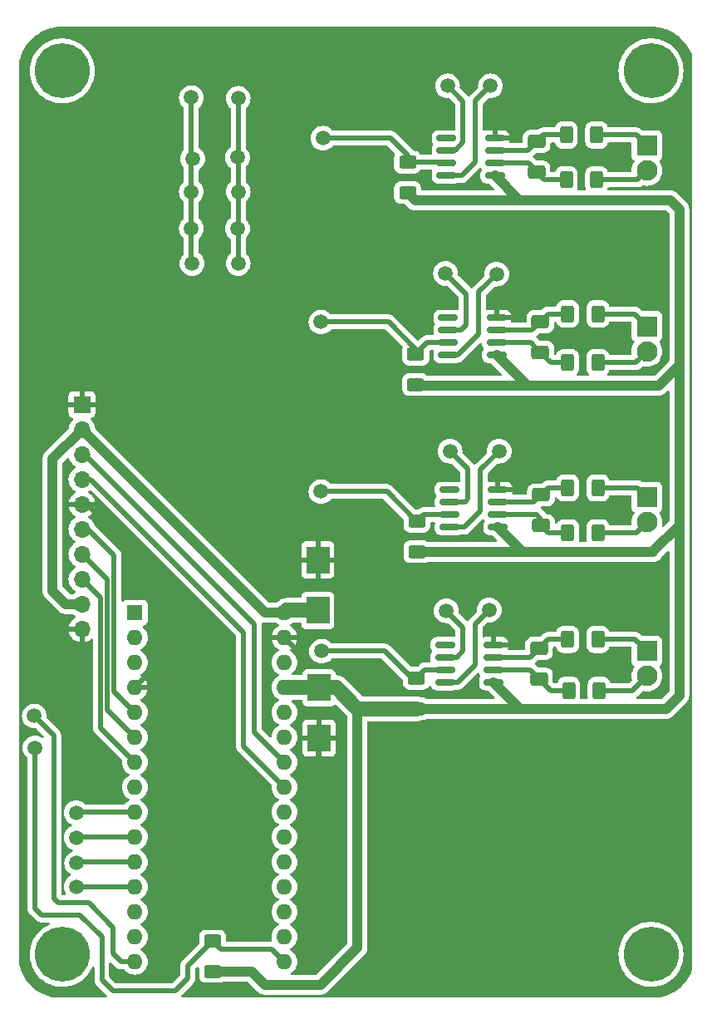
<source format=gbr>
%TF.GenerationSoftware,KiCad,Pcbnew,(6.0.4)*%
%TF.CreationDate,2023-07-24T13:38:07-04:00*%
%TF.ProjectId,BREAD_Slice,42524541-445f-4536-9c69-63652e6b6963,rev?*%
%TF.SameCoordinates,Original*%
%TF.FileFunction,Copper,L2,Bot*%
%TF.FilePolarity,Positive*%
%FSLAX46Y46*%
G04 Gerber Fmt 4.6, Leading zero omitted, Abs format (unit mm)*
G04 Created by KiCad (PCBNEW (6.0.4)) date 2023-07-24 13:38:07*
%MOMM*%
%LPD*%
G01*
G04 APERTURE LIST*
G04 Aperture macros list*
%AMRoundRect*
0 Rectangle with rounded corners*
0 $1 Rounding radius*
0 $2 $3 $4 $5 $6 $7 $8 $9 X,Y pos of 4 corners*
0 Add a 4 corners polygon primitive as box body*
4,1,4,$2,$3,$4,$5,$6,$7,$8,$9,$2,$3,0*
0 Add four circle primitives for the rounded corners*
1,1,$1+$1,$2,$3*
1,1,$1+$1,$4,$5*
1,1,$1+$1,$6,$7*
1,1,$1+$1,$8,$9*
0 Add four rect primitives between the rounded corners*
20,1,$1+$1,$2,$3,$4,$5,0*
20,1,$1+$1,$4,$5,$6,$7,0*
20,1,$1+$1,$6,$7,$8,$9,0*
20,1,$1+$1,$8,$9,$2,$3,0*%
G04 Aperture macros list end*
%TA.AperFunction,ComponentPad*%
%ADD10C,5.600000*%
%TD*%
%TA.AperFunction,ComponentPad*%
%ADD11R,1.600000X1.600000*%
%TD*%
%TA.AperFunction,ComponentPad*%
%ADD12O,1.600000X1.600000*%
%TD*%
%TA.AperFunction,ComponentPad*%
%ADD13R,1.700000X1.700000*%
%TD*%
%TA.AperFunction,ComponentPad*%
%ADD14O,1.700000X1.700000*%
%TD*%
%TA.AperFunction,ComponentPad*%
%ADD15R,2.100000X2.100000*%
%TD*%
%TA.AperFunction,ComponentPad*%
%ADD16C,2.100000*%
%TD*%
%TA.AperFunction,SMDPad,CuDef*%
%ADD17R,2.350000X2.770000*%
%TD*%
%TA.AperFunction,SMDPad,CuDef*%
%ADD18RoundRect,0.249998X0.650002X-0.412502X0.650002X0.412502X-0.650002X0.412502X-0.650002X-0.412502X0*%
%TD*%
%TA.AperFunction,SMDPad,CuDef*%
%ADD19RoundRect,0.249999X0.400001X0.625001X-0.400001X0.625001X-0.400001X-0.625001X0.400001X-0.625001X0*%
%TD*%
%TA.AperFunction,SMDPad,CuDef*%
%ADD20RoundRect,0.150000X0.825000X0.150000X-0.825000X0.150000X-0.825000X-0.150000X0.825000X-0.150000X0*%
%TD*%
%TA.AperFunction,SMDPad,CuDef*%
%ADD21RoundRect,0.249999X0.625001X-0.400001X0.625001X0.400001X-0.625001X0.400001X-0.625001X-0.400001X0*%
%TD*%
%TA.AperFunction,SMDPad,CuDef*%
%ADD22RoundRect,0.249999X-0.625001X0.400001X-0.625001X-0.400001X0.625001X-0.400001X0.625001X0.400001X0*%
%TD*%
%TA.AperFunction,ViaPad*%
%ADD23C,1.500000*%
%TD*%
%TA.AperFunction,Conductor*%
%ADD24C,0.500000*%
%TD*%
%TA.AperFunction,Conductor*%
%ADD25C,1.000000*%
%TD*%
%TA.AperFunction,Conductor*%
%ADD26C,1.500000*%
%TD*%
G04 APERTURE END LIST*
D10*
%TO.P,H1,1*%
%TO.N,N/C*%
X127600000Y-44800000D03*
%TD*%
%TO.P,H2,1*%
%TO.N,N/C*%
X187600000Y-44800000D03*
%TD*%
%TO.P,H3,1*%
%TO.N,N/C*%
X127600000Y-134800000D03*
%TD*%
%TO.P,H4,1*%
%TO.N,N/C*%
X187600000Y-134800000D03*
%TD*%
D11*
%TO.P,A1,1*%
%TO.N,Net-(A1-Pad1)*%
X135000000Y-100000000D03*
D12*
%TO.P,A1,2*%
%TO.N,Net-(A1-Pad2)*%
X135000000Y-102540000D03*
%TO.P,A1,3*%
%TO.N,Net-(A1-Pad3)*%
X135000000Y-105080000D03*
%TO.P,A1,4*%
%TO.N,GND*%
X135000000Y-107620000D03*
%TO.P,A1,5*%
%TO.N,/E_STOP*%
X135000000Y-110160000D03*
%TO.P,A1,6*%
%TO.N,/INT*%
X135000000Y-112700000D03*
%TO.P,A1,7*%
%TO.N,/SYNC*%
X135000000Y-115240000D03*
%TO.P,A1,8*%
%TO.N,Net-(A1-Pad8)*%
X135000000Y-117780000D03*
%TO.P,A1,9*%
%TO.N,/SS1*%
X135000000Y-120320000D03*
%TO.P,A1,10*%
%TO.N,/SS2*%
X135000000Y-122860000D03*
%TO.P,A1,11*%
%TO.N,/SS3*%
X135000000Y-125400000D03*
%TO.P,A1,12*%
%TO.N,/SS4*%
X135000000Y-127940000D03*
%TO.P,A1,13*%
%TO.N,Net-(A1-Pad13)*%
X135000000Y-130480000D03*
%TO.P,A1,14*%
%TO.N,Net-(A1-Pad14)*%
X135000000Y-133020000D03*
%TO.P,A1,15*%
%TO.N,/DATA*%
X135000000Y-135560000D03*
%TO.P,A1,16*%
%TO.N,/CLK*%
X150240000Y-135560000D03*
%TO.P,A1,17*%
%TO.N,Net-(A1-Pad17)*%
X150240000Y-133020000D03*
%TO.P,A1,18*%
%TO.N,Net-(A1-Pad18)*%
X150240000Y-130480000D03*
%TO.P,A1,19*%
%TO.N,Net-(A1-Pad19)*%
X150240000Y-127940000D03*
%TO.P,A1,20*%
%TO.N,Net-(A1-Pad20)*%
X150240000Y-125400000D03*
%TO.P,A1,21*%
%TO.N,Net-(A1-Pad21)*%
X150240000Y-122860000D03*
%TO.P,A1,22*%
%TO.N,Net-(A1-Pad22)*%
X150240000Y-120320000D03*
%TO.P,A1,23*%
%TO.N,/I2C_DAT*%
X150240000Y-117780000D03*
%TO.P,A1,24*%
%TO.N,/I2C_CLK*%
X150240000Y-115240000D03*
%TO.P,A1,25*%
%TO.N,Net-(A1-Pad25)*%
X150240000Y-112700000D03*
%TO.P,A1,26*%
%TO.N,Net-(A1-Pad26)*%
X150240000Y-110160000D03*
%TO.P,A1,27*%
%TO.N,+5V*%
X150240000Y-107620000D03*
%TO.P,A1,28*%
%TO.N,Net-(A1-Pad28)*%
X150240000Y-105080000D03*
%TO.P,A1,29*%
%TO.N,GND*%
X150240000Y-102540000D03*
%TO.P,A1,30*%
%TO.N,+12V*%
X150240000Y-100000000D03*
%TD*%
D13*
%TO.P,J1,1*%
%TO.N,GND*%
X129600000Y-78800000D03*
D14*
%TO.P,J1,2*%
%TO.N,+12V*%
X129600000Y-81340000D03*
%TO.P,J1,3*%
%TO.N,/I2C_CLK*%
X129600000Y-83880000D03*
%TO.P,J1,4*%
%TO.N,/I2C_DAT*%
X129600000Y-86420000D03*
%TO.P,J1,5*%
%TO.N,GND*%
X129600000Y-88960000D03*
%TO.P,J1,6*%
%TO.N,/E_STOP*%
X129600000Y-91500000D03*
%TO.P,J1,7*%
%TO.N,/INT*%
X129600000Y-94040000D03*
%TO.P,J1,8*%
%TO.N,/SYNC*%
X129600000Y-96580000D03*
%TO.P,J1,9*%
%TO.N,+12V*%
X129600000Y-99120000D03*
%TO.P,J1,10*%
%TO.N,GND*%
X129600000Y-101660000D03*
%TD*%
D15*
%TO.P,J2,1*%
%TO.N,Net-(FB2-Pad1)*%
X187179500Y-52424000D03*
D16*
%TO.P,J2,2*%
%TO.N,Net-(FB1-Pad1)*%
X187179500Y-54964000D03*
%TD*%
D15*
%TO.P,J3,1*%
%TO.N,Net-(FB4-Pad1)*%
X187179500Y-88238000D03*
D16*
%TO.P,J3,2*%
%TO.N,Net-(FB3-Pad1)*%
X187179500Y-90778000D03*
%TD*%
D15*
%TO.P,J4,1*%
%TO.N,Net-(FB6-Pad1)*%
X187179500Y-70839000D03*
D16*
%TO.P,J4,2*%
%TO.N,Net-(FB5-Pad1)*%
X187179500Y-73379000D03*
%TD*%
D15*
%TO.P,J5,1*%
%TO.N,Net-(FB8-Pad1)*%
X187179500Y-103922500D03*
D16*
%TO.P,J5,2*%
%TO.N,Net-(FB7-Pad1)*%
X187179500Y-106462500D03*
%TD*%
D17*
%TO.P,C1,1*%
%TO.N,+12V*%
X153651500Y-99761500D03*
%TO.P,C1,2*%
%TO.N,GND*%
X153651500Y-94621500D03*
%TD*%
%TO.P,C2,1*%
%TO.N,+5V*%
X153778500Y-107639000D03*
%TO.P,C2,2*%
%TO.N,GND*%
X153778500Y-112779000D03*
%TD*%
D18*
%TO.P,C3,1*%
%TO.N,Net-(C3-Pad1)*%
X175940000Y-55129500D03*
%TO.P,C3,2*%
%TO.N,Net-(C3-Pad2)*%
X175940000Y-52004500D03*
%TD*%
%TO.P,C4,1*%
%TO.N,Net-(C4-Pad1)*%
X176384500Y-91134000D03*
%TO.P,C4,2*%
%TO.N,Net-(C4-Pad2)*%
X176384500Y-88009000D03*
%TD*%
%TO.P,C5,1*%
%TO.N,Net-(C5-Pad1)*%
X176321000Y-73481000D03*
%TO.P,C5,2*%
%TO.N,Net-(C5-Pad2)*%
X176321000Y-70356000D03*
%TD*%
%TO.P,C6,1*%
%TO.N,Net-(C6-Pad1)*%
X176194000Y-106755000D03*
%TO.P,C6,2*%
%TO.N,Net-(C6-Pad2)*%
X176194000Y-103630000D03*
%TD*%
D19*
%TO.P,FB1,1*%
%TO.N,Net-(FB1-Pad1)*%
X182062000Y-55916500D03*
%TO.P,FB1,2*%
%TO.N,Net-(C3-Pad1)*%
X178962000Y-55916500D03*
%TD*%
%TO.P,FB2,1*%
%TO.N,Net-(FB2-Pad1)*%
X182062000Y-51344500D03*
%TO.P,FB2,2*%
%TO.N,Net-(C3-Pad2)*%
X178962000Y-51344500D03*
%TD*%
%TO.P,FB3,1*%
%TO.N,Net-(FB3-Pad1)*%
X182189000Y-91857500D03*
%TO.P,FB3,2*%
%TO.N,Net-(C4-Pad1)*%
X179089000Y-91857500D03*
%TD*%
%TO.P,FB4,1*%
%TO.N,Net-(FB4-Pad1)*%
X182189000Y-87285500D03*
%TO.P,FB4,2*%
%TO.N,Net-(C4-Pad2)*%
X179089000Y-87285500D03*
%TD*%
%TO.P,FB5,1*%
%TO.N,Net-(FB5-Pad1)*%
X182189000Y-74522000D03*
%TO.P,FB5,2*%
%TO.N,Net-(C5-Pad1)*%
X179089000Y-74522000D03*
%TD*%
%TO.P,FB6,1*%
%TO.N,Net-(FB6-Pad1)*%
X182189000Y-69569000D03*
%TO.P,FB6,2*%
%TO.N,Net-(C5-Pad2)*%
X179089000Y-69569000D03*
%TD*%
%TO.P,FB7,1*%
%TO.N,Net-(FB7-Pad1)*%
X182316000Y-107923000D03*
%TO.P,FB7,2*%
%TO.N,Net-(C6-Pad1)*%
X179216000Y-107923000D03*
%TD*%
%TO.P,FB8,1*%
%TO.N,Net-(FB8-Pad1)*%
X182189000Y-102716000D03*
%TO.P,FB8,2*%
%TO.N,Net-(C6-Pad2)*%
X179089000Y-102716000D03*
%TD*%
D20*
%TO.P,U1,1*%
%TO.N,GND*%
X171684000Y-51662000D03*
%TO.P,U1,2*%
%TO.N,Net-(C3-Pad2)*%
X171684000Y-52932000D03*
%TO.P,U1,3*%
%TO.N,Net-(C3-Pad1)*%
X171684000Y-54202000D03*
%TO.P,U1,4*%
%TO.N,+5V*%
X171684000Y-55472000D03*
%TO.P,U1,5*%
%TO.N,/CLK*%
X166734000Y-55472000D03*
%TO.P,U1,6*%
%TO.N,/SS1*%
X166734000Y-54202000D03*
%TO.P,U1,7*%
%TO.N,/DATA*%
X166734000Y-52932000D03*
%TO.P,U1,8*%
%TO.N,N/C*%
X166734000Y-51662000D03*
%TD*%
%TO.P,U2,1*%
%TO.N,GND*%
X172001500Y-87476000D03*
%TO.P,U2,2*%
%TO.N,Net-(C4-Pad2)*%
X172001500Y-88746000D03*
%TO.P,U2,3*%
%TO.N,Net-(C4-Pad1)*%
X172001500Y-90016000D03*
%TO.P,U2,4*%
%TO.N,+5V*%
X172001500Y-91286000D03*
%TO.P,U2,5*%
%TO.N,/CLK*%
X167051500Y-91286000D03*
%TO.P,U2,6*%
%TO.N,/SS3*%
X167051500Y-90016000D03*
%TO.P,U2,7*%
%TO.N,/DATA*%
X167051500Y-88746000D03*
%TO.P,U2,8*%
%TO.N,N/C*%
X167051500Y-87476000D03*
%TD*%
%TO.P,U3,1*%
%TO.N,GND*%
X171874500Y-69950000D03*
%TO.P,U3,2*%
%TO.N,Net-(C5-Pad2)*%
X171874500Y-71220000D03*
%TO.P,U3,3*%
%TO.N,Net-(C5-Pad1)*%
X171874500Y-72490000D03*
%TO.P,U3,4*%
%TO.N,+5V*%
X171874500Y-73760000D03*
%TO.P,U3,5*%
%TO.N,/CLK*%
X166924500Y-73760000D03*
%TO.P,U3,6*%
%TO.N,/SS2*%
X166924500Y-72490000D03*
%TO.P,U3,7*%
%TO.N,/DATA*%
X166924500Y-71220000D03*
%TO.P,U3,8*%
%TO.N,N/C*%
X166924500Y-69950000D03*
%TD*%
%TO.P,U4,1*%
%TO.N,GND*%
X171557000Y-103287500D03*
%TO.P,U4,2*%
%TO.N,Net-(C6-Pad2)*%
X171557000Y-104557500D03*
%TO.P,U4,3*%
%TO.N,Net-(C6-Pad1)*%
X171557000Y-105827500D03*
%TO.P,U4,4*%
%TO.N,+5V*%
X171557000Y-107097500D03*
%TO.P,U4,5*%
%TO.N,/CLK*%
X166607000Y-107097500D03*
%TO.P,U4,6*%
%TO.N,/SS4*%
X166607000Y-105827500D03*
%TO.P,U4,7*%
%TO.N,/DATA*%
X166607000Y-104557500D03*
%TO.P,U4,8*%
%TO.N,N/C*%
X166607000Y-103287500D03*
%TD*%
D21*
%TO.P,R1,1*%
%TO.N,+5V*%
X142920000Y-136550000D03*
%TO.P,R1,2*%
%TO.N,/CLK*%
X142920000Y-133450000D03*
%TD*%
D22*
%TO.P,R2,1*%
%TO.N,/SS1*%
X162795500Y-54112500D03*
%TO.P,R2,2*%
%TO.N,+5V*%
X162795500Y-57212500D03*
%TD*%
%TO.P,R3,1*%
%TO.N,/SS3*%
X163748000Y-90688500D03*
%TO.P,R3,2*%
%TO.N,+5V*%
X163748000Y-93788500D03*
%TD*%
%TO.P,R4,1*%
%TO.N,/SS2*%
X163621000Y-73670500D03*
%TO.P,R4,2*%
%TO.N,+5V*%
X163621000Y-76770500D03*
%TD*%
%TO.P,R5,1*%
%TO.N,/SS4*%
X163684500Y-106690500D03*
%TO.P,R5,2*%
%TO.N,+5V*%
X163684500Y-109790500D03*
%TD*%
D23*
%TO.N,GND*%
X127807000Y-106589500D03*
X157271000Y-105383000D03*
X153715000Y-117321000D03*
X136379500Y-83539000D03*
X136189000Y-94397500D03*
X133712500Y-92492500D03*
%TO.N,/SS1*%
X154159500Y-51662000D03*
X129013500Y-120369000D03*
%TO.N,/SS2*%
X129013500Y-122909000D03*
X153969000Y-70394500D03*
%TO.N,/SS3*%
X129077000Y-125512500D03*
X153969000Y-87666500D03*
%TO.N,/SS4*%
X154032500Y-103922500D03*
X129013500Y-127925500D03*
%TO.N,/DATA*%
X167113500Y-83539000D03*
X166859500Y-46328000D03*
X124759000Y-110526500D03*
X145523500Y-57123000D03*
X145460000Y-60869500D03*
X145523500Y-47598000D03*
X166732500Y-99795000D03*
X145523500Y-64425500D03*
X166669000Y-65441500D03*
X145460000Y-53630500D03*
%TO.N,/CLK*%
X171241000Y-46328000D03*
X140761000Y-57123000D03*
X171114000Y-99731500D03*
X172130000Y-83539000D03*
X140761000Y-47534500D03*
X124822500Y-113765000D03*
X140824500Y-64425500D03*
X140888000Y-53757500D03*
X171876000Y-65505000D03*
X140761000Y-60869500D03*
%TD*%
D24*
%TO.N,GND*%
X136189000Y-94397500D02*
X136938999Y-95147499D01*
X153715000Y-117321000D02*
X153715000Y-112842500D01*
X153083000Y-105383000D02*
X157271000Y-105383000D01*
X136938999Y-95147499D02*
X136938999Y-105681001D01*
X129600000Y-78800000D02*
X131640500Y-78800000D01*
X129600000Y-101660000D02*
X129600000Y-104796500D01*
X136938999Y-105681001D02*
X135000000Y-107620000D01*
X130180000Y-88960000D02*
X129600000Y-88960000D01*
X131640500Y-78800000D02*
X136379500Y-83539000D01*
X153715000Y-112842500D02*
X153778500Y-112779000D01*
X133712500Y-92492500D02*
X130180000Y-88960000D01*
X150240000Y-102540000D02*
X153083000Y-105383000D01*
X129600000Y-104796500D02*
X127807000Y-106589500D01*
D25*
%TO.N,+5V*%
X148254000Y-137895000D02*
X153905500Y-137895000D01*
D26*
X153778500Y-107639000D02*
X155526500Y-107639000D01*
D25*
X173971500Y-76871500D02*
X163722000Y-76871500D01*
X174250000Y-109790500D02*
X175204000Y-109790500D01*
X163748000Y-93788500D02*
X174505500Y-93788500D01*
X153905500Y-137895000D02*
X157678000Y-134122500D01*
X172358000Y-109790500D02*
X175204000Y-109790500D01*
X188386000Y-76871500D02*
X190481500Y-74776000D01*
X189592500Y-58012000D02*
X174098500Y-58012000D01*
X157678000Y-134122500D02*
X157678000Y-109790500D01*
X146909000Y-136550000D02*
X148254000Y-137895000D01*
X174505500Y-93788500D02*
X187840500Y-93788500D01*
X187840500Y-93736500D02*
X190481500Y-91095500D01*
D26*
X153778500Y-107639000D02*
X150259000Y-107639000D01*
X150259000Y-107639000D02*
X150240000Y-107620000D01*
D25*
X190481500Y-76871500D02*
X190481500Y-74776000D01*
X187840500Y-93788500D02*
X187840500Y-93736500D01*
X189122000Y-109790500D02*
X190481500Y-108431000D01*
X163595000Y-58012000D02*
X162795500Y-57212500D01*
X163684500Y-109790500D02*
X172358000Y-109790500D01*
X174098500Y-58012000D02*
X173400000Y-58012000D01*
X174098500Y-57886500D02*
X171684000Y-55472000D01*
X190481500Y-108431000D02*
X190481500Y-93381500D01*
X190481500Y-93381500D02*
X190481500Y-91095500D01*
X174860500Y-76871500D02*
X174860500Y-76746000D01*
X174505500Y-93788500D02*
X174504000Y-93788500D01*
X175204000Y-109790500D02*
X189122000Y-109790500D01*
X188322500Y-76871500D02*
X174860500Y-76871500D01*
X163722000Y-76871500D02*
X163621000Y-76770500D01*
X142920000Y-136550000D02*
X146909000Y-136550000D01*
X174860500Y-76871500D02*
X173971500Y-76871500D01*
X190481500Y-74776000D02*
X190481500Y-58901000D01*
X173400000Y-58012000D02*
X163595000Y-58012000D01*
X174504000Y-93788500D02*
X172001500Y-91286000D01*
X190481500Y-91095500D02*
X190481500Y-76871500D01*
X188322500Y-76871500D02*
X188386000Y-76871500D01*
D26*
X157678000Y-109790500D02*
X163684500Y-109790500D01*
D25*
X174098500Y-58012000D02*
X174098500Y-57886500D01*
X171557000Y-107097500D02*
X174250000Y-109790500D01*
X174860500Y-76746000D02*
X171874500Y-73760000D01*
D26*
X155526500Y-107639000D02*
X157678000Y-109790500D01*
D25*
X190481500Y-58901000D02*
X189592500Y-58012000D01*
D24*
%TO.N,/I2C_CLK*%
X147174500Y-112174500D02*
X147174500Y-101192000D01*
X150240000Y-115240000D02*
X147174500Y-112174500D01*
X147174500Y-101192000D02*
X129862500Y-83880000D01*
X129862500Y-83880000D02*
X129600000Y-83880000D01*
%TO.N,/I2C_DAT*%
X146095000Y-102017500D02*
X130497500Y-86420000D01*
X150240000Y-117780000D02*
X146095000Y-113635000D01*
X130497500Y-86420000D02*
X129600000Y-86420000D01*
X146095000Y-113635000D02*
X146095000Y-102017500D01*
%TO.N,/SYNC*%
X135000000Y-115240000D02*
X131490000Y-111730000D01*
X131490000Y-111730000D02*
X131490000Y-98470000D01*
X131490000Y-98470000D02*
X129600000Y-96580000D01*
%TO.N,/E_STOP*%
X132890020Y-108050020D02*
X132890020Y-94174022D01*
X135000000Y-110160000D02*
X132890020Y-108050020D01*
X130215998Y-91500000D02*
X129600000Y-91500000D01*
X132890020Y-94174022D02*
X130215998Y-91500000D01*
%TO.N,Net-(A1-Pad20)*%
X150240000Y-125400000D02*
X150144500Y-125400000D01*
D25*
%TO.N,+12V*%
X126600500Y-84339500D02*
X126600500Y-97763000D01*
X148260000Y-100000000D02*
X129600000Y-81340000D01*
D26*
X150478500Y-99761500D02*
X150240000Y-100000000D01*
D25*
X127957500Y-99120000D02*
X129600000Y-99120000D01*
X126600500Y-97763000D02*
X127957500Y-99120000D01*
D26*
X153651500Y-99761500D02*
X150478500Y-99761500D01*
D25*
X129600000Y-81340000D02*
X126600500Y-84339500D01*
X150240000Y-100000000D02*
X148260000Y-100000000D01*
D24*
%TO.N,/INT*%
X132190010Y-96630010D02*
X129600000Y-94040000D01*
X135000000Y-112700000D02*
X132190010Y-109890010D01*
X132190010Y-109890010D02*
X132190010Y-96630010D01*
%TO.N,/SS1*%
X162795500Y-54112500D02*
X162795500Y-53440000D01*
X161017500Y-51662000D02*
X159720500Y-51662000D01*
X166644500Y-54112500D02*
X166734000Y-54202000D01*
X129062500Y-120320000D02*
X129013500Y-120369000D01*
X154159500Y-51662000D02*
X159720500Y-51662000D01*
X162795500Y-53440000D02*
X161017500Y-51662000D01*
X135000000Y-120320000D02*
X129062500Y-120320000D01*
X162795500Y-54112500D02*
X166644500Y-54112500D01*
%TO.N,/SS2*%
X163621000Y-73670500D02*
X163621000Y-73152000D01*
X135000000Y-122860000D02*
X129062500Y-122860000D01*
X166924500Y-72490000D02*
X164801500Y-72490000D01*
X164801500Y-72490000D02*
X163621000Y-73670500D01*
X153969000Y-70394500D02*
X160863500Y-70394500D01*
X163621000Y-73152000D02*
X160863500Y-70394500D01*
X129062500Y-122860000D02*
X129013500Y-122909000D01*
%TO.N,/SS3*%
X129189500Y-125400000D02*
X129077000Y-125512500D01*
X163695000Y-90688500D02*
X160673000Y-87666500D01*
X163748000Y-90688500D02*
X163695000Y-90688500D01*
X135000000Y-125400000D02*
X129189500Y-125400000D01*
X164420500Y-90016000D02*
X167051500Y-90016000D01*
X153969000Y-87666500D02*
X160673000Y-87666500D01*
X163748000Y-90688500D02*
X164420500Y-90016000D01*
%TO.N,/SS4*%
X135000000Y-127940000D02*
X129028000Y-127940000D01*
X163684500Y-106690500D02*
X164547500Y-105827500D01*
X164547500Y-105827500D02*
X166607000Y-105827500D01*
X163250500Y-106690500D02*
X160482500Y-103922500D01*
X154032500Y-103922500D02*
X160482500Y-103922500D01*
X163684500Y-106690500D02*
X163250500Y-106690500D01*
X160482500Y-103922500D02*
X160673000Y-104113000D01*
X129028000Y-127940000D02*
X129013500Y-127925500D01*
%TO.N,/DATA*%
X145523500Y-53567000D02*
X145460000Y-53630500D01*
X167812000Y-104557500D02*
X168447000Y-103922500D01*
X145523500Y-53567000D02*
X145523500Y-57758000D01*
X133600000Y-135560000D02*
X132760000Y-134720000D01*
X168256500Y-71220000D02*
X168764500Y-70712000D01*
X166734000Y-52932000D02*
X167621500Y-52932000D01*
X167051500Y-88746000D02*
X168637500Y-88746000D01*
X145523500Y-47598000D02*
X145523500Y-53567000D01*
X168764500Y-70712000D02*
X168764500Y-67537000D01*
X168764500Y-67537000D02*
X166669000Y-65441500D01*
X127172000Y-129576500D02*
X126727500Y-129132000D01*
X167621500Y-52932000D02*
X168447000Y-52106500D01*
X132760000Y-134720000D02*
X132760000Y-132053000D01*
X168637500Y-88746000D02*
X168955000Y-88428500D01*
X168955000Y-88428500D02*
X168955000Y-85380500D01*
X168447000Y-101509500D02*
X166732500Y-99795000D01*
X166607000Y-104557500D02*
X167812000Y-104557500D01*
X166924500Y-71220000D02*
X167899500Y-71220000D01*
X132760000Y-132053000D02*
X130283500Y-129576500D01*
X135000000Y-135560000D02*
X133600000Y-135560000D01*
X145523500Y-60996500D02*
X145523500Y-64552500D01*
X145523500Y-60996500D02*
X145523500Y-60933000D01*
X126727500Y-129132000D02*
X126727500Y-112495000D01*
X145523500Y-60933000D02*
X145460000Y-60869500D01*
X145523500Y-57758000D02*
X145523500Y-57123000D01*
X168447000Y-103922500D02*
X168447000Y-101509500D01*
X168447000Y-47915500D02*
X166859500Y-46328000D01*
X130283500Y-129576500D02*
X127172000Y-129576500D01*
X167899500Y-71220000D02*
X168256500Y-71220000D01*
X126727500Y-112495000D02*
X124759000Y-110526500D01*
X168955000Y-85380500D02*
X167113500Y-83539000D01*
X145523500Y-57758000D02*
X145523500Y-60996500D01*
X145523500Y-64552500D02*
X145523500Y-64425500D01*
X168447000Y-52106500D02*
X168447000Y-47915500D01*
%TO.N,/CLK*%
X140761000Y-64616000D02*
X140761000Y-64489000D01*
X140761000Y-57059500D02*
X140761000Y-57123000D01*
X140380000Y-135990000D02*
X142920000Y-133450000D01*
X139110000Y-138530000D02*
X140380000Y-137260000D01*
X140761000Y-53884500D02*
X140888000Y-53757500D01*
X167899500Y-73760000D02*
X170034500Y-71625000D01*
X170225000Y-85444000D02*
X172130000Y-83539000D01*
X170034500Y-67473500D02*
X170034500Y-67346500D01*
X170034500Y-67346500D02*
X171876000Y-65505000D01*
X124822500Y-113765000D02*
X124822500Y-130148000D01*
X131631500Y-137401500D02*
X132760000Y-138530000D01*
X140761000Y-57059500D02*
X140761000Y-60679000D01*
X132760000Y-138530000D02*
X139110000Y-138530000D01*
X140380000Y-137260000D02*
X140380000Y-135990000D01*
X169653500Y-105319500D02*
X169653500Y-101192000D01*
X142920000Y-133450000D02*
X143740001Y-134270001D01*
X140761000Y-60679000D02*
X140761000Y-60869500D01*
X167875500Y-107097500D02*
X169653500Y-105319500D01*
X168574000Y-91286000D02*
X170225000Y-89635000D01*
X143740001Y-134270001D02*
X148950001Y-134270001D01*
X131631500Y-133020000D02*
X131631500Y-137401500D01*
X140761000Y-60679000D02*
X140761000Y-64616000D01*
X148950001Y-134270001D02*
X150240000Y-135560000D01*
X125457500Y-130783000D02*
X129394500Y-130783000D01*
X167051500Y-91286000D02*
X168574000Y-91286000D01*
X170225000Y-89635000D02*
X170225000Y-85444000D01*
X129394500Y-130783000D02*
X131631500Y-133020000D01*
X166924500Y-73760000D02*
X167899500Y-73760000D01*
X166607000Y-107097500D02*
X167875500Y-107097500D01*
X169653500Y-101192000D02*
X171114000Y-99731500D01*
X166734000Y-55472000D02*
X168320000Y-55472000D01*
X170034500Y-71625000D02*
X170034500Y-67473500D01*
X168320000Y-55472000D02*
X169717000Y-54075000D01*
X169717000Y-54075000D02*
X169717000Y-47852000D01*
X140761000Y-53884500D02*
X140761000Y-57059500D01*
X140761000Y-64489000D02*
X140824500Y-64425500D01*
X169717000Y-47852000D02*
X171241000Y-46328000D01*
X124822500Y-130148000D02*
X125457500Y-130783000D01*
X140761000Y-47534500D02*
X140761000Y-53884500D01*
%TO.N,Net-(C4-Pad2)*%
X179089000Y-87285500D02*
X177108000Y-87285500D01*
X177108000Y-87285500D02*
X176384500Y-88009000D01*
X176384500Y-88009000D02*
X175647500Y-88746000D01*
X175647500Y-88746000D02*
X172001500Y-88746000D01*
%TO.N,Net-(C4-Pad1)*%
X175929000Y-90016000D02*
X172001500Y-90016000D01*
X176384500Y-91134000D02*
X176384500Y-90471500D01*
X176384500Y-90471500D02*
X175929000Y-90016000D01*
X177108000Y-91857500D02*
X176384500Y-91134000D01*
X179089000Y-91857500D02*
X177108000Y-91857500D01*
%TO.N,Net-(C5-Pad2)*%
X175457000Y-71220000D02*
X171874500Y-71220000D01*
X179089000Y-69569000D02*
X177108000Y-69569000D01*
X177108000Y-69569000D02*
X176321000Y-70356000D01*
X176321000Y-70356000D02*
X175457000Y-71220000D01*
%TO.N,Net-(C5-Pad1)*%
X177362000Y-74522000D02*
X176321000Y-73481000D01*
X176321000Y-73481000D02*
X175330000Y-72490000D01*
X175330000Y-72490000D02*
X171874500Y-72490000D01*
X179089000Y-74522000D02*
X177362000Y-74522000D01*
%TO.N,Net-(C6-Pad2)*%
X179089000Y-102716000D02*
X177108000Y-102716000D01*
X176194000Y-103630000D02*
X175266500Y-104557500D01*
X177108000Y-102716000D02*
X176194000Y-103630000D01*
X175266500Y-104557500D02*
X171557000Y-104557500D01*
%TO.N,Net-(C6-Pad1)*%
X175266500Y-105827500D02*
X171557000Y-105827500D01*
X179216000Y-107923000D02*
X177362000Y-107923000D01*
X176194000Y-106755000D02*
X175266500Y-105827500D01*
X177362000Y-107923000D02*
X176194000Y-106755000D01*
%TO.N,Net-(FB1-Pad1)*%
X186227000Y-55916500D02*
X187179500Y-54964000D01*
X182062000Y-55916500D02*
X186227000Y-55916500D01*
%TO.N,Net-(FB2-Pad1)*%
X182062000Y-51344500D02*
X186100000Y-51344500D01*
X186100000Y-51344500D02*
X187179500Y-52424000D01*
%TO.N,Net-(FB3-Pad1)*%
X186100000Y-91857500D02*
X187179500Y-90778000D01*
X182189000Y-91857500D02*
X186100000Y-91857500D01*
%TO.N,Net-(FB4-Pad1)*%
X186227000Y-87285500D02*
X187179500Y-88238000D01*
X182189000Y-87285500D02*
X186227000Y-87285500D01*
%TO.N,Net-(FB5-Pad1)*%
X182189000Y-74522000D02*
X186036500Y-74522000D01*
X186036500Y-74522000D02*
X187179500Y-73379000D01*
%TO.N,Net-(FB6-Pad1)*%
X185909500Y-69569000D02*
X187179500Y-70839000D01*
X182189000Y-69569000D02*
X185909500Y-69569000D01*
%TO.N,Net-(FB7-Pad1)*%
X182316000Y-107923000D02*
X185719000Y-107923000D01*
X185719000Y-107923000D02*
X187179500Y-106462500D01*
%TO.N,Net-(FB8-Pad1)*%
X185973000Y-102716000D02*
X187179500Y-103922500D01*
X182189000Y-102716000D02*
X185973000Y-102716000D01*
%TO.N,Net-(C3-Pad2)*%
X175940000Y-52004500D02*
X175012500Y-52932000D01*
X178962000Y-51344500D02*
X176600000Y-51344500D01*
X175012500Y-52932000D02*
X171684000Y-52932000D01*
X176600000Y-51344500D02*
X175940000Y-52004500D01*
%TO.N,Net-(C3-Pad1)*%
X176727000Y-55916500D02*
X175940000Y-55129500D01*
X175114500Y-54202000D02*
X171684000Y-54202000D01*
X175940000Y-55129500D02*
X175940000Y-55027500D01*
X175940000Y-55027500D02*
X175114500Y-54202000D01*
X178962000Y-55916500D02*
X176727000Y-55916500D01*
%TD*%
%TA.AperFunction,Conductor*%
%TO.N,GND*%
G36*
X187570018Y-40310000D02*
G01*
X187584851Y-40312310D01*
X187584855Y-40312310D01*
X187593724Y-40313691D01*
X187614183Y-40311016D01*
X187636007Y-40310072D01*
X187985965Y-40325352D01*
X187996913Y-40326310D01*
X188374498Y-40376019D01*
X188385307Y-40377926D01*
X188757114Y-40460353D01*
X188767731Y-40463198D01*
X189130939Y-40577718D01*
X189141254Y-40581471D01*
X189493123Y-40727220D01*
X189503067Y-40731858D01*
X189840867Y-40907705D01*
X189850387Y-40913201D01*
X190171574Y-41117820D01*
X190180578Y-41124124D01*
X190482716Y-41355962D01*
X190491137Y-41363028D01*
X190771914Y-41620314D01*
X190779686Y-41628086D01*
X191036972Y-41908863D01*
X191044038Y-41917284D01*
X191275876Y-42219422D01*
X191282180Y-42228426D01*
X191486799Y-42549613D01*
X191492294Y-42559132D01*
X191617459Y-42799570D01*
X191668138Y-42896924D01*
X191672780Y-42906877D01*
X191748909Y-43090669D01*
X191805409Y-43227072D01*
X191815000Y-43275290D01*
X191815000Y-136324710D01*
X191805409Y-136372927D01*
X191715439Y-136590136D01*
X191672784Y-136693114D01*
X191668142Y-136703067D01*
X191589560Y-136854022D01*
X191492295Y-137040867D01*
X191486799Y-137050387D01*
X191282180Y-137371574D01*
X191275876Y-137380578D01*
X191044038Y-137682716D01*
X191036972Y-137691137D01*
X190779686Y-137971914D01*
X190771914Y-137979686D01*
X190491137Y-138236972D01*
X190482716Y-138244038D01*
X190180578Y-138475876D01*
X190171574Y-138482180D01*
X190033790Y-138569958D01*
X189918653Y-138643309D01*
X189850387Y-138686799D01*
X189840868Y-138692294D01*
X189503067Y-138868142D01*
X189493123Y-138872780D01*
X189141254Y-139018529D01*
X189130939Y-139022282D01*
X188815886Y-139121619D01*
X188767732Y-139136802D01*
X188757114Y-139139647D01*
X188656227Y-139162013D01*
X188628956Y-139165000D01*
X139851871Y-139165000D01*
X139783750Y-139144998D01*
X139737257Y-139091342D01*
X139727153Y-139021068D01*
X139756647Y-138956488D01*
X139762776Y-138949905D01*
X140868911Y-137843770D01*
X140883323Y-137831384D01*
X140894918Y-137822851D01*
X140894923Y-137822846D01*
X140900818Y-137818508D01*
X140905557Y-137812930D01*
X140905560Y-137812927D01*
X140935035Y-137778232D01*
X140941965Y-137770716D01*
X140947660Y-137765021D01*
X140959894Y-137749558D01*
X140965281Y-137742749D01*
X140968072Y-137739345D01*
X141010591Y-137689297D01*
X141010592Y-137689295D01*
X141015333Y-137683715D01*
X141018661Y-137677199D01*
X141022028Y-137672150D01*
X141025195Y-137667021D01*
X141029734Y-137661284D01*
X141060655Y-137595125D01*
X141062561Y-137591225D01*
X141069058Y-137578502D01*
X141095769Y-137526192D01*
X141097508Y-137519084D01*
X141099607Y-137513441D01*
X141101524Y-137507678D01*
X141104622Y-137501050D01*
X141109793Y-137476192D01*
X141119486Y-137429588D01*
X141120457Y-137425299D01*
X141137808Y-137354390D01*
X141138500Y-137343236D01*
X141138536Y-137343238D01*
X141138775Y-137339245D01*
X141139149Y-137335053D01*
X141140640Y-137327885D01*
X141138546Y-137250479D01*
X141138500Y-137247072D01*
X141138500Y-136356371D01*
X141158502Y-136288250D01*
X141175405Y-136267276D01*
X141321405Y-136121276D01*
X141383717Y-136087250D01*
X141454532Y-136092315D01*
X141511368Y-136134862D01*
X141536179Y-136201382D01*
X141536500Y-136210371D01*
X141536501Y-136657287D01*
X141536501Y-137000400D01*
X141547474Y-137106167D01*
X141549658Y-137112713D01*
X141595621Y-137250479D01*
X141603450Y-137273946D01*
X141696521Y-137424349D01*
X141821697Y-137549306D01*
X141972261Y-137642115D01*
X142030054Y-137661284D01*
X142133610Y-137695632D01*
X142133612Y-137695632D01*
X142140138Y-137697797D01*
X142146974Y-137698497D01*
X142146977Y-137698498D01*
X142190030Y-137702909D01*
X142244599Y-137708500D01*
X142914791Y-137708500D01*
X143595400Y-137708499D01*
X143701167Y-137697526D01*
X143745558Y-137682716D01*
X143862002Y-137643867D01*
X143862004Y-137643866D01*
X143868946Y-137641550D01*
X143972686Y-137577355D01*
X144038987Y-137558500D01*
X146439075Y-137558500D01*
X146507196Y-137578502D01*
X146528165Y-137595400D01*
X147497154Y-138564388D01*
X147506247Y-138574522D01*
X147529968Y-138604025D01*
X147568456Y-138636320D01*
X147572075Y-138639478D01*
X147573890Y-138641124D01*
X147576075Y-138643309D01*
X147578455Y-138645264D01*
X147578465Y-138645273D01*
X147609236Y-138670549D01*
X147610251Y-138671391D01*
X147620393Y-138679901D01*
X147681474Y-138731154D01*
X147686148Y-138733723D01*
X147690261Y-138737102D01*
X147695698Y-138740017D01*
X147695699Y-138740018D01*
X147772047Y-138780955D01*
X147773177Y-138781568D01*
X147854787Y-138826433D01*
X147859869Y-138828045D01*
X147864563Y-138830562D01*
X147953531Y-138857762D01*
X147954559Y-138858082D01*
X148043306Y-138886235D01*
X148048602Y-138886829D01*
X148053698Y-138888387D01*
X148146257Y-138897790D01*
X148147393Y-138897911D01*
X148181008Y-138901681D01*
X148193730Y-138903108D01*
X148193734Y-138903108D01*
X148197227Y-138903500D01*
X148200754Y-138903500D01*
X148201739Y-138903555D01*
X148207419Y-138904002D01*
X148236825Y-138906989D01*
X148244337Y-138907752D01*
X148244339Y-138907752D01*
X148250462Y-138908374D01*
X148296108Y-138904059D01*
X148307967Y-138903500D01*
X153843657Y-138903500D01*
X153857264Y-138904237D01*
X153888762Y-138907659D01*
X153888767Y-138907659D01*
X153894888Y-138908324D01*
X153921138Y-138906027D01*
X153944888Y-138903950D01*
X153949714Y-138903621D01*
X153952186Y-138903500D01*
X153955269Y-138903500D01*
X153967238Y-138902326D01*
X153998006Y-138899310D01*
X153999319Y-138899188D01*
X154043584Y-138895315D01*
X154091913Y-138891087D01*
X154097032Y-138889600D01*
X154102333Y-138889080D01*
X154191334Y-138862209D01*
X154192467Y-138861874D01*
X154275914Y-138837630D01*
X154275918Y-138837628D01*
X154281836Y-138835909D01*
X154286568Y-138833456D01*
X154291669Y-138831916D01*
X154298673Y-138828192D01*
X154373760Y-138788269D01*
X154374926Y-138787657D01*
X154451953Y-138747729D01*
X154457426Y-138744892D01*
X154461589Y-138741569D01*
X154466296Y-138739066D01*
X154538418Y-138680245D01*
X154539274Y-138679554D01*
X154578473Y-138648262D01*
X154580977Y-138645758D01*
X154581695Y-138645116D01*
X154586028Y-138641415D01*
X154619562Y-138614065D01*
X154648788Y-138578737D01*
X154656777Y-138569958D01*
X158347379Y-134879355D01*
X158357522Y-134870253D01*
X158382218Y-134850397D01*
X158387025Y-134846532D01*
X158419292Y-134808078D01*
X158422472Y-134804431D01*
X158424115Y-134802619D01*
X158426309Y-134800425D01*
X158436159Y-134788434D01*
X184286661Y-134788434D01*
X184304792Y-135146340D01*
X184305329Y-135149695D01*
X184305330Y-135149701D01*
X184335580Y-135338557D01*
X184361470Y-135500195D01*
X184456033Y-135845859D01*
X184587374Y-136179288D01*
X184607041Y-136216749D01*
X184703141Y-136399791D01*
X184753957Y-136496582D01*
X184755858Y-136499411D01*
X184755864Y-136499421D01*
X184890547Y-136699849D01*
X184953834Y-136794029D01*
X185184665Y-137068150D01*
X185443751Y-137315738D01*
X185728061Y-137533897D01*
X185799251Y-137577181D01*
X186031355Y-137718303D01*
X186031360Y-137718306D01*
X186034270Y-137720075D01*
X186037358Y-137721521D01*
X186037357Y-137721521D01*
X186355710Y-137870649D01*
X186355720Y-137870653D01*
X186358794Y-137872093D01*
X186362012Y-137873195D01*
X186362015Y-137873196D01*
X186694615Y-137987071D01*
X186694623Y-137987073D01*
X186697838Y-137988174D01*
X187047435Y-138066959D01*
X187099728Y-138072917D01*
X187400114Y-138107142D01*
X187400122Y-138107142D01*
X187403497Y-138107527D01*
X187406901Y-138107545D01*
X187406904Y-138107545D01*
X187601227Y-138108562D01*
X187761857Y-138109403D01*
X187765243Y-138109053D01*
X187765245Y-138109053D01*
X188114932Y-138072917D01*
X188114941Y-138072916D01*
X188118324Y-138072566D01*
X188121657Y-138071852D01*
X188121660Y-138071851D01*
X188294186Y-138034864D01*
X188468727Y-137997446D01*
X188808968Y-137884922D01*
X189135066Y-137736311D01*
X189261426Y-137661284D01*
X189440262Y-137555099D01*
X189440267Y-137555096D01*
X189443207Y-137553350D01*
X189446155Y-137551137D01*
X189610891Y-137427449D01*
X189729786Y-137338180D01*
X189991451Y-137093319D01*
X190225140Y-136821630D01*
X190338090Y-136657287D01*
X190426190Y-136529101D01*
X190426195Y-136529094D01*
X190428120Y-136526292D01*
X190429732Y-136523298D01*
X190429737Y-136523290D01*
X190596395Y-136213772D01*
X190598017Y-136210760D01*
X190721457Y-135906762D01*
X190731562Y-135881877D01*
X190731564Y-135881872D01*
X190732842Y-135878724D01*
X190739251Y-135856227D01*
X190780413Y-135711725D01*
X190831020Y-135534070D01*
X190852872Y-135406230D01*
X190890829Y-135184175D01*
X190890829Y-135184173D01*
X190891401Y-135180828D01*
X190891672Y-135176406D01*
X190912136Y-134841804D01*
X190913278Y-134823131D01*
X190913331Y-134808079D01*
X190913353Y-134801819D01*
X190913353Y-134801806D01*
X190913359Y-134800000D01*
X190893979Y-134442159D01*
X190836066Y-134088505D01*
X190740297Y-133743173D01*
X190737243Y-133735497D01*
X190609052Y-133413369D01*
X190607793Y-133410205D01*
X190548000Y-133297276D01*
X190441702Y-133096513D01*
X190441698Y-133096506D01*
X190440103Y-133093494D01*
X190239190Y-132796746D01*
X190235092Y-132791913D01*
X190125257Y-132662401D01*
X190007403Y-132523432D01*
X189747454Y-132276750D01*
X189516907Y-132101120D01*
X189465091Y-132061647D01*
X189465089Y-132061646D01*
X189462384Y-132059585D01*
X189459472Y-132057828D01*
X189459467Y-132057825D01*
X189158443Y-131876236D01*
X189158437Y-131876233D01*
X189155528Y-131874478D01*
X188855267Y-131735101D01*
X188833571Y-131725030D01*
X188833569Y-131725029D01*
X188830475Y-131723593D01*
X188602137Y-131646305D01*
X188494255Y-131609789D01*
X188494250Y-131609788D01*
X188491028Y-131608697D01*
X188237831Y-131552564D01*
X188144493Y-131531871D01*
X188144487Y-131531870D01*
X188141158Y-131531132D01*
X188137769Y-131530758D01*
X188137764Y-131530757D01*
X187788338Y-131492180D01*
X187788333Y-131492180D01*
X187784957Y-131491807D01*
X187781558Y-131491801D01*
X187781557Y-131491801D01*
X187612080Y-131491505D01*
X187426592Y-131491182D01*
X187319629Y-131502613D01*
X187073639Y-131528901D01*
X187073631Y-131528902D01*
X187070256Y-131529263D01*
X186720117Y-131605606D01*
X186380271Y-131719317D01*
X186377178Y-131720739D01*
X186377177Y-131720740D01*
X186208222Y-131798451D01*
X186054694Y-131869066D01*
X186051760Y-131870822D01*
X186051758Y-131870823D01*
X185790835Y-132026982D01*
X185747193Y-132053101D01*
X185744467Y-132055163D01*
X185744465Y-132055164D01*
X185579124Y-132180211D01*
X185461367Y-132269270D01*
X185458882Y-132271612D01*
X185458877Y-132271616D01*
X185424122Y-132304368D01*
X185200559Y-132515043D01*
X185198347Y-132517633D01*
X185198345Y-132517635D01*
X185153213Y-132570478D01*
X184967819Y-132787546D01*
X184965900Y-132790358D01*
X184965897Y-132790363D01*
X184872624Y-132927097D01*
X184765871Y-133083591D01*
X184597077Y-133399714D01*
X184463411Y-133732218D01*
X184462491Y-133735492D01*
X184462489Y-133735497D01*
X184379889Y-134029357D01*
X184366437Y-134077213D01*
X184365875Y-134080570D01*
X184365875Y-134080571D01*
X184308132Y-134425634D01*
X184307290Y-134430663D01*
X184286661Y-134788434D01*
X158436159Y-134788434D01*
X158453642Y-134767151D01*
X158454348Y-134766300D01*
X158454889Y-134765656D01*
X158514154Y-134695026D01*
X158516722Y-134690356D01*
X158520103Y-134686239D01*
X158564015Y-134604342D01*
X158564624Y-134603220D01*
X158606466Y-134527111D01*
X158606468Y-134527106D01*
X158609433Y-134521713D01*
X158611044Y-134516635D01*
X158613563Y-134511937D01*
X158640753Y-134423002D01*
X158641136Y-134421772D01*
X158667371Y-134339070D01*
X158669235Y-134333194D01*
X158669828Y-134327903D01*
X158671388Y-134322802D01*
X158680795Y-134230189D01*
X158680915Y-134229069D01*
X158686500Y-134179273D01*
X158686500Y-134175744D01*
X158686555Y-134174761D01*
X158687004Y-134169056D01*
X158687940Y-134159849D01*
X158691374Y-134126037D01*
X158687059Y-134080388D01*
X158686500Y-134068531D01*
X158686500Y-111175000D01*
X158706502Y-111106879D01*
X158760158Y-111060386D01*
X158812500Y-111049000D01*
X163741499Y-111049000D01*
X163744286Y-111048751D01*
X163744292Y-111048751D01*
X163814429Y-111042491D01*
X163908262Y-111034117D01*
X163913676Y-111032636D01*
X163913681Y-111032635D01*
X164119534Y-110976319D01*
X164119535Y-110976319D01*
X164124951Y-110974837D01*
X164130014Y-110972422D01*
X164130025Y-110972418D01*
X164153388Y-110961274D01*
X164207633Y-110948999D01*
X164359900Y-110948999D01*
X164465667Y-110938026D01*
X164593069Y-110895521D01*
X164626502Y-110884367D01*
X164626504Y-110884366D01*
X164633446Y-110882050D01*
X164737186Y-110817855D01*
X164803487Y-110799000D01*
X174192096Y-110799000D01*
X174204829Y-110799645D01*
X174240334Y-110803252D01*
X174240339Y-110803252D01*
X174246462Y-110803874D01*
X174292108Y-110799559D01*
X174303967Y-110799000D01*
X189060157Y-110799000D01*
X189073764Y-110799737D01*
X189105262Y-110803159D01*
X189105267Y-110803159D01*
X189111388Y-110803824D01*
X189137638Y-110801527D01*
X189161388Y-110799450D01*
X189166214Y-110799121D01*
X189168686Y-110799000D01*
X189171769Y-110799000D01*
X189183738Y-110797826D01*
X189214506Y-110794810D01*
X189215819Y-110794688D01*
X189260084Y-110790815D01*
X189308413Y-110786587D01*
X189313532Y-110785100D01*
X189318833Y-110784580D01*
X189407834Y-110757709D01*
X189408967Y-110757374D01*
X189492414Y-110733130D01*
X189492418Y-110733128D01*
X189498336Y-110731409D01*
X189503068Y-110728956D01*
X189508169Y-110727416D01*
X189556366Y-110701790D01*
X189590260Y-110683769D01*
X189591426Y-110683157D01*
X189668453Y-110643229D01*
X189673926Y-110640392D01*
X189678089Y-110637069D01*
X189682796Y-110634566D01*
X189754918Y-110575745D01*
X189755774Y-110575054D01*
X189794973Y-110543762D01*
X189797477Y-110541258D01*
X189798195Y-110540616D01*
X189802528Y-110536915D01*
X189836062Y-110509565D01*
X189865288Y-110474237D01*
X189873277Y-110465458D01*
X191150879Y-109187855D01*
X191161022Y-109178753D01*
X191185718Y-109158897D01*
X191190525Y-109155032D01*
X191222820Y-109116544D01*
X191225978Y-109112925D01*
X191227624Y-109111110D01*
X191229809Y-109108925D01*
X191231764Y-109106545D01*
X191231773Y-109106535D01*
X191257049Y-109075764D01*
X191257891Y-109074749D01*
X191313694Y-109008245D01*
X191317654Y-109003526D01*
X191320223Y-108998852D01*
X191323602Y-108994739D01*
X191367475Y-108912915D01*
X191368084Y-108911793D01*
X191409964Y-108835614D01*
X191409965Y-108835612D01*
X191412933Y-108830213D01*
X191414545Y-108825131D01*
X191417062Y-108820437D01*
X191444262Y-108731469D01*
X191444608Y-108730358D01*
X191451593Y-108708342D01*
X191472735Y-108641694D01*
X191473329Y-108636398D01*
X191474887Y-108631302D01*
X191484290Y-108538743D01*
X191484411Y-108537607D01*
X191489179Y-108495095D01*
X191489608Y-108491270D01*
X191489608Y-108491266D01*
X191490000Y-108487773D01*
X191490000Y-108484246D01*
X191490055Y-108483261D01*
X191490502Y-108477581D01*
X191494874Y-108434538D01*
X191490559Y-108388891D01*
X191490000Y-108377033D01*
X191490000Y-91153404D01*
X191490645Y-91140671D01*
X191494252Y-91105166D01*
X191494252Y-91105161D01*
X191494874Y-91099038D01*
X191490559Y-91053391D01*
X191490000Y-91041533D01*
X191490000Y-74833905D01*
X191490645Y-74821172D01*
X191494252Y-74785665D01*
X191494252Y-74785660D01*
X191494874Y-74779537D01*
X191490559Y-74733888D01*
X191490000Y-74722031D01*
X191490000Y-58962843D01*
X191490737Y-58949236D01*
X191494159Y-58917738D01*
X191494159Y-58917733D01*
X191494824Y-58911612D01*
X191490450Y-58861612D01*
X191490121Y-58856786D01*
X191490000Y-58854314D01*
X191490000Y-58851231D01*
X191488826Y-58839262D01*
X191485810Y-58808494D01*
X191485688Y-58807181D01*
X191478123Y-58720718D01*
X191477587Y-58714587D01*
X191476100Y-58709468D01*
X191475580Y-58704167D01*
X191448709Y-58615166D01*
X191448374Y-58614033D01*
X191424130Y-58530586D01*
X191424128Y-58530582D01*
X191422409Y-58524664D01*
X191419956Y-58519932D01*
X191418416Y-58514831D01*
X191374769Y-58432740D01*
X191374157Y-58431574D01*
X191334229Y-58354547D01*
X191331392Y-58349074D01*
X191328069Y-58344911D01*
X191325566Y-58340204D01*
X191266745Y-58268082D01*
X191266054Y-58267226D01*
X191234762Y-58228027D01*
X191232258Y-58225523D01*
X191231616Y-58224805D01*
X191227915Y-58220472D01*
X191200565Y-58186938D01*
X191165233Y-58157709D01*
X191156463Y-58149728D01*
X190349351Y-57342617D01*
X190340249Y-57332473D01*
X190320397Y-57307782D01*
X190316532Y-57302975D01*
X190278078Y-57270708D01*
X190274431Y-57267528D01*
X190272619Y-57265885D01*
X190270425Y-57263691D01*
X190237151Y-57236358D01*
X190236353Y-57235696D01*
X190165026Y-57175846D01*
X190160356Y-57173278D01*
X190156239Y-57169897D01*
X190074414Y-57126023D01*
X190073255Y-57125394D01*
X189997119Y-57083538D01*
X189997111Y-57083535D01*
X189991713Y-57080567D01*
X189986631Y-57078955D01*
X189981937Y-57076438D01*
X189892969Y-57049238D01*
X189891941Y-57048918D01*
X189803194Y-57020765D01*
X189797898Y-57020171D01*
X189792802Y-57018613D01*
X189700243Y-57009210D01*
X189699107Y-57009089D01*
X189665492Y-57005319D01*
X189652770Y-57003892D01*
X189652766Y-57003892D01*
X189649273Y-57003500D01*
X189645746Y-57003500D01*
X189644761Y-57003445D01*
X189639081Y-57002998D01*
X189609675Y-57000011D01*
X189602163Y-56999248D01*
X189602161Y-56999248D01*
X189596038Y-56998626D01*
X189553759Y-57002623D01*
X189550391Y-57002941D01*
X189538533Y-57003500D01*
X183282466Y-57003500D01*
X183214345Y-56983498D01*
X183167852Y-56929842D01*
X183157748Y-56859568D01*
X183162873Y-56837833D01*
X183162943Y-56837624D01*
X183188247Y-56761332D01*
X183228678Y-56702973D01*
X183294242Y-56675736D01*
X183307840Y-56675000D01*
X186159930Y-56675000D01*
X186178880Y-56676433D01*
X186193115Y-56678599D01*
X186193119Y-56678599D01*
X186200349Y-56679699D01*
X186207641Y-56679106D01*
X186207644Y-56679106D01*
X186253018Y-56675415D01*
X186263233Y-56675000D01*
X186271293Y-56675000D01*
X186288680Y-56672973D01*
X186299507Y-56671711D01*
X186303882Y-56671278D01*
X186369339Y-56665954D01*
X186369342Y-56665953D01*
X186376637Y-56665360D01*
X186383601Y-56663104D01*
X186389560Y-56661913D01*
X186395415Y-56660529D01*
X186402681Y-56659682D01*
X186471327Y-56634765D01*
X186475455Y-56633348D01*
X186537936Y-56613107D01*
X186537938Y-56613106D01*
X186544899Y-56610851D01*
X186551154Y-56607055D01*
X186556628Y-56604549D01*
X186562058Y-56601830D01*
X186568937Y-56599333D01*
X186580274Y-56591900D01*
X186629976Y-56559314D01*
X186633680Y-56556977D01*
X186696107Y-56519095D01*
X186704484Y-56511697D01*
X186704508Y-56511724D01*
X186707491Y-56509078D01*
X186710539Y-56506529D01*
X186775627Y-56478171D01*
X186820782Y-56480665D01*
X186876686Y-56494086D01*
X186930130Y-56506917D01*
X186930136Y-56506918D01*
X186934943Y-56508072D01*
X187179500Y-56527319D01*
X187424057Y-56508072D01*
X187428864Y-56506918D01*
X187428870Y-56506917D01*
X187579937Y-56470649D01*
X187662592Y-56450805D01*
X187667163Y-56448912D01*
X187667165Y-56448911D01*
X187772182Y-56405411D01*
X187889232Y-56356927D01*
X188085885Y-56236419D01*
X188094170Y-56231342D01*
X188094173Y-56231340D01*
X188098396Y-56228752D01*
X188107637Y-56220860D01*
X188281177Y-56072641D01*
X188284933Y-56069433D01*
X188289086Y-56064571D01*
X188441035Y-55886663D01*
X188441037Y-55886660D01*
X188444252Y-55882896D01*
X188454639Y-55865947D01*
X188489238Y-55809485D01*
X188572427Y-55673732D01*
X188666305Y-55447092D01*
X188708660Y-55270672D01*
X188722417Y-55213370D01*
X188722418Y-55213364D01*
X188723572Y-55208557D01*
X188742819Y-54964000D01*
X188723572Y-54719443D01*
X188718433Y-54698034D01*
X188681212Y-54543002D01*
X188666305Y-54480908D01*
X188572427Y-54254268D01*
X188463668Y-54076788D01*
X188445130Y-54008255D01*
X188466587Y-53940578D01*
X188495535Y-53910128D01*
X188568850Y-53855181D01*
X188592761Y-53837261D01*
X188680115Y-53720705D01*
X188731245Y-53584316D01*
X188738000Y-53522134D01*
X188738000Y-51325866D01*
X188731245Y-51263684D01*
X188680115Y-51127295D01*
X188592761Y-51010739D01*
X188476205Y-50923385D01*
X188339816Y-50872255D01*
X188277634Y-50865500D01*
X186751131Y-50865500D01*
X186683010Y-50845498D01*
X186661097Y-50827200D01*
X186658508Y-50823682D01*
X186618232Y-50789465D01*
X186610716Y-50782535D01*
X186605021Y-50776840D01*
X186588736Y-50763956D01*
X186582749Y-50759219D01*
X186579345Y-50756428D01*
X186529297Y-50713909D01*
X186529295Y-50713908D01*
X186523715Y-50709167D01*
X186517199Y-50705839D01*
X186512150Y-50702472D01*
X186507021Y-50699305D01*
X186501284Y-50694766D01*
X186435125Y-50663845D01*
X186431225Y-50661939D01*
X186366192Y-50628731D01*
X186359084Y-50626992D01*
X186353441Y-50624893D01*
X186347678Y-50622976D01*
X186341050Y-50619878D01*
X186269583Y-50605013D01*
X186265299Y-50604043D01*
X186194390Y-50586692D01*
X186188788Y-50586344D01*
X186188785Y-50586344D01*
X186183236Y-50586000D01*
X186183238Y-50585964D01*
X186179245Y-50585725D01*
X186175053Y-50585351D01*
X186167885Y-50583860D01*
X186115986Y-50585264D01*
X186090479Y-50585954D01*
X186087072Y-50586000D01*
X183307878Y-50586000D01*
X183239757Y-50565998D01*
X183193264Y-50512342D01*
X183188360Y-50499891D01*
X183153550Y-50395554D01*
X183060479Y-50245151D01*
X182935303Y-50120194D01*
X182784739Y-50027385D01*
X182624264Y-49974158D01*
X182623390Y-49973868D01*
X182623388Y-49973868D01*
X182616862Y-49971703D01*
X182610026Y-49971003D01*
X182610023Y-49971002D01*
X182566970Y-49966591D01*
X182512401Y-49961000D01*
X182065474Y-49961000D01*
X181611600Y-49961001D01*
X181505833Y-49971974D01*
X181499286Y-49974158D01*
X181499287Y-49974158D01*
X181344998Y-50025633D01*
X181344996Y-50025634D01*
X181338054Y-50027950D01*
X181187651Y-50121021D01*
X181062694Y-50246197D01*
X180969885Y-50396761D01*
X180914203Y-50564638D01*
X180913503Y-50571474D01*
X180913502Y-50571477D01*
X180910674Y-50599082D01*
X180903500Y-50669099D01*
X180903501Y-52019900D01*
X180914474Y-52125667D01*
X180916658Y-52132213D01*
X180967730Y-52285292D01*
X180970450Y-52293446D01*
X181063521Y-52443849D01*
X181188697Y-52568806D01*
X181235645Y-52597745D01*
X181316048Y-52647306D01*
X181339261Y-52661615D01*
X181370164Y-52671865D01*
X181500610Y-52715132D01*
X181500612Y-52715132D01*
X181507138Y-52717297D01*
X181513974Y-52717997D01*
X181513977Y-52717998D01*
X181557030Y-52722409D01*
X181611599Y-52728000D01*
X182058526Y-52728000D01*
X182512400Y-52727999D01*
X182618167Y-52717026D01*
X182734635Y-52678169D01*
X182779002Y-52663367D01*
X182779004Y-52663366D01*
X182785946Y-52661050D01*
X182936349Y-52567979D01*
X183061306Y-52442803D01*
X183154115Y-52292239D01*
X183188247Y-52189332D01*
X183228677Y-52130973D01*
X183294241Y-52103736D01*
X183307840Y-52103000D01*
X185495000Y-52103000D01*
X185563121Y-52123002D01*
X185609614Y-52176658D01*
X185621000Y-52229000D01*
X185621000Y-53522134D01*
X185627755Y-53584316D01*
X185678885Y-53720705D01*
X185766239Y-53837261D01*
X185790150Y-53855181D01*
X185863465Y-53910128D01*
X185905979Y-53966988D01*
X185911004Y-54037806D01*
X185895332Y-54076788D01*
X185786573Y-54254268D01*
X185692695Y-54480908D01*
X185677788Y-54543002D01*
X185640568Y-54698034D01*
X185635428Y-54719443D01*
X185616181Y-54964000D01*
X185620190Y-55014932D01*
X185620755Y-55022113D01*
X185606159Y-55091594D01*
X185556317Y-55142153D01*
X185495143Y-55158000D01*
X183307878Y-55158000D01*
X183239757Y-55137998D01*
X183193264Y-55084342D01*
X183188360Y-55071891D01*
X183153550Y-54967554D01*
X183060479Y-54817151D01*
X182935303Y-54692194D01*
X182784739Y-54599385D01*
X182681152Y-54565027D01*
X182623390Y-54545868D01*
X182623388Y-54545868D01*
X182616862Y-54543703D01*
X182610026Y-54543003D01*
X182610023Y-54543002D01*
X182566970Y-54538591D01*
X182512401Y-54533000D01*
X182065474Y-54533000D01*
X181611600Y-54533001D01*
X181505833Y-54543974D01*
X181499286Y-54546158D01*
X181499287Y-54546158D01*
X181344998Y-54597633D01*
X181344996Y-54597634D01*
X181338054Y-54599950D01*
X181187651Y-54693021D01*
X181062694Y-54818197D01*
X181051445Y-54836446D01*
X180975859Y-54959070D01*
X180969885Y-54968761D01*
X180943436Y-55048504D01*
X180919174Y-55121652D01*
X180914203Y-55136638D01*
X180913503Y-55143474D01*
X180913502Y-55143477D01*
X180912014Y-55158000D01*
X180903500Y-55241099D01*
X180903501Y-56591900D01*
X180914474Y-56697667D01*
X180935971Y-56762100D01*
X180961168Y-56837624D01*
X180963752Y-56908573D01*
X180927569Y-56969657D01*
X180864104Y-57001482D01*
X180841644Y-57003500D01*
X180182466Y-57003500D01*
X180114345Y-56983498D01*
X180067852Y-56929842D01*
X180057748Y-56859568D01*
X180062873Y-56837833D01*
X180062943Y-56837624D01*
X180109797Y-56696362D01*
X180111767Y-56677140D01*
X180119270Y-56603901D01*
X180120500Y-56591901D01*
X180120499Y-55241100D01*
X180109526Y-55135333D01*
X180088285Y-55071667D01*
X180055867Y-54974498D01*
X180055865Y-54974493D01*
X180053550Y-54967554D01*
X179960479Y-54817151D01*
X179835303Y-54692194D01*
X179684739Y-54599385D01*
X179581152Y-54565027D01*
X179523390Y-54545868D01*
X179523388Y-54545868D01*
X179516862Y-54543703D01*
X179510026Y-54543003D01*
X179510023Y-54543002D01*
X179466970Y-54538591D01*
X179412401Y-54533000D01*
X178965474Y-54533000D01*
X178511600Y-54533001D01*
X178405833Y-54543974D01*
X178399286Y-54546158D01*
X178399287Y-54546158D01*
X178244998Y-54597633D01*
X178244996Y-54597634D01*
X178238054Y-54599950D01*
X178087651Y-54693021D01*
X177962694Y-54818197D01*
X177951445Y-54836446D01*
X177875859Y-54959070D01*
X177869885Y-54968761D01*
X177835753Y-55071667D01*
X177795323Y-55130027D01*
X177729759Y-55157264D01*
X177716160Y-55158000D01*
X177474500Y-55158000D01*
X177406379Y-55137998D01*
X177359886Y-55084342D01*
X177348500Y-55032000D01*
X177348500Y-54666598D01*
X177348003Y-54661803D01*
X177341984Y-54603801D01*
X177337526Y-54560832D01*
X177281550Y-54393053D01*
X177188479Y-54242651D01*
X177063304Y-54117694D01*
X177057073Y-54113853D01*
X176918970Y-54028725D01*
X176918968Y-54028724D01*
X176912740Y-54024885D01*
X176801438Y-53987968D01*
X176751391Y-53971368D01*
X176751389Y-53971368D01*
X176744863Y-53969203D01*
X176738027Y-53968503D01*
X176738024Y-53968502D01*
X176683453Y-53962911D01*
X176640402Y-53958500D01*
X175995871Y-53958500D01*
X175927750Y-53938498D01*
X175906776Y-53921595D01*
X175698270Y-53713089D01*
X175685884Y-53698677D01*
X175677351Y-53687082D01*
X175677346Y-53687077D01*
X175673008Y-53681182D01*
X175667430Y-53676443D01*
X175667427Y-53676440D01*
X175632732Y-53646965D01*
X175625216Y-53640035D01*
X175619521Y-53634340D01*
X175616647Y-53632066D01*
X175616640Y-53632060D01*
X175598389Y-53617621D01*
X175557375Y-53559670D01*
X175554204Y-53488744D01*
X175587470Y-53429711D01*
X175804776Y-53212405D01*
X175867088Y-53178379D01*
X175893871Y-53175500D01*
X176640402Y-53175500D01*
X176643648Y-53175163D01*
X176643652Y-53175163D01*
X176673585Y-53172057D01*
X176746168Y-53164526D01*
X176913947Y-53108550D01*
X177064349Y-53015479D01*
X177189306Y-52890304D01*
X177214920Y-52848750D01*
X177278275Y-52745970D01*
X177278276Y-52745968D01*
X177282115Y-52739740D01*
X177322354Y-52618422D01*
X177335632Y-52578391D01*
X177335632Y-52578389D01*
X177337797Y-52571863D01*
X177348500Y-52467402D01*
X177348500Y-52229000D01*
X177368502Y-52160879D01*
X177422158Y-52114386D01*
X177474500Y-52103000D01*
X177716122Y-52103000D01*
X177784243Y-52123002D01*
X177830736Y-52176658D01*
X177835640Y-52189109D01*
X177870450Y-52293446D01*
X177963521Y-52443849D01*
X178088697Y-52568806D01*
X178135645Y-52597745D01*
X178216048Y-52647306D01*
X178239261Y-52661615D01*
X178270164Y-52671865D01*
X178400610Y-52715132D01*
X178400612Y-52715132D01*
X178407138Y-52717297D01*
X178413974Y-52717997D01*
X178413977Y-52717998D01*
X178457030Y-52722409D01*
X178511599Y-52728000D01*
X178958526Y-52728000D01*
X179412400Y-52727999D01*
X179518167Y-52717026D01*
X179634635Y-52678169D01*
X179679002Y-52663367D01*
X179679004Y-52663366D01*
X179685946Y-52661050D01*
X179836349Y-52567979D01*
X179961306Y-52442803D01*
X180054115Y-52292239D01*
X180109797Y-52124362D01*
X180111911Y-52103736D01*
X180117672Y-52047500D01*
X180120500Y-52019901D01*
X180120499Y-50669100D01*
X180109526Y-50563333D01*
X180080791Y-50477205D01*
X180055867Y-50402498D01*
X180055865Y-50402493D01*
X180053550Y-50395554D01*
X179960479Y-50245151D01*
X179835303Y-50120194D01*
X179684739Y-50027385D01*
X179524264Y-49974158D01*
X179523390Y-49973868D01*
X179523388Y-49973868D01*
X179516862Y-49971703D01*
X179510026Y-49971003D01*
X179510023Y-49971002D01*
X179466970Y-49966591D01*
X179412401Y-49961000D01*
X178965474Y-49961000D01*
X178511600Y-49961001D01*
X178405833Y-49971974D01*
X178399286Y-49974158D01*
X178399287Y-49974158D01*
X178244998Y-50025633D01*
X178244996Y-50025634D01*
X178238054Y-50027950D01*
X178087651Y-50121021D01*
X177962694Y-50246197D01*
X177869885Y-50396761D01*
X177862879Y-50417885D01*
X177835753Y-50499667D01*
X177795323Y-50558027D01*
X177729759Y-50585264D01*
X177716160Y-50586000D01*
X176667070Y-50586000D01*
X176648120Y-50584567D01*
X176633885Y-50582401D01*
X176633881Y-50582401D01*
X176626651Y-50581301D01*
X176619359Y-50581894D01*
X176619356Y-50581894D01*
X176573982Y-50585585D01*
X176563767Y-50586000D01*
X176555707Y-50586000D01*
X176552073Y-50586424D01*
X176552067Y-50586424D01*
X176539042Y-50587943D01*
X176527480Y-50589291D01*
X176523132Y-50589721D01*
X176450364Y-50595640D01*
X176443403Y-50597895D01*
X176437463Y-50599082D01*
X176431588Y-50600471D01*
X176424319Y-50601318D01*
X176355670Y-50626236D01*
X176351542Y-50627653D01*
X176289064Y-50647893D01*
X176289062Y-50647894D01*
X176282101Y-50650149D01*
X176275846Y-50653945D01*
X176270372Y-50656451D01*
X176264942Y-50659170D01*
X176258063Y-50661667D01*
X176251943Y-50665680D01*
X176251942Y-50665680D01*
X176197024Y-50701686D01*
X176193320Y-50704023D01*
X176130893Y-50741905D01*
X176122516Y-50749303D01*
X176122492Y-50749276D01*
X176119500Y-50751929D01*
X176116267Y-50754632D01*
X176110148Y-50758644D01*
X176084086Y-50786156D01*
X176076510Y-50794153D01*
X176015141Y-50829851D01*
X175985037Y-50833500D01*
X175239598Y-50833500D01*
X175236352Y-50833837D01*
X175236348Y-50833837D01*
X175206415Y-50836943D01*
X175133832Y-50844474D01*
X174966053Y-50900450D01*
X174815651Y-50993521D01*
X174690694Y-51118696D01*
X174686854Y-51124926D01*
X174686853Y-51124927D01*
X174614825Y-51241779D01*
X174597885Y-51269260D01*
X174542203Y-51437137D01*
X174531500Y-51541598D01*
X174531500Y-52047500D01*
X174511498Y-52115621D01*
X174457842Y-52162114D01*
X174405500Y-52173500D01*
X173256998Y-52173500D01*
X173188877Y-52153498D01*
X173142384Y-52099842D01*
X173132280Y-52029568D01*
X173136001Y-52012346D01*
X173158939Y-51933395D01*
X173158899Y-51919294D01*
X173151630Y-51916000D01*
X171556000Y-51916000D01*
X171487879Y-51895998D01*
X171441386Y-51842342D01*
X171430000Y-51790000D01*
X171430000Y-51389885D01*
X171938000Y-51389885D01*
X171942475Y-51405124D01*
X171943865Y-51406329D01*
X171951548Y-51408000D01*
X173145878Y-51408000D01*
X173159409Y-51404027D01*
X173160544Y-51396129D01*
X173119893Y-51256210D01*
X173113648Y-51241779D01*
X173037089Y-51112322D01*
X173027449Y-51099896D01*
X172921104Y-50993551D01*
X172908678Y-50983911D01*
X172779221Y-50907352D01*
X172764790Y-50901107D01*
X172618935Y-50858731D01*
X172606333Y-50856430D01*
X172577916Y-50854193D01*
X172572986Y-50854000D01*
X171956115Y-50854000D01*
X171940876Y-50858475D01*
X171939671Y-50859865D01*
X171938000Y-50867548D01*
X171938000Y-51389885D01*
X171430000Y-51389885D01*
X171430000Y-50872116D01*
X171425525Y-50856877D01*
X171424135Y-50855672D01*
X171416452Y-50854001D01*
X170795017Y-50854001D01*
X170790080Y-50854195D01*
X170761664Y-50856430D01*
X170749066Y-50858731D01*
X170636653Y-50891390D01*
X170565657Y-50891187D01*
X170506040Y-50852633D01*
X170476732Y-50787969D01*
X170475500Y-50770393D01*
X170475500Y-48218371D01*
X170495502Y-48150250D01*
X170512405Y-48129276D01*
X171024163Y-47617518D01*
X171086475Y-47583492D01*
X171124239Y-47581092D01*
X171235524Y-47590828D01*
X171235525Y-47590828D01*
X171241000Y-47591307D01*
X171460371Y-47572115D01*
X171673076Y-47515120D01*
X171872654Y-47422056D01*
X172025361Y-47315129D01*
X172048527Y-47298908D01*
X172048529Y-47298906D01*
X172053038Y-47295749D01*
X172208749Y-47140038D01*
X172239836Y-47095642D01*
X172331899Y-46964162D01*
X172331900Y-46964160D01*
X172335056Y-46959653D01*
X172337379Y-46954671D01*
X172337382Y-46954666D01*
X172411071Y-46796638D01*
X172428120Y-46760076D01*
X172485115Y-46547371D01*
X172504307Y-46328000D01*
X172485115Y-46108629D01*
X172428120Y-45895924D01*
X172384585Y-45802562D01*
X172337382Y-45701334D01*
X172337379Y-45701329D01*
X172335056Y-45696347D01*
X172223723Y-45537347D01*
X172211908Y-45520473D01*
X172211906Y-45520470D01*
X172208749Y-45515962D01*
X172053038Y-45360251D01*
X171872654Y-45233944D01*
X171673076Y-45140880D01*
X171460371Y-45083885D01*
X171241000Y-45064693D01*
X171021629Y-45083885D01*
X170808924Y-45140880D01*
X170730531Y-45177435D01*
X170614334Y-45231618D01*
X170614329Y-45231621D01*
X170609347Y-45233944D01*
X170604840Y-45237100D01*
X170604838Y-45237101D01*
X170433473Y-45357092D01*
X170433470Y-45357094D01*
X170428962Y-45360251D01*
X170273251Y-45515962D01*
X170270094Y-45520470D01*
X170270092Y-45520473D01*
X170258277Y-45537347D01*
X170146944Y-45696347D01*
X170144621Y-45701329D01*
X170144618Y-45701334D01*
X170097415Y-45802562D01*
X170053880Y-45895924D01*
X169996885Y-46108629D01*
X169977693Y-46328000D01*
X169978172Y-46333475D01*
X169978172Y-46333476D01*
X169987908Y-46444761D01*
X169973919Y-46514365D01*
X169951482Y-46544837D01*
X169228089Y-47268230D01*
X169213677Y-47280616D01*
X169202082Y-47289149D01*
X169202077Y-47289154D01*
X169196182Y-47293492D01*
X169191443Y-47299070D01*
X169191440Y-47299073D01*
X169161965Y-47333768D01*
X169155035Y-47341284D01*
X169149340Y-47346979D01*
X169147077Y-47349839D01*
X169144937Y-47352243D01*
X169084701Y-47389821D01*
X169013711Y-47388867D01*
X168961735Y-47357554D01*
X168149018Y-46544837D01*
X168114992Y-46482525D01*
X168112592Y-46444761D01*
X168122328Y-46333476D01*
X168122328Y-46333475D01*
X168122807Y-46328000D01*
X168103615Y-46108629D01*
X168046620Y-45895924D01*
X168003085Y-45802562D01*
X167955882Y-45701334D01*
X167955879Y-45701329D01*
X167953556Y-45696347D01*
X167842223Y-45537347D01*
X167830408Y-45520473D01*
X167830406Y-45520470D01*
X167827249Y-45515962D01*
X167671538Y-45360251D01*
X167491154Y-45233944D01*
X167291576Y-45140880D01*
X167078871Y-45083885D01*
X166859500Y-45064693D01*
X166640129Y-45083885D01*
X166427424Y-45140880D01*
X166349031Y-45177435D01*
X166232834Y-45231618D01*
X166232829Y-45231621D01*
X166227847Y-45233944D01*
X166223340Y-45237100D01*
X166223338Y-45237101D01*
X166051973Y-45357092D01*
X166051970Y-45357094D01*
X166047462Y-45360251D01*
X165891751Y-45515962D01*
X165888594Y-45520470D01*
X165888592Y-45520473D01*
X165876777Y-45537347D01*
X165765444Y-45696347D01*
X165763121Y-45701329D01*
X165763118Y-45701334D01*
X165715915Y-45802562D01*
X165672380Y-45895924D01*
X165615385Y-46108629D01*
X165596193Y-46328000D01*
X165615385Y-46547371D01*
X165672380Y-46760076D01*
X165689429Y-46796638D01*
X165763118Y-46954666D01*
X165763121Y-46954671D01*
X165765444Y-46959653D01*
X165768600Y-46964160D01*
X165768601Y-46964162D01*
X165860665Y-47095642D01*
X165891751Y-47140038D01*
X166047462Y-47295749D01*
X166051971Y-47298906D01*
X166051973Y-47298908D01*
X166075139Y-47315129D01*
X166227846Y-47422056D01*
X166427424Y-47515120D01*
X166640129Y-47572115D01*
X166859500Y-47591307D01*
X166864975Y-47590828D01*
X166864976Y-47590828D01*
X166976261Y-47581092D01*
X167045865Y-47595081D01*
X167076337Y-47617518D01*
X167651595Y-48192776D01*
X167685621Y-48255088D01*
X167688500Y-48281871D01*
X167688500Y-50727500D01*
X167668498Y-50795621D01*
X167614842Y-50842114D01*
X167562500Y-50853500D01*
X165842498Y-50853500D01*
X165840050Y-50853693D01*
X165840042Y-50853693D01*
X165811579Y-50855933D01*
X165811574Y-50855934D01*
X165805169Y-50856438D01*
X165741178Y-50875029D01*
X165653012Y-50900643D01*
X165653010Y-50900644D01*
X165645399Y-50902855D01*
X165638572Y-50906892D01*
X165638573Y-50906892D01*
X165509020Y-50983509D01*
X165509017Y-50983511D01*
X165502193Y-50987547D01*
X165384547Y-51105193D01*
X165380511Y-51112017D01*
X165380509Y-51112020D01*
X165344393Y-51173089D01*
X165299855Y-51248399D01*
X165297644Y-51256010D01*
X165297643Y-51256012D01*
X165297564Y-51256285D01*
X165253438Y-51408169D01*
X165252934Y-51414574D01*
X165252933Y-51414579D01*
X165250726Y-51442629D01*
X165250500Y-51445498D01*
X165250500Y-51878502D01*
X165250693Y-51880950D01*
X165250693Y-51880958D01*
X165251144Y-51886681D01*
X165253438Y-51915831D01*
X165299855Y-52075601D01*
X165384547Y-52218807D01*
X165387229Y-52221489D01*
X165412502Y-52285861D01*
X165398600Y-52355484D01*
X165388428Y-52371312D01*
X165384547Y-52375193D01*
X165299855Y-52518399D01*
X165253438Y-52678169D01*
X165252934Y-52684574D01*
X165252933Y-52684579D01*
X165250693Y-52713042D01*
X165250500Y-52715498D01*
X165250500Y-53148502D01*
X165250693Y-53150950D01*
X165250693Y-53150958D01*
X165252625Y-53175500D01*
X165253438Y-53185831D01*
X165255232Y-53192005D01*
X165255478Y-53192852D01*
X165255477Y-53193344D01*
X165256390Y-53198345D01*
X165255462Y-53198515D01*
X165255272Y-53263849D01*
X165216715Y-53323463D01*
X165152049Y-53352769D01*
X165134479Y-53354000D01*
X164160872Y-53354000D01*
X164092751Y-53333998D01*
X164053728Y-53294303D01*
X164022832Y-53244376D01*
X164022828Y-53244371D01*
X164018979Y-53238151D01*
X163893803Y-53113194D01*
X163743239Y-53020385D01*
X163663496Y-52993936D01*
X163581890Y-52966868D01*
X163581888Y-52966868D01*
X163575362Y-52964703D01*
X163568526Y-52964003D01*
X163568523Y-52964002D01*
X163525470Y-52959591D01*
X163470901Y-52954000D01*
X163435628Y-52954000D01*
X163367507Y-52933998D01*
X163348975Y-52919473D01*
X163325117Y-52896872D01*
X163322675Y-52894494D01*
X161601270Y-51173089D01*
X161588884Y-51158677D01*
X161580351Y-51147082D01*
X161580346Y-51147077D01*
X161576008Y-51141182D01*
X161570430Y-51136443D01*
X161570427Y-51136440D01*
X161535732Y-51106965D01*
X161528216Y-51100035D01*
X161522521Y-51094340D01*
X161516380Y-51089482D01*
X161500249Y-51076719D01*
X161496845Y-51073928D01*
X161446797Y-51031409D01*
X161446795Y-51031408D01*
X161441215Y-51026667D01*
X161434699Y-51023339D01*
X161429650Y-51019972D01*
X161424521Y-51016805D01*
X161418784Y-51012266D01*
X161352625Y-50981345D01*
X161348725Y-50979439D01*
X161283692Y-50946231D01*
X161276584Y-50944492D01*
X161270941Y-50942393D01*
X161265178Y-50940476D01*
X161258550Y-50937378D01*
X161187083Y-50922513D01*
X161182799Y-50921543D01*
X161111890Y-50904192D01*
X161106288Y-50903844D01*
X161106285Y-50903844D01*
X161100736Y-50903500D01*
X161100738Y-50903464D01*
X161096745Y-50903225D01*
X161092553Y-50902851D01*
X161085385Y-50901360D01*
X161030122Y-50902855D01*
X161007979Y-50903454D01*
X161004572Y-50903500D01*
X155230302Y-50903500D01*
X155162181Y-50883498D01*
X155133784Y-50858496D01*
X155130406Y-50854471D01*
X155127249Y-50849962D01*
X154971538Y-50694251D01*
X154935618Y-50669099D01*
X154844095Y-50605014D01*
X154791154Y-50567944D01*
X154591576Y-50474880D01*
X154378871Y-50417885D01*
X154159500Y-50398693D01*
X153940129Y-50417885D01*
X153727424Y-50474880D01*
X153674268Y-50499667D01*
X153532834Y-50565618D01*
X153532829Y-50565621D01*
X153527847Y-50567944D01*
X153523340Y-50571100D01*
X153523338Y-50571101D01*
X153351973Y-50691092D01*
X153351970Y-50691094D01*
X153347462Y-50694251D01*
X153191751Y-50849962D01*
X153188594Y-50854470D01*
X153188592Y-50854473D01*
X153072285Y-51020577D01*
X153065444Y-51030347D01*
X153063121Y-51035329D01*
X153063118Y-51035334D01*
X153016316Y-51135703D01*
X152972380Y-51229924D01*
X152915385Y-51442629D01*
X152896193Y-51662000D01*
X152915385Y-51881371D01*
X152972380Y-52094076D01*
X152990164Y-52132213D01*
X153063118Y-52288666D01*
X153063121Y-52288671D01*
X153065444Y-52293653D01*
X153068600Y-52298160D01*
X153068601Y-52298162D01*
X153184852Y-52464185D01*
X153191751Y-52474038D01*
X153347462Y-52629749D01*
X153351971Y-52632906D01*
X153351973Y-52632908D01*
X153424263Y-52683526D01*
X153527846Y-52756056D01*
X153727424Y-52849120D01*
X153940129Y-52906115D01*
X154159500Y-52925307D01*
X154378871Y-52906115D01*
X154591576Y-52849120D01*
X154791154Y-52756056D01*
X154894737Y-52683526D01*
X154967027Y-52632908D01*
X154967029Y-52632906D01*
X154971538Y-52629749D01*
X155127249Y-52474038D01*
X155130408Y-52469527D01*
X155133784Y-52465504D01*
X155192895Y-52426181D01*
X155230302Y-52420500D01*
X160651129Y-52420500D01*
X160719250Y-52440502D01*
X160740224Y-52457405D01*
X161482013Y-53199194D01*
X161516039Y-53261506D01*
X161510974Y-53332321D01*
X161500179Y-53354403D01*
X161482226Y-53383529D01*
X161478385Y-53389761D01*
X161476081Y-53396708D01*
X161433987Y-53523619D01*
X161422703Y-53557638D01*
X161422003Y-53564474D01*
X161422002Y-53564477D01*
X161419211Y-53591715D01*
X161412000Y-53662099D01*
X161412001Y-54562900D01*
X161422974Y-54668667D01*
X161425158Y-54675213D01*
X161472862Y-54818197D01*
X161478950Y-54836446D01*
X161572021Y-54986849D01*
X161697197Y-55111806D01*
X161847761Y-55204615D01*
X161907951Y-55224579D01*
X162009110Y-55258132D01*
X162009112Y-55258132D01*
X162015638Y-55260297D01*
X162022474Y-55260997D01*
X162022477Y-55260998D01*
X162065530Y-55265409D01*
X162120099Y-55271000D01*
X162790291Y-55271000D01*
X163470900Y-55270999D01*
X163576667Y-55260026D01*
X163702127Y-55218169D01*
X163737502Y-55206367D01*
X163737504Y-55206366D01*
X163744446Y-55204050D01*
X163894849Y-55110979D01*
X164019806Y-54985803D01*
X164023646Y-54979574D01*
X164023648Y-54979571D01*
X164053660Y-54930883D01*
X164106432Y-54883390D01*
X164160919Y-54871000D01*
X165190216Y-54871000D01*
X165258337Y-54891002D01*
X165304830Y-54944658D01*
X165314934Y-55014932D01*
X165305853Y-55047042D01*
X165303893Y-55051572D01*
X165299855Y-55058399D01*
X165297643Y-55066012D01*
X165297642Y-55066015D01*
X165284579Y-55110979D01*
X165253438Y-55218169D01*
X165250500Y-55255498D01*
X165250500Y-55688502D01*
X165250693Y-55690950D01*
X165250693Y-55690958D01*
X165251776Y-55704708D01*
X165253438Y-55725831D01*
X165299855Y-55885601D01*
X165303892Y-55892427D01*
X165380509Y-56021980D01*
X165380511Y-56021983D01*
X165384547Y-56028807D01*
X165502193Y-56146453D01*
X165509017Y-56150489D01*
X165509020Y-56150491D01*
X165609931Y-56210169D01*
X165645399Y-56231145D01*
X165653010Y-56233356D01*
X165653012Y-56233357D01*
X165660399Y-56235503D01*
X165805169Y-56277562D01*
X165811574Y-56278066D01*
X165811579Y-56278067D01*
X165840042Y-56280307D01*
X165840050Y-56280307D01*
X165842498Y-56280500D01*
X167625502Y-56280500D01*
X167627950Y-56280307D01*
X167627958Y-56280307D01*
X167656421Y-56278067D01*
X167656426Y-56278066D01*
X167662831Y-56277562D01*
X167669007Y-56275768D01*
X167669011Y-56275767D01*
X167807602Y-56235503D01*
X167842754Y-56230500D01*
X168252930Y-56230500D01*
X168271880Y-56231933D01*
X168286115Y-56234099D01*
X168286119Y-56234099D01*
X168293349Y-56235199D01*
X168300641Y-56234606D01*
X168300644Y-56234606D01*
X168346018Y-56230915D01*
X168356233Y-56230500D01*
X168364293Y-56230500D01*
X168379287Y-56228752D01*
X168392507Y-56227211D01*
X168396882Y-56226778D01*
X168462339Y-56221454D01*
X168462342Y-56221453D01*
X168469637Y-56220860D01*
X168476601Y-56218604D01*
X168482560Y-56217413D01*
X168488415Y-56216029D01*
X168495681Y-56215182D01*
X168564327Y-56190265D01*
X168568455Y-56188848D01*
X168630936Y-56168607D01*
X168630938Y-56168606D01*
X168637899Y-56166351D01*
X168644154Y-56162555D01*
X168649628Y-56160049D01*
X168655058Y-56157330D01*
X168661937Y-56154833D01*
X168674719Y-56146453D01*
X168722976Y-56114814D01*
X168726680Y-56112477D01*
X168789107Y-56074595D01*
X168797484Y-56067197D01*
X168797508Y-56067224D01*
X168800500Y-56064571D01*
X168803733Y-56061868D01*
X168809852Y-56057856D01*
X168863128Y-56001617D01*
X168865506Y-55999175D01*
X170134706Y-54729975D01*
X170197018Y-54695949D01*
X170267833Y-54701014D01*
X170324669Y-54743561D01*
X170328919Y-54749931D01*
X170330513Y-54751986D01*
X170334547Y-54758807D01*
X170337225Y-54761485D01*
X170362501Y-54825856D01*
X170348603Y-54895479D01*
X170338428Y-54911312D01*
X170334547Y-54915193D01*
X170249855Y-55058399D01*
X170247644Y-55066010D01*
X170247643Y-55066012D01*
X170242318Y-55084342D01*
X170203438Y-55218169D01*
X170200500Y-55255498D01*
X170200500Y-55688502D01*
X170200693Y-55690950D01*
X170200693Y-55690958D01*
X170201776Y-55704708D01*
X170203438Y-55725831D01*
X170249855Y-55885601D01*
X170253892Y-55892427D01*
X170330509Y-56021980D01*
X170330511Y-56021983D01*
X170334547Y-56028807D01*
X170452193Y-56146453D01*
X170459017Y-56150489D01*
X170459020Y-56150491D01*
X170559931Y-56210169D01*
X170595399Y-56231145D01*
X170603010Y-56233356D01*
X170603012Y-56233357D01*
X170610399Y-56235503D01*
X170755169Y-56277562D01*
X170761574Y-56278066D01*
X170761579Y-56278067D01*
X170790042Y-56280307D01*
X170790050Y-56280307D01*
X170792498Y-56280500D01*
X171014075Y-56280500D01*
X171082196Y-56300502D01*
X171103170Y-56317405D01*
X171574170Y-56788405D01*
X171608196Y-56850717D01*
X171603131Y-56921532D01*
X171560584Y-56978368D01*
X171494064Y-57003179D01*
X171485075Y-57003500D01*
X164304999Y-57003500D01*
X164236878Y-56983498D01*
X164190385Y-56929842D01*
X164178999Y-56877500D01*
X164178999Y-56762100D01*
X164168026Y-56656333D01*
X164135658Y-56559314D01*
X164114367Y-56495498D01*
X164114366Y-56495496D01*
X164112050Y-56488554D01*
X164018979Y-56338151D01*
X163971243Y-56290498D01*
X163915847Y-56235199D01*
X163893803Y-56213194D01*
X163792080Y-56150491D01*
X163749469Y-56124225D01*
X163749467Y-56124224D01*
X163743239Y-56120385D01*
X163605186Y-56074595D01*
X163581890Y-56066868D01*
X163581888Y-56066868D01*
X163575362Y-56064703D01*
X163568526Y-56064003D01*
X163568523Y-56064002D01*
X163525470Y-56059591D01*
X163470901Y-56054000D01*
X162800709Y-56054000D01*
X162120100Y-56054001D01*
X162014333Y-56064974D01*
X162007786Y-56067158D01*
X162007787Y-56067158D01*
X161853498Y-56118633D01*
X161853496Y-56118634D01*
X161846554Y-56120950D01*
X161696151Y-56214021D01*
X161571194Y-56339197D01*
X161567354Y-56345427D01*
X161483438Y-56481564D01*
X161478385Y-56489761D01*
X161467690Y-56522005D01*
X161430760Y-56633348D01*
X161422703Y-56657638D01*
X161422003Y-56664474D01*
X161422002Y-56664477D01*
X161418875Y-56695002D01*
X161412000Y-56762099D01*
X161412001Y-57662900D01*
X161422974Y-57768667D01*
X161478950Y-57936446D01*
X161572021Y-58086849D01*
X161697197Y-58211806D01*
X161727985Y-58230784D01*
X161787811Y-58267661D01*
X161847761Y-58304615D01*
X161927504Y-58331064D01*
X162009110Y-58358132D01*
X162009112Y-58358132D01*
X162015638Y-58360297D01*
X162022474Y-58360997D01*
X162022477Y-58360998D01*
X162065530Y-58365409D01*
X162120099Y-58371000D01*
X162475574Y-58371000D01*
X162543695Y-58391002D01*
X162564669Y-58407904D01*
X162838149Y-58681383D01*
X162847251Y-58691527D01*
X162870968Y-58721025D01*
X162875696Y-58724992D01*
X162909421Y-58753291D01*
X162913069Y-58756472D01*
X162914881Y-58758115D01*
X162917075Y-58760309D01*
X162950349Y-58787642D01*
X162951147Y-58788304D01*
X163022474Y-58848154D01*
X163027144Y-58850722D01*
X163031261Y-58854103D01*
X163113120Y-58897995D01*
X163114280Y-58898624D01*
X163190389Y-58940466D01*
X163190394Y-58940468D01*
X163195787Y-58943433D01*
X163200865Y-58945044D01*
X163205563Y-58947563D01*
X163294498Y-58974753D01*
X163295702Y-58975128D01*
X163384306Y-59003235D01*
X163389597Y-59003828D01*
X163394698Y-59005388D01*
X163487311Y-59014795D01*
X163488431Y-59014915D01*
X163538227Y-59020500D01*
X163541756Y-59020500D01*
X163542739Y-59020555D01*
X163548426Y-59021003D01*
X163568683Y-59023060D01*
X163585336Y-59024752D01*
X163585339Y-59024752D01*
X163591463Y-59025374D01*
X163637112Y-59021059D01*
X163648969Y-59020500D01*
X174038627Y-59020500D01*
X174051797Y-59021190D01*
X174085296Y-59024711D01*
X174085298Y-59024711D01*
X174091425Y-59025355D01*
X174139070Y-59021019D01*
X174150490Y-59020500D01*
X189122574Y-59020500D01*
X189190695Y-59040502D01*
X189211669Y-59057404D01*
X189436095Y-59281829D01*
X189470120Y-59344141D01*
X189473000Y-59370925D01*
X189473000Y-74306076D01*
X189452998Y-74374197D01*
X189436095Y-74395171D01*
X188005171Y-75826095D01*
X187942859Y-75860121D01*
X187916076Y-75863000D01*
X183249847Y-75863000D01*
X183181726Y-75842998D01*
X183135233Y-75789342D01*
X183125129Y-75719068D01*
X183154623Y-75654488D01*
X183160655Y-75648003D01*
X183188306Y-75620303D01*
X183281115Y-75469739D01*
X183315247Y-75366832D01*
X183355677Y-75308473D01*
X183421241Y-75281236D01*
X183434840Y-75280500D01*
X185969430Y-75280500D01*
X185988380Y-75281933D01*
X186002615Y-75284099D01*
X186002619Y-75284099D01*
X186009849Y-75285199D01*
X186017141Y-75284606D01*
X186017144Y-75284606D01*
X186062518Y-75280915D01*
X186072733Y-75280500D01*
X186080793Y-75280500D01*
X186098180Y-75278473D01*
X186109007Y-75277211D01*
X186113382Y-75276778D01*
X186178839Y-75271454D01*
X186178842Y-75271453D01*
X186186137Y-75270860D01*
X186193101Y-75268604D01*
X186199060Y-75267413D01*
X186204915Y-75266029D01*
X186212181Y-75265182D01*
X186280827Y-75240265D01*
X186284955Y-75238848D01*
X186347436Y-75218607D01*
X186347438Y-75218606D01*
X186354399Y-75216351D01*
X186360654Y-75212555D01*
X186366128Y-75210049D01*
X186371558Y-75207330D01*
X186378437Y-75204833D01*
X186389774Y-75197400D01*
X186439476Y-75164814D01*
X186443180Y-75162477D01*
X186505607Y-75124595D01*
X186513984Y-75117197D01*
X186514008Y-75117224D01*
X186517000Y-75114571D01*
X186520233Y-75111868D01*
X186526352Y-75107856D01*
X186579628Y-75051617D01*
X186582006Y-75049175D01*
X186702128Y-74929053D01*
X186764440Y-74895027D01*
X186820638Y-74895630D01*
X186930121Y-74921915D01*
X186930129Y-74921916D01*
X186934943Y-74923072D01*
X187179500Y-74942319D01*
X187424057Y-74923072D01*
X187428864Y-74921918D01*
X187428870Y-74921917D01*
X187579937Y-74885649D01*
X187662592Y-74865805D01*
X187667163Y-74863912D01*
X187667165Y-74863911D01*
X187744533Y-74831864D01*
X187889232Y-74771927D01*
X188052296Y-74672002D01*
X188094170Y-74646342D01*
X188094173Y-74646340D01*
X188098396Y-74643752D01*
X188103806Y-74639132D01*
X188281177Y-74487641D01*
X188284933Y-74484433D01*
X188356475Y-74400669D01*
X188441035Y-74301663D01*
X188441037Y-74301660D01*
X188444252Y-74297896D01*
X188449326Y-74289617D01*
X188492107Y-74219803D01*
X188572427Y-74088732D01*
X188666305Y-73862092D01*
X188689975Y-73763500D01*
X188722417Y-73628370D01*
X188722418Y-73628364D01*
X188723572Y-73623557D01*
X188742819Y-73379000D01*
X188723572Y-73134443D01*
X188720700Y-73122477D01*
X188670248Y-72912332D01*
X188666305Y-72895908D01*
X188572427Y-72669268D01*
X188463668Y-72491788D01*
X188445130Y-72423255D01*
X188466587Y-72355578D01*
X188495535Y-72325128D01*
X188515720Y-72310000D01*
X188592761Y-72252261D01*
X188680115Y-72135705D01*
X188731245Y-71999316D01*
X188738000Y-71937134D01*
X188738000Y-69740866D01*
X188731245Y-69678684D01*
X188680115Y-69542295D01*
X188592761Y-69425739D01*
X188476205Y-69338385D01*
X188339816Y-69287255D01*
X188277634Y-69280500D01*
X186745871Y-69280500D01*
X186677750Y-69260498D01*
X186656776Y-69243595D01*
X186493270Y-69080089D01*
X186480884Y-69065677D01*
X186472351Y-69054082D01*
X186472346Y-69054077D01*
X186468008Y-69048182D01*
X186462430Y-69043443D01*
X186462427Y-69043440D01*
X186427732Y-69013965D01*
X186420216Y-69007035D01*
X186414521Y-69001340D01*
X186398236Y-68988456D01*
X186392249Y-68983719D01*
X186388845Y-68980928D01*
X186338797Y-68938409D01*
X186338795Y-68938408D01*
X186333215Y-68933667D01*
X186326699Y-68930339D01*
X186321650Y-68926972D01*
X186316521Y-68923805D01*
X186310784Y-68919266D01*
X186244625Y-68888345D01*
X186240725Y-68886439D01*
X186175692Y-68853231D01*
X186168584Y-68851492D01*
X186162941Y-68849393D01*
X186157178Y-68847476D01*
X186150550Y-68844378D01*
X186079083Y-68829513D01*
X186074799Y-68828543D01*
X186040458Y-68820140D01*
X186003890Y-68811192D01*
X185998288Y-68810844D01*
X185998285Y-68810844D01*
X185992736Y-68810500D01*
X185992738Y-68810464D01*
X185988745Y-68810225D01*
X185984553Y-68809851D01*
X185977385Y-68808360D01*
X185925486Y-68809764D01*
X185899979Y-68810454D01*
X185896572Y-68810500D01*
X183434878Y-68810500D01*
X183366757Y-68790498D01*
X183320264Y-68736842D01*
X183315360Y-68724391D01*
X183280550Y-68620054D01*
X183187479Y-68469651D01*
X183062303Y-68344694D01*
X182911739Y-68251885D01*
X182751264Y-68198658D01*
X182750390Y-68198368D01*
X182750388Y-68198368D01*
X182743862Y-68196203D01*
X182737026Y-68195503D01*
X182737023Y-68195502D01*
X182693970Y-68191091D01*
X182639401Y-68185500D01*
X182192474Y-68185500D01*
X181738600Y-68185501D01*
X181632833Y-68196474D01*
X181626286Y-68198658D01*
X181626287Y-68198658D01*
X181471998Y-68250133D01*
X181471996Y-68250134D01*
X181465054Y-68252450D01*
X181314651Y-68345521D01*
X181189694Y-68470697D01*
X181096885Y-68621261D01*
X181041203Y-68789138D01*
X181040503Y-68795974D01*
X181040502Y-68795977D01*
X181037673Y-68823587D01*
X181030500Y-68893599D01*
X181030501Y-70244400D01*
X181041474Y-70350167D01*
X181043658Y-70356713D01*
X181094730Y-70509792D01*
X181097450Y-70517946D01*
X181190521Y-70668349D01*
X181315697Y-70793306D01*
X181466261Y-70886115D01*
X181546004Y-70912564D01*
X181627610Y-70939632D01*
X181627612Y-70939632D01*
X181634138Y-70941797D01*
X181640974Y-70942497D01*
X181640977Y-70942498D01*
X181684030Y-70946909D01*
X181738599Y-70952500D01*
X182185526Y-70952500D01*
X182639400Y-70952499D01*
X182745167Y-70941526D01*
X182799608Y-70923363D01*
X182906002Y-70887867D01*
X182906004Y-70887866D01*
X182912946Y-70885550D01*
X183063349Y-70792479D01*
X183188306Y-70667303D01*
X183239038Y-70585000D01*
X183277275Y-70522969D01*
X183277276Y-70522967D01*
X183281115Y-70516739D01*
X183315247Y-70413832D01*
X183355677Y-70355473D01*
X183421241Y-70328236D01*
X183434840Y-70327500D01*
X185495000Y-70327500D01*
X185563121Y-70347502D01*
X185609614Y-70401158D01*
X185621000Y-70453500D01*
X185621000Y-71937134D01*
X185627755Y-71999316D01*
X185678885Y-72135705D01*
X185766239Y-72252261D01*
X185843280Y-72310000D01*
X185863465Y-72325128D01*
X185905979Y-72381988D01*
X185911004Y-72452806D01*
X185895332Y-72491788D01*
X185786573Y-72669268D01*
X185692695Y-72895908D01*
X185688752Y-72912332D01*
X185638301Y-73122477D01*
X185635428Y-73134443D01*
X185616181Y-73379000D01*
X185616569Y-73383930D01*
X185635428Y-73623557D01*
X185634147Y-73623658D01*
X185625814Y-73688188D01*
X185580097Y-73742507D01*
X185510459Y-73763500D01*
X183434878Y-73763500D01*
X183366757Y-73743498D01*
X183320264Y-73689842D01*
X183315360Y-73677391D01*
X183280550Y-73573054D01*
X183187479Y-73422651D01*
X183143752Y-73379000D01*
X183086810Y-73322158D01*
X183062303Y-73297694D01*
X182911739Y-73204885D01*
X182751264Y-73151658D01*
X182750390Y-73151368D01*
X182750388Y-73151368D01*
X182743862Y-73149203D01*
X182737026Y-73148503D01*
X182737023Y-73148502D01*
X182693970Y-73144091D01*
X182639401Y-73138500D01*
X182192474Y-73138500D01*
X181738600Y-73138501D01*
X181632833Y-73149474D01*
X181626286Y-73151658D01*
X181626287Y-73151658D01*
X181471998Y-73203133D01*
X181471996Y-73203134D01*
X181465054Y-73205450D01*
X181314651Y-73298521D01*
X181189694Y-73423697D01*
X181185854Y-73429927D01*
X181115848Y-73543498D01*
X181096885Y-73574261D01*
X181041203Y-73742138D01*
X181030500Y-73846599D01*
X181030501Y-75197400D01*
X181041474Y-75303167D01*
X181043658Y-75309713D01*
X181094730Y-75462792D01*
X181097450Y-75470946D01*
X181190521Y-75621349D01*
X181217047Y-75647828D01*
X181251125Y-75710110D01*
X181246122Y-75780930D01*
X181203625Y-75837803D01*
X181137126Y-75862671D01*
X181128028Y-75863000D01*
X180149847Y-75863000D01*
X180081726Y-75842998D01*
X180035233Y-75789342D01*
X180025129Y-75719068D01*
X180054623Y-75654488D01*
X180060655Y-75648003D01*
X180088306Y-75620303D01*
X180181115Y-75469739D01*
X180236797Y-75301862D01*
X180238767Y-75282640D01*
X180246270Y-75209401D01*
X180247500Y-75197401D01*
X180247499Y-73846600D01*
X180236526Y-73740833D01*
X180211126Y-73664701D01*
X180182867Y-73579998D01*
X180182865Y-73579993D01*
X180180550Y-73573054D01*
X180087479Y-73422651D01*
X180043752Y-73379000D01*
X179986810Y-73322158D01*
X179962303Y-73297694D01*
X179811739Y-73204885D01*
X179651264Y-73151658D01*
X179650390Y-73151368D01*
X179650388Y-73151368D01*
X179643862Y-73149203D01*
X179637026Y-73148503D01*
X179637023Y-73148502D01*
X179593970Y-73144091D01*
X179539401Y-73138500D01*
X179092474Y-73138500D01*
X178638600Y-73138501D01*
X178532833Y-73149474D01*
X178526286Y-73151658D01*
X178526287Y-73151658D01*
X178371998Y-73203133D01*
X178371996Y-73203134D01*
X178365054Y-73205450D01*
X178214651Y-73298521D01*
X178089694Y-73423697D01*
X178085854Y-73429927D01*
X178015848Y-73543498D01*
X177996885Y-73574261D01*
X177988250Y-73600295D01*
X177975093Y-73639962D01*
X177934662Y-73698322D01*
X177869098Y-73725559D01*
X177799217Y-73713026D01*
X177747205Y-73664701D01*
X177729500Y-73600295D01*
X177729500Y-73018098D01*
X177726727Y-72991367D01*
X177722202Y-72947761D01*
X177718526Y-72912332D01*
X177662550Y-72744553D01*
X177569479Y-72594151D01*
X177444304Y-72469194D01*
X177438073Y-72465353D01*
X177299970Y-72380225D01*
X177299968Y-72380224D01*
X177293740Y-72376385D01*
X177187603Y-72341181D01*
X177132391Y-72322868D01*
X177132389Y-72322868D01*
X177125863Y-72320703D01*
X177119027Y-72320003D01*
X177119024Y-72320002D01*
X177075971Y-72315591D01*
X177021402Y-72310000D01*
X176274871Y-72310000D01*
X176206750Y-72289998D01*
X176185776Y-72273095D01*
X175919494Y-72006813D01*
X175885468Y-71944501D01*
X175890533Y-71873686D01*
X175927724Y-71824426D01*
X175926107Y-71822595D01*
X175934484Y-71815197D01*
X175934508Y-71815224D01*
X175937500Y-71812571D01*
X175940733Y-71809868D01*
X175946852Y-71805856D01*
X176000128Y-71749617D01*
X176002506Y-71747175D01*
X176185776Y-71563905D01*
X176248088Y-71529879D01*
X176274871Y-71527000D01*
X177021402Y-71527000D01*
X177024648Y-71526663D01*
X177024652Y-71526663D01*
X177054585Y-71523557D01*
X177127168Y-71516026D01*
X177294947Y-71460050D01*
X177445349Y-71366979D01*
X177570306Y-71241804D01*
X177663115Y-71091240D01*
X177712450Y-70942498D01*
X177716632Y-70929891D01*
X177716632Y-70929889D01*
X177718797Y-70923363D01*
X177729500Y-70818902D01*
X177729500Y-70490602D01*
X177749502Y-70422481D01*
X177803158Y-70375988D01*
X177873432Y-70365884D01*
X177938012Y-70395378D01*
X177975023Y-70450725D01*
X177994730Y-70509792D01*
X177997450Y-70517946D01*
X178090521Y-70668349D01*
X178215697Y-70793306D01*
X178366261Y-70886115D01*
X178446004Y-70912564D01*
X178527610Y-70939632D01*
X178527612Y-70939632D01*
X178534138Y-70941797D01*
X178540974Y-70942497D01*
X178540977Y-70942498D01*
X178584030Y-70946909D01*
X178638599Y-70952500D01*
X179085526Y-70952500D01*
X179539400Y-70952499D01*
X179645167Y-70941526D01*
X179699608Y-70923363D01*
X179806002Y-70887867D01*
X179806004Y-70887866D01*
X179812946Y-70885550D01*
X179963349Y-70792479D01*
X180088306Y-70667303D01*
X180139038Y-70585000D01*
X180177275Y-70522969D01*
X180177276Y-70522967D01*
X180181115Y-70516739D01*
X180219844Y-70399975D01*
X180234632Y-70355390D01*
X180234632Y-70355388D01*
X180236797Y-70348862D01*
X180238911Y-70328236D01*
X180241909Y-70298970D01*
X180247500Y-70244401D01*
X180247499Y-68893600D01*
X180236526Y-68787833D01*
X180215285Y-68724167D01*
X180182867Y-68626998D01*
X180182865Y-68626993D01*
X180180550Y-68620054D01*
X180087479Y-68469651D01*
X179962303Y-68344694D01*
X179811739Y-68251885D01*
X179651264Y-68198658D01*
X179650390Y-68198368D01*
X179650388Y-68198368D01*
X179643862Y-68196203D01*
X179637026Y-68195503D01*
X179637023Y-68195502D01*
X179593970Y-68191091D01*
X179539401Y-68185500D01*
X179092474Y-68185500D01*
X178638600Y-68185501D01*
X178532833Y-68196474D01*
X178526286Y-68198658D01*
X178526287Y-68198658D01*
X178371998Y-68250133D01*
X178371996Y-68250134D01*
X178365054Y-68252450D01*
X178214651Y-68345521D01*
X178089694Y-68470697D01*
X177996885Y-68621261D01*
X177994581Y-68628208D01*
X177962753Y-68724167D01*
X177922323Y-68782527D01*
X177856759Y-68809764D01*
X177843160Y-68810500D01*
X177175070Y-68810500D01*
X177156120Y-68809067D01*
X177141885Y-68806901D01*
X177141881Y-68806901D01*
X177134651Y-68805801D01*
X177127359Y-68806394D01*
X177127356Y-68806394D01*
X177081982Y-68810085D01*
X177071767Y-68810500D01*
X177063707Y-68810500D01*
X177050417Y-68812049D01*
X177035493Y-68813789D01*
X177031118Y-68814222D01*
X176965661Y-68819546D01*
X176965658Y-68819547D01*
X176958363Y-68820140D01*
X176951399Y-68822396D01*
X176945440Y-68823587D01*
X176939585Y-68824971D01*
X176932319Y-68825818D01*
X176863673Y-68850735D01*
X176859545Y-68852152D01*
X176797064Y-68872393D01*
X176797062Y-68872394D01*
X176790101Y-68874649D01*
X176783846Y-68878445D01*
X176778372Y-68880951D01*
X176772942Y-68883670D01*
X176766063Y-68886167D01*
X176759943Y-68890180D01*
X176759942Y-68890180D01*
X176705024Y-68926186D01*
X176701320Y-68928523D01*
X176638893Y-68966405D01*
X176630516Y-68973803D01*
X176630492Y-68973776D01*
X176627500Y-68976429D01*
X176624267Y-68979132D01*
X176618148Y-68983144D01*
X176588951Y-69013965D01*
X176564872Y-69039383D01*
X176562494Y-69041825D01*
X176456224Y-69148095D01*
X176393912Y-69182121D01*
X176367129Y-69185000D01*
X175620598Y-69185000D01*
X175617352Y-69185337D01*
X175617348Y-69185337D01*
X175587415Y-69188443D01*
X175514832Y-69195974D01*
X175347053Y-69251950D01*
X175196651Y-69345021D01*
X175071694Y-69470196D01*
X175067854Y-69476426D01*
X175067853Y-69476427D01*
X174999712Y-69586973D01*
X174978885Y-69620760D01*
X174973842Y-69635964D01*
X174940175Y-69737469D01*
X174923203Y-69788637D01*
X174912500Y-69893098D01*
X174912500Y-70335500D01*
X174892498Y-70403621D01*
X174838842Y-70450114D01*
X174786500Y-70461500D01*
X173447498Y-70461500D01*
X173379377Y-70441498D01*
X173332884Y-70387842D01*
X173322780Y-70317568D01*
X173326501Y-70300346D01*
X173349439Y-70221395D01*
X173349399Y-70207294D01*
X173342130Y-70204000D01*
X171746500Y-70204000D01*
X171678379Y-70183998D01*
X171631886Y-70130342D01*
X171620500Y-70078000D01*
X171620500Y-69677885D01*
X172128500Y-69677885D01*
X172132975Y-69693124D01*
X172134365Y-69694329D01*
X172142048Y-69696000D01*
X173336378Y-69696000D01*
X173349909Y-69692027D01*
X173351044Y-69684129D01*
X173310393Y-69544210D01*
X173304148Y-69529779D01*
X173227589Y-69400322D01*
X173217949Y-69387896D01*
X173111604Y-69281551D01*
X173099178Y-69271911D01*
X172969721Y-69195352D01*
X172955290Y-69189107D01*
X172809435Y-69146731D01*
X172796833Y-69144430D01*
X172768416Y-69142193D01*
X172763486Y-69142000D01*
X172146615Y-69142000D01*
X172131376Y-69146475D01*
X172130171Y-69147865D01*
X172128500Y-69155548D01*
X172128500Y-69677885D01*
X171620500Y-69677885D01*
X171620500Y-69160116D01*
X171616025Y-69144877D01*
X171614635Y-69143672D01*
X171606952Y-69142001D01*
X170985517Y-69142001D01*
X170980580Y-69142195D01*
X170952164Y-69144430D01*
X170941635Y-69146353D01*
X170871029Y-69138914D01*
X170815654Y-69094484D01*
X170793000Y-69022403D01*
X170793000Y-67712871D01*
X170813002Y-67644750D01*
X170829905Y-67623776D01*
X171659163Y-66794518D01*
X171721475Y-66760492D01*
X171759239Y-66758092D01*
X171870524Y-66767828D01*
X171870525Y-66767828D01*
X171876000Y-66768307D01*
X172095371Y-66749115D01*
X172308076Y-66692120D01*
X172507654Y-66599056D01*
X172688038Y-66472749D01*
X172843749Y-66317038D01*
X172885484Y-66257435D01*
X172966899Y-66141162D01*
X172966900Y-66141160D01*
X172970056Y-66136653D01*
X172972379Y-66131671D01*
X172972382Y-66131666D01*
X173060795Y-65942061D01*
X173063120Y-65937076D01*
X173120115Y-65724371D01*
X173139307Y-65505000D01*
X173120115Y-65285629D01*
X173063120Y-65072924D01*
X173019585Y-64979562D01*
X172972382Y-64878334D01*
X172972379Y-64878329D01*
X172970056Y-64873347D01*
X172843749Y-64692962D01*
X172688038Y-64537251D01*
X172507654Y-64410944D01*
X172308076Y-64317880D01*
X172095371Y-64260885D01*
X171876000Y-64241693D01*
X171656629Y-64260885D01*
X171443924Y-64317880D01*
X171350562Y-64361415D01*
X171249334Y-64408618D01*
X171249329Y-64408621D01*
X171244347Y-64410944D01*
X171239840Y-64414100D01*
X171239838Y-64414101D01*
X171068473Y-64534092D01*
X171068470Y-64534094D01*
X171063962Y-64537251D01*
X170908251Y-64692962D01*
X170781944Y-64873347D01*
X170779621Y-64878329D01*
X170779618Y-64878334D01*
X170732415Y-64979562D01*
X170688880Y-65072924D01*
X170631885Y-65285629D01*
X170612693Y-65505000D01*
X170613172Y-65510475D01*
X170613172Y-65510476D01*
X170622908Y-65621761D01*
X170608919Y-65691365D01*
X170586482Y-65721837D01*
X169545589Y-66762730D01*
X169531177Y-66775116D01*
X169519582Y-66783649D01*
X169519577Y-66783654D01*
X169513682Y-66787992D01*
X169508943Y-66793570D01*
X169508940Y-66793573D01*
X169479465Y-66828268D01*
X169472535Y-66835784D01*
X169466840Y-66841479D01*
X169464560Y-66844361D01*
X169449219Y-66863751D01*
X169446438Y-66867144D01*
X169406715Y-66913901D01*
X169347367Y-66952864D01*
X169276374Y-66953557D01*
X169221596Y-66921415D01*
X167958518Y-65658337D01*
X167924492Y-65596025D01*
X167922092Y-65558261D01*
X167931828Y-65446976D01*
X167931828Y-65446975D01*
X167932307Y-65441500D01*
X167913115Y-65222129D01*
X167856120Y-65009424D01*
X167794992Y-64878334D01*
X167765382Y-64814834D01*
X167765379Y-64814829D01*
X167763056Y-64809847D01*
X167684371Y-64697473D01*
X167639908Y-64633973D01*
X167639906Y-64633970D01*
X167636749Y-64629462D01*
X167481038Y-64473751D01*
X167300654Y-64347444D01*
X167101076Y-64254380D01*
X166888371Y-64197385D01*
X166669000Y-64178193D01*
X166449629Y-64197385D01*
X166236924Y-64254380D01*
X166143562Y-64297915D01*
X166042334Y-64345118D01*
X166042329Y-64345121D01*
X166037347Y-64347444D01*
X166032840Y-64350600D01*
X166032838Y-64350601D01*
X165861473Y-64470592D01*
X165861470Y-64470594D01*
X165856962Y-64473751D01*
X165701251Y-64629462D01*
X165698094Y-64633970D01*
X165698092Y-64633973D01*
X165653629Y-64697473D01*
X165574944Y-64809847D01*
X165572621Y-64814829D01*
X165572618Y-64814834D01*
X165543008Y-64878334D01*
X165481880Y-65009424D01*
X165424885Y-65222129D01*
X165405693Y-65441500D01*
X165424885Y-65660871D01*
X165481880Y-65873576D01*
X165513815Y-65942061D01*
X165572618Y-66068166D01*
X165572621Y-66068171D01*
X165574944Y-66073153D01*
X165701251Y-66253538D01*
X165856962Y-66409249D01*
X166037346Y-66535556D01*
X166236924Y-66628620D01*
X166449629Y-66685615D01*
X166669000Y-66704807D01*
X166674475Y-66704328D01*
X166674476Y-66704328D01*
X166785761Y-66694592D01*
X166855365Y-66708581D01*
X166885837Y-66731018D01*
X167969095Y-67814276D01*
X168003121Y-67876588D01*
X168006000Y-67903371D01*
X168006000Y-69021891D01*
X167985998Y-69090012D01*
X167932342Y-69136505D01*
X167857921Y-69145772D01*
X167853331Y-69144438D01*
X167846921Y-69143933D01*
X167846918Y-69143933D01*
X167818458Y-69141693D01*
X167818450Y-69141693D01*
X167816002Y-69141500D01*
X166032998Y-69141500D01*
X166030550Y-69141693D01*
X166030542Y-69141693D01*
X166002079Y-69143933D01*
X166002074Y-69143934D01*
X165995669Y-69144438D01*
X165895731Y-69173472D01*
X165843512Y-69188643D01*
X165843510Y-69188644D01*
X165835899Y-69190855D01*
X165828295Y-69195352D01*
X165699520Y-69271509D01*
X165699517Y-69271511D01*
X165692693Y-69275547D01*
X165575047Y-69393193D01*
X165571011Y-69400017D01*
X165571009Y-69400020D01*
X165552896Y-69430648D01*
X165490355Y-69536399D01*
X165488144Y-69544010D01*
X165488143Y-69544012D01*
X165486199Y-69550703D01*
X165443938Y-69696169D01*
X165443434Y-69702574D01*
X165443433Y-69702579D01*
X165441193Y-69731042D01*
X165441000Y-69733498D01*
X165441000Y-70166502D01*
X165443938Y-70203831D01*
X165471978Y-70300346D01*
X165487994Y-70355473D01*
X165490355Y-70363601D01*
X165575047Y-70506807D01*
X165577729Y-70509489D01*
X165603002Y-70573861D01*
X165589100Y-70643484D01*
X165578928Y-70659312D01*
X165575047Y-70663193D01*
X165490355Y-70806399D01*
X165488144Y-70814010D01*
X165488143Y-70814012D01*
X165486036Y-70821265D01*
X165443938Y-70966169D01*
X165441000Y-71003498D01*
X165441000Y-71436502D01*
X165441193Y-71438950D01*
X165441193Y-71438958D01*
X165443036Y-71462366D01*
X165443938Y-71473831D01*
X165445732Y-71480007D01*
X165445733Y-71480011D01*
X165471978Y-71570348D01*
X165471775Y-71641344D01*
X165433221Y-71700960D01*
X165368556Y-71730268D01*
X165350981Y-71731500D01*
X164868570Y-71731500D01*
X164849620Y-71730067D01*
X164835385Y-71727901D01*
X164835381Y-71727901D01*
X164828151Y-71726801D01*
X164820859Y-71727394D01*
X164820856Y-71727394D01*
X164775482Y-71731085D01*
X164765267Y-71731500D01*
X164757207Y-71731500D01*
X164743917Y-71733049D01*
X164728993Y-71734789D01*
X164724618Y-71735222D01*
X164659161Y-71740546D01*
X164659158Y-71740547D01*
X164651863Y-71741140D01*
X164644899Y-71743396D01*
X164638940Y-71744587D01*
X164633085Y-71745971D01*
X164625819Y-71746818D01*
X164557173Y-71771735D01*
X164553045Y-71773152D01*
X164490564Y-71793393D01*
X164490562Y-71793394D01*
X164483601Y-71795649D01*
X164477346Y-71799445D01*
X164471872Y-71801951D01*
X164466442Y-71804670D01*
X164459563Y-71807167D01*
X164453443Y-71811180D01*
X164453442Y-71811180D01*
X164398524Y-71847186D01*
X164394820Y-71849523D01*
X164332393Y-71887405D01*
X164324016Y-71894803D01*
X164323992Y-71894776D01*
X164321000Y-71897429D01*
X164317767Y-71900132D01*
X164311648Y-71904144D01*
X164283633Y-71933717D01*
X164258372Y-71960383D01*
X164255994Y-71962825D01*
X163969345Y-72249474D01*
X163907033Y-72283500D01*
X163836218Y-72278435D01*
X163791155Y-72249474D01*
X161447270Y-69905589D01*
X161434884Y-69891177D01*
X161426351Y-69879582D01*
X161426346Y-69879577D01*
X161422008Y-69873682D01*
X161416430Y-69868943D01*
X161416427Y-69868940D01*
X161381732Y-69839465D01*
X161374216Y-69832535D01*
X161368521Y-69826840D01*
X161362380Y-69821982D01*
X161346249Y-69809219D01*
X161342845Y-69806428D01*
X161292797Y-69763909D01*
X161292795Y-69763908D01*
X161287215Y-69759167D01*
X161280699Y-69755839D01*
X161275650Y-69752472D01*
X161270521Y-69749305D01*
X161264784Y-69744766D01*
X161198625Y-69713845D01*
X161194725Y-69711939D01*
X161129692Y-69678731D01*
X161122584Y-69676992D01*
X161116941Y-69674893D01*
X161111178Y-69672976D01*
X161104550Y-69669878D01*
X161033083Y-69655013D01*
X161028799Y-69654043D01*
X160957890Y-69636692D01*
X160952288Y-69636344D01*
X160952285Y-69636344D01*
X160946736Y-69636000D01*
X160946738Y-69635964D01*
X160942745Y-69635725D01*
X160938553Y-69635351D01*
X160931385Y-69633860D01*
X160865175Y-69635651D01*
X160853979Y-69635954D01*
X160850572Y-69636000D01*
X155039802Y-69636000D01*
X154971681Y-69615998D01*
X154943284Y-69590996D01*
X154939906Y-69586971D01*
X154936749Y-69582462D01*
X154781038Y-69426751D01*
X154742863Y-69400020D01*
X154654839Y-69338385D01*
X154600654Y-69300444D01*
X154401076Y-69207380D01*
X154188371Y-69150385D01*
X153969000Y-69131193D01*
X153749629Y-69150385D01*
X153536924Y-69207380D01*
X153446310Y-69249634D01*
X153342334Y-69298118D01*
X153342329Y-69298121D01*
X153337347Y-69300444D01*
X153332840Y-69303600D01*
X153332838Y-69303601D01*
X153161473Y-69423592D01*
X153161470Y-69423594D01*
X153156962Y-69426751D01*
X153001251Y-69582462D01*
X152998094Y-69586970D01*
X152998092Y-69586973D01*
X152881785Y-69753077D01*
X152874944Y-69762847D01*
X152872621Y-69767829D01*
X152872618Y-69767834D01*
X152825472Y-69868940D01*
X152781880Y-69962424D01*
X152724885Y-70175129D01*
X152705693Y-70394500D01*
X152724885Y-70613871D01*
X152781880Y-70826576D01*
X152810718Y-70888419D01*
X152872618Y-71021166D01*
X152872621Y-71021171D01*
X152874944Y-71026153D01*
X152878100Y-71030660D01*
X152878101Y-71030662D01*
X152977769Y-71173002D01*
X153001251Y-71206538D01*
X153156962Y-71362249D01*
X153337346Y-71488556D01*
X153536924Y-71581620D01*
X153749629Y-71638615D01*
X153969000Y-71657807D01*
X154188371Y-71638615D01*
X154401076Y-71581620D01*
X154600654Y-71488556D01*
X154781038Y-71362249D01*
X154936749Y-71206538D01*
X154939908Y-71202027D01*
X154943284Y-71198004D01*
X155002395Y-71158681D01*
X155039802Y-71153000D01*
X160497129Y-71153000D01*
X160565250Y-71173002D01*
X160586224Y-71189905D01*
X162258924Y-72862605D01*
X162292950Y-72924917D01*
X162289422Y-72991366D01*
X162248203Y-73115638D01*
X162247503Y-73122474D01*
X162247502Y-73122477D01*
X162245860Y-73138501D01*
X162237500Y-73220099D01*
X162237501Y-74120900D01*
X162248474Y-74226667D01*
X162250658Y-74233213D01*
X162301730Y-74386292D01*
X162304450Y-74394446D01*
X162397521Y-74544849D01*
X162402703Y-74550022D01*
X162458183Y-74605405D01*
X162522697Y-74669806D01*
X162673261Y-74762615D01*
X162724280Y-74779537D01*
X162834610Y-74816132D01*
X162834612Y-74816132D01*
X162841138Y-74818297D01*
X162847974Y-74818997D01*
X162847977Y-74818998D01*
X162891030Y-74823409D01*
X162945599Y-74829000D01*
X163615791Y-74829000D01*
X164296400Y-74828999D01*
X164402167Y-74818026D01*
X164517532Y-74779537D01*
X164563002Y-74764367D01*
X164563004Y-74764366D01*
X164569946Y-74762050D01*
X164720349Y-74668979D01*
X164845306Y-74543803D01*
X164907545Y-74442833D01*
X164934275Y-74399469D01*
X164934276Y-74399467D01*
X164938115Y-74393239D01*
X164993797Y-74225362D01*
X164995320Y-74210504D01*
X164999880Y-74165988D01*
X165004500Y-74120901D01*
X165004499Y-73411872D01*
X165024501Y-73343751D01*
X165041404Y-73322777D01*
X165078776Y-73285405D01*
X165141088Y-73251379D01*
X165167871Y-73248500D01*
X165350981Y-73248500D01*
X165419102Y-73268502D01*
X165465595Y-73322158D01*
X165475699Y-73392432D01*
X165471978Y-73409652D01*
X165445733Y-73499989D01*
X165445732Y-73499993D01*
X165443938Y-73506169D01*
X165441000Y-73543498D01*
X165441000Y-73976502D01*
X165443938Y-74013831D01*
X165490355Y-74173601D01*
X165494392Y-74180427D01*
X165571009Y-74309980D01*
X165571011Y-74309983D01*
X165575047Y-74316807D01*
X165692693Y-74434453D01*
X165699517Y-74438489D01*
X165699520Y-74438491D01*
X165782629Y-74487641D01*
X165835899Y-74519145D01*
X165843510Y-74521356D01*
X165843512Y-74521357D01*
X165895731Y-74536528D01*
X165995669Y-74565562D01*
X166002074Y-74566066D01*
X166002079Y-74566067D01*
X166030542Y-74568307D01*
X166030550Y-74568307D01*
X166032998Y-74568500D01*
X167816002Y-74568500D01*
X167818450Y-74568307D01*
X167818458Y-74568307D01*
X167846921Y-74566067D01*
X167846926Y-74566066D01*
X167853331Y-74565562D01*
X167953269Y-74536528D01*
X168005488Y-74521357D01*
X168005490Y-74521356D01*
X168013101Y-74519145D01*
X168017003Y-74516837D01*
X168038508Y-74510119D01*
X168041840Y-74509453D01*
X168049137Y-74508860D01*
X168056097Y-74506605D01*
X168062050Y-74505416D01*
X168067918Y-74504029D01*
X168075181Y-74503182D01*
X168143827Y-74478265D01*
X168147955Y-74476848D01*
X168210436Y-74456607D01*
X168210438Y-74456606D01*
X168217399Y-74454351D01*
X168223654Y-74450555D01*
X168229128Y-74448049D01*
X168234558Y-74445330D01*
X168241437Y-74442833D01*
X168302476Y-74402814D01*
X168306180Y-74400477D01*
X168368607Y-74362595D01*
X168376984Y-74355197D01*
X168377008Y-74355224D01*
X168380000Y-74352571D01*
X168383233Y-74349868D01*
X168389352Y-74345856D01*
X168442628Y-74289617D01*
X168445006Y-74287175D01*
X170175905Y-72556276D01*
X170238217Y-72522250D01*
X170309032Y-72527315D01*
X170365868Y-72569862D01*
X170390679Y-72636382D01*
X170391000Y-72645371D01*
X170391000Y-72706502D01*
X170393938Y-72743831D01*
X170440355Y-72903601D01*
X170525047Y-73046807D01*
X170527729Y-73049489D01*
X170553002Y-73113861D01*
X170539100Y-73183484D01*
X170528928Y-73199312D01*
X170525047Y-73203193D01*
X170440355Y-73346399D01*
X170393938Y-73506169D01*
X170391000Y-73543498D01*
X170391000Y-73976502D01*
X170393938Y-74013831D01*
X170440355Y-74173601D01*
X170444392Y-74180427D01*
X170521009Y-74309980D01*
X170521011Y-74309983D01*
X170525047Y-74316807D01*
X170642693Y-74434453D01*
X170649517Y-74438489D01*
X170649520Y-74438491D01*
X170732629Y-74487641D01*
X170785899Y-74519145D01*
X170793510Y-74521356D01*
X170793512Y-74521357D01*
X170845731Y-74536528D01*
X170945669Y-74565562D01*
X170952074Y-74566066D01*
X170952079Y-74566067D01*
X170980542Y-74568307D01*
X170980550Y-74568307D01*
X170982998Y-74568500D01*
X171204575Y-74568500D01*
X171272696Y-74588502D01*
X171293670Y-74605405D01*
X172336170Y-75647905D01*
X172370196Y-75710217D01*
X172365131Y-75781032D01*
X172322584Y-75837868D01*
X172256064Y-75862679D01*
X172247075Y-75863000D01*
X164863395Y-75863000D01*
X164795274Y-75842998D01*
X164774384Y-75826179D01*
X164719303Y-75771194D01*
X164620380Y-75710217D01*
X164574969Y-75682225D01*
X164574967Y-75682224D01*
X164568739Y-75678385D01*
X164476609Y-75647827D01*
X164407390Y-75624868D01*
X164407388Y-75624868D01*
X164400862Y-75622703D01*
X164394026Y-75622003D01*
X164394023Y-75622002D01*
X164350970Y-75617591D01*
X164296401Y-75612000D01*
X163626209Y-75612000D01*
X162945600Y-75612001D01*
X162839833Y-75622974D01*
X162805047Y-75634580D01*
X162678998Y-75676633D01*
X162678996Y-75676634D01*
X162672054Y-75678950D01*
X162521651Y-75772021D01*
X162396694Y-75897197D01*
X162303885Y-76047761D01*
X162248203Y-76215638D01*
X162237500Y-76320099D01*
X162237501Y-77220900D01*
X162248474Y-77326667D01*
X162250658Y-77333213D01*
X162292997Y-77460116D01*
X162304450Y-77494446D01*
X162397521Y-77644849D01*
X162522697Y-77769806D01*
X162585334Y-77808416D01*
X162648982Y-77847649D01*
X162673261Y-77862615D01*
X162740313Y-77884855D01*
X162834610Y-77916132D01*
X162834612Y-77916132D01*
X162841138Y-77918297D01*
X162847974Y-77918997D01*
X162847977Y-77918998D01*
X162891030Y-77923409D01*
X162945599Y-77929000D01*
X163615791Y-77929000D01*
X164296400Y-77928999D01*
X164402167Y-77918026D01*
X164496731Y-77886477D01*
X164536606Y-77880000D01*
X174800627Y-77880000D01*
X174813797Y-77880690D01*
X174847296Y-77884211D01*
X174847298Y-77884211D01*
X174853425Y-77884855D01*
X174901070Y-77880519D01*
X174912490Y-77880000D01*
X188324157Y-77880000D01*
X188337764Y-77880737D01*
X188369262Y-77884159D01*
X188369267Y-77884159D01*
X188375388Y-77884824D01*
X188401638Y-77882527D01*
X188425388Y-77880450D01*
X188430214Y-77880121D01*
X188432686Y-77880000D01*
X188435769Y-77880000D01*
X188447738Y-77878826D01*
X188478506Y-77875810D01*
X188479819Y-77875688D01*
X188524084Y-77871815D01*
X188572413Y-77867587D01*
X188577532Y-77866100D01*
X188582833Y-77865580D01*
X188671834Y-77838709D01*
X188672967Y-77838374D01*
X188756414Y-77814130D01*
X188756418Y-77814128D01*
X188762336Y-77812409D01*
X188767068Y-77809956D01*
X188772169Y-77808416D01*
X188777612Y-77805522D01*
X188854260Y-77764769D01*
X188855426Y-77764157D01*
X188932453Y-77724229D01*
X188937926Y-77721392D01*
X188942089Y-77718069D01*
X188946796Y-77715566D01*
X189018918Y-77656745D01*
X189019774Y-77656054D01*
X189058973Y-77624762D01*
X189061477Y-77622258D01*
X189062195Y-77621616D01*
X189066528Y-77617915D01*
X189100062Y-77590565D01*
X189107384Y-77581715D01*
X189129287Y-77555238D01*
X189137277Y-77546458D01*
X189257905Y-77425830D01*
X189320217Y-77391804D01*
X189391032Y-77396869D01*
X189447868Y-77439416D01*
X189472679Y-77505936D01*
X189473000Y-77514925D01*
X189473000Y-90625575D01*
X189452998Y-90693696D01*
X189436095Y-90714670D01*
X188911646Y-91239119D01*
X188849334Y-91273145D01*
X188778519Y-91268080D01*
X188721683Y-91225533D01*
X188696872Y-91159013D01*
X188700032Y-91120610D01*
X188722417Y-91027370D01*
X188722418Y-91027364D01*
X188723572Y-91022557D01*
X188742819Y-90778000D01*
X188723572Y-90533443D01*
X188717193Y-90506870D01*
X188677498Y-90341529D01*
X188666305Y-90294908D01*
X188572427Y-90068268D01*
X188463668Y-89890788D01*
X188445130Y-89822255D01*
X188466587Y-89754578D01*
X188495535Y-89724128D01*
X188502487Y-89718918D01*
X188592761Y-89651261D01*
X188680115Y-89534705D01*
X188731245Y-89398316D01*
X188738000Y-89336134D01*
X188738000Y-87139866D01*
X188731245Y-87077684D01*
X188680115Y-86941295D01*
X188592761Y-86824739D01*
X188476205Y-86737385D01*
X188339816Y-86686255D01*
X188283940Y-86680185D01*
X188281031Y-86679869D01*
X188277634Y-86679500D01*
X186731332Y-86679500D01*
X186661420Y-86658325D01*
X186656291Y-86654904D01*
X186650715Y-86650167D01*
X186644200Y-86646840D01*
X186639156Y-86643476D01*
X186634022Y-86640305D01*
X186628284Y-86635766D01*
X186562125Y-86604845D01*
X186558225Y-86602939D01*
X186493192Y-86569731D01*
X186486084Y-86567992D01*
X186480441Y-86565893D01*
X186474678Y-86563976D01*
X186468050Y-86560878D01*
X186396583Y-86546013D01*
X186392299Y-86545043D01*
X186321390Y-86527692D01*
X186315788Y-86527344D01*
X186315785Y-86527344D01*
X186310236Y-86527000D01*
X186310238Y-86526964D01*
X186306245Y-86526725D01*
X186302053Y-86526351D01*
X186294885Y-86524860D01*
X186242986Y-86526264D01*
X186217479Y-86526954D01*
X186214072Y-86527000D01*
X183434878Y-86527000D01*
X183366757Y-86506998D01*
X183320264Y-86453342D01*
X183315360Y-86440891D01*
X183280550Y-86336554D01*
X183187479Y-86186151D01*
X183062303Y-86061194D01*
X182911739Y-85968385D01*
X182751264Y-85915158D01*
X182750390Y-85914868D01*
X182750388Y-85914868D01*
X182743862Y-85912703D01*
X182737026Y-85912003D01*
X182737023Y-85912002D01*
X182693970Y-85907591D01*
X182639401Y-85902000D01*
X182192474Y-85902000D01*
X181738600Y-85902001D01*
X181632833Y-85912974D01*
X181626286Y-85915158D01*
X181626287Y-85915158D01*
X181471998Y-85966633D01*
X181471996Y-85966634D01*
X181465054Y-85968950D01*
X181314651Y-86062021D01*
X181189694Y-86187197D01*
X181096885Y-86337761D01*
X181094581Y-86344708D01*
X181068976Y-86421906D01*
X181041203Y-86505638D01*
X181040503Y-86512474D01*
X181040502Y-86512477D01*
X181037674Y-86540083D01*
X181030500Y-86610099D01*
X181030501Y-87960900D01*
X181041474Y-88066667D01*
X181043658Y-88073213D01*
X181094730Y-88226292D01*
X181097450Y-88234446D01*
X181190521Y-88384849D01*
X181315697Y-88509806D01*
X181466261Y-88602615D01*
X181546004Y-88629064D01*
X181627610Y-88656132D01*
X181627612Y-88656132D01*
X181634138Y-88658297D01*
X181640974Y-88658997D01*
X181640977Y-88658998D01*
X181684030Y-88663409D01*
X181738599Y-88669000D01*
X182185526Y-88669000D01*
X182639400Y-88668999D01*
X182745167Y-88658026D01*
X182816435Y-88634249D01*
X182906002Y-88604367D01*
X182906004Y-88604366D01*
X182912946Y-88602050D01*
X183063349Y-88508979D01*
X183188306Y-88383803D01*
X183241101Y-88298153D01*
X183277275Y-88239469D01*
X183277276Y-88239467D01*
X183281115Y-88233239D01*
X183315247Y-88130332D01*
X183355677Y-88071973D01*
X183421241Y-88044736D01*
X183434840Y-88044000D01*
X185495000Y-88044000D01*
X185563121Y-88064002D01*
X185609614Y-88117658D01*
X185621000Y-88170000D01*
X185621000Y-89336134D01*
X185627755Y-89398316D01*
X185678885Y-89534705D01*
X185766239Y-89651261D01*
X185856513Y-89718918D01*
X185863465Y-89724128D01*
X185905979Y-89780988D01*
X185911004Y-89851806D01*
X185895332Y-89890788D01*
X185786573Y-90068268D01*
X185692695Y-90294908D01*
X185681502Y-90341529D01*
X185641808Y-90506870D01*
X185635428Y-90533443D01*
X185616181Y-90778000D01*
X185628589Y-90935652D01*
X185630750Y-90963114D01*
X185616154Y-91032594D01*
X185566312Y-91083154D01*
X185505138Y-91099000D01*
X183434878Y-91099000D01*
X183366757Y-91078998D01*
X183320264Y-91025342D01*
X183315360Y-91012891D01*
X183280550Y-90908554D01*
X183187479Y-90758151D01*
X183062303Y-90633194D01*
X182911739Y-90540385D01*
X182751264Y-90487158D01*
X182750390Y-90486868D01*
X182750388Y-90486868D01*
X182743862Y-90484703D01*
X182737026Y-90484003D01*
X182737023Y-90484002D01*
X182693970Y-90479591D01*
X182639401Y-90474000D01*
X182192474Y-90474000D01*
X181738600Y-90474001D01*
X181632833Y-90484974D01*
X181626286Y-90487158D01*
X181626287Y-90487158D01*
X181471998Y-90538633D01*
X181471996Y-90538634D01*
X181465054Y-90540950D01*
X181314651Y-90634021D01*
X181309478Y-90639203D01*
X181274379Y-90674364D01*
X181189694Y-90759197D01*
X181148097Y-90826680D01*
X181102594Y-90900500D01*
X181096885Y-90909761D01*
X181079189Y-90963114D01*
X181044718Y-91067042D01*
X181041203Y-91077638D01*
X181040503Y-91084474D01*
X181040502Y-91084477D01*
X181037321Y-91115522D01*
X181030500Y-91182099D01*
X181030501Y-92532900D01*
X181039459Y-92619242D01*
X181041474Y-92638667D01*
X181038973Y-92638926D01*
X181034632Y-92698230D01*
X180991990Y-92754994D01*
X180925429Y-92779694D01*
X180916650Y-92780000D01*
X180361327Y-92780000D01*
X180293206Y-92759998D01*
X180246713Y-92706342D01*
X180236796Y-92637366D01*
X180236797Y-92637362D01*
X180237837Y-92627217D01*
X180246270Y-92544901D01*
X180247500Y-92532901D01*
X180247499Y-91182100D01*
X180236526Y-91076333D01*
X180183846Y-90918432D01*
X180182867Y-90915498D01*
X180182865Y-90915493D01*
X180180550Y-90908554D01*
X180087479Y-90758151D01*
X179962303Y-90633194D01*
X179811739Y-90540385D01*
X179651264Y-90487158D01*
X179650390Y-90486868D01*
X179650388Y-90486868D01*
X179643862Y-90484703D01*
X179637026Y-90484003D01*
X179637023Y-90484002D01*
X179593970Y-90479591D01*
X179539401Y-90474000D01*
X179092474Y-90474000D01*
X178638600Y-90474001D01*
X178532833Y-90484974D01*
X178526286Y-90487158D01*
X178526287Y-90487158D01*
X178371998Y-90538633D01*
X178371996Y-90538634D01*
X178365054Y-90540950D01*
X178214651Y-90634021D01*
X178209478Y-90639203D01*
X178174379Y-90674364D01*
X178089694Y-90759197D01*
X178048097Y-90826680D01*
X178026260Y-90862106D01*
X177973488Y-90909599D01*
X177903416Y-90921023D01*
X177838292Y-90892749D01*
X177798793Y-90833755D01*
X177793000Y-90795990D01*
X177793000Y-90671098D01*
X177782026Y-90565332D01*
X177726050Y-90397553D01*
X177632979Y-90247151D01*
X177507804Y-90122194D01*
X177501573Y-90118353D01*
X177363470Y-90033225D01*
X177363468Y-90033224D01*
X177357240Y-90029385D01*
X177260021Y-89997139D01*
X177195891Y-89975868D01*
X177195889Y-89975868D01*
X177189363Y-89973703D01*
X177182527Y-89973003D01*
X177182524Y-89973002D01*
X177139471Y-89968591D01*
X177084902Y-89963000D01*
X177000877Y-89963000D01*
X176932756Y-89942998D01*
X176914388Y-89928627D01*
X176914281Y-89928526D01*
X176911675Y-89925994D01*
X176512770Y-89527089D01*
X176500384Y-89512677D01*
X176491851Y-89501082D01*
X176491846Y-89501077D01*
X176487508Y-89495182D01*
X176481930Y-89490443D01*
X176481927Y-89490440D01*
X176447232Y-89460965D01*
X176439716Y-89454035D01*
X176434021Y-89448340D01*
X176423923Y-89440351D01*
X176411749Y-89430719D01*
X176408344Y-89427928D01*
X176377854Y-89402024D01*
X176338890Y-89342674D01*
X176338199Y-89271681D01*
X176375999Y-89211584D01*
X176440289Y-89181463D01*
X176459435Y-89180000D01*
X177084902Y-89180000D01*
X177088148Y-89179663D01*
X177088152Y-89179663D01*
X177118085Y-89176557D01*
X177190668Y-89169026D01*
X177358447Y-89113050D01*
X177508849Y-89019979D01*
X177633806Y-88894804D01*
X177659192Y-88853620D01*
X177722775Y-88750470D01*
X177722776Y-88750468D01*
X177726615Y-88744240D01*
X177764390Y-88630352D01*
X177780132Y-88582891D01*
X177780132Y-88582889D01*
X177782297Y-88576363D01*
X177793000Y-88471902D01*
X177793000Y-88347119D01*
X177813002Y-88278998D01*
X177866658Y-88232505D01*
X177936932Y-88222401D01*
X178001512Y-88251895D01*
X178026145Y-88280816D01*
X178090521Y-88384849D01*
X178215697Y-88509806D01*
X178366261Y-88602615D01*
X178446004Y-88629064D01*
X178527610Y-88656132D01*
X178527612Y-88656132D01*
X178534138Y-88658297D01*
X178540974Y-88658997D01*
X178540977Y-88658998D01*
X178584030Y-88663409D01*
X178638599Y-88669000D01*
X179085526Y-88669000D01*
X179539400Y-88668999D01*
X179645167Y-88658026D01*
X179716435Y-88634249D01*
X179806002Y-88604367D01*
X179806004Y-88604366D01*
X179812946Y-88602050D01*
X179963349Y-88508979D01*
X180088306Y-88383803D01*
X180141101Y-88298153D01*
X180177275Y-88239469D01*
X180177276Y-88239467D01*
X180181115Y-88233239D01*
X180225734Y-88098717D01*
X180234632Y-88071890D01*
X180234632Y-88071888D01*
X180236797Y-88065362D01*
X180238911Y-88044736D01*
X180246824Y-87967498D01*
X180247500Y-87960901D01*
X180247499Y-86610100D01*
X180236526Y-86504333D01*
X180215285Y-86440667D01*
X180182867Y-86343498D01*
X180182865Y-86343493D01*
X180180550Y-86336554D01*
X180087479Y-86186151D01*
X179962303Y-86061194D01*
X179811739Y-85968385D01*
X179651264Y-85915158D01*
X179650390Y-85914868D01*
X179650388Y-85914868D01*
X179643862Y-85912703D01*
X179637026Y-85912003D01*
X179637023Y-85912002D01*
X179593970Y-85907591D01*
X179539401Y-85902000D01*
X179092474Y-85902000D01*
X178638600Y-85902001D01*
X178532833Y-85912974D01*
X178526286Y-85915158D01*
X178526287Y-85915158D01*
X178371998Y-85966633D01*
X178371996Y-85966634D01*
X178365054Y-85968950D01*
X178214651Y-86062021D01*
X178089694Y-86187197D01*
X177996885Y-86337761D01*
X177968976Y-86421906D01*
X177962753Y-86440667D01*
X177922323Y-86499027D01*
X177856759Y-86526264D01*
X177843160Y-86527000D01*
X177175070Y-86527000D01*
X177156120Y-86525567D01*
X177141885Y-86523401D01*
X177141881Y-86523401D01*
X177134651Y-86522301D01*
X177127359Y-86522894D01*
X177127356Y-86522894D01*
X177081982Y-86526585D01*
X177071767Y-86527000D01*
X177063707Y-86527000D01*
X177060073Y-86527424D01*
X177060067Y-86527424D01*
X177047042Y-86528943D01*
X177035480Y-86530291D01*
X177031132Y-86530721D01*
X177009059Y-86532516D01*
X176965662Y-86536046D01*
X176965659Y-86536047D01*
X176958364Y-86536640D01*
X176951400Y-86538896D01*
X176945461Y-86540083D01*
X176939590Y-86541470D01*
X176932319Y-86542318D01*
X176925443Y-86544814D01*
X176925434Y-86544816D01*
X176863702Y-86567225D01*
X176859598Y-86568635D01*
X176790101Y-86591148D01*
X176783846Y-86594944D01*
X176778387Y-86597443D01*
X176772939Y-86600171D01*
X176766063Y-86602667D01*
X176705010Y-86642695D01*
X176701337Y-86645013D01*
X176638893Y-86682905D01*
X176630517Y-86690302D01*
X176630493Y-86690275D01*
X176627499Y-86692930D01*
X176624268Y-86695632D01*
X176618148Y-86699644D01*
X176597584Y-86721352D01*
X176564872Y-86755883D01*
X176562494Y-86758325D01*
X176519724Y-86801095D01*
X176457412Y-86835121D01*
X176430629Y-86838000D01*
X175684098Y-86838000D01*
X175680852Y-86838337D01*
X175680848Y-86838337D01*
X175650915Y-86841443D01*
X175578332Y-86848974D01*
X175410553Y-86904950D01*
X175260151Y-86998021D01*
X175135194Y-87123196D01*
X175131354Y-87129426D01*
X175131353Y-87129427D01*
X175069982Y-87228990D01*
X175042385Y-87273760D01*
X174986703Y-87441637D01*
X174976000Y-87546098D01*
X174976000Y-87861500D01*
X174955998Y-87929621D01*
X174902342Y-87976114D01*
X174850000Y-87987500D01*
X173574498Y-87987500D01*
X173506377Y-87967498D01*
X173459884Y-87913842D01*
X173449780Y-87843568D01*
X173453501Y-87826346D01*
X173476439Y-87747395D01*
X173476399Y-87733294D01*
X173469130Y-87730000D01*
X171873500Y-87730000D01*
X171805379Y-87709998D01*
X171758886Y-87656342D01*
X171747500Y-87604000D01*
X171747500Y-87203885D01*
X172255500Y-87203885D01*
X172259975Y-87219124D01*
X172261365Y-87220329D01*
X172269048Y-87222000D01*
X173463378Y-87222000D01*
X173476909Y-87218027D01*
X173478044Y-87210129D01*
X173437393Y-87070210D01*
X173431148Y-87055779D01*
X173354589Y-86926322D01*
X173344949Y-86913896D01*
X173238604Y-86807551D01*
X173226178Y-86797911D01*
X173096721Y-86721352D01*
X173082290Y-86715107D01*
X172936435Y-86672731D01*
X172923833Y-86670430D01*
X172895416Y-86668193D01*
X172890486Y-86668000D01*
X172273615Y-86668000D01*
X172258376Y-86672475D01*
X172257171Y-86673865D01*
X172255500Y-86681548D01*
X172255500Y-87203885D01*
X171747500Y-87203885D01*
X171747500Y-86686116D01*
X171743025Y-86670877D01*
X171741635Y-86669672D01*
X171733952Y-86668001D01*
X171110044Y-86668001D01*
X171110044Y-86666840D01*
X171045519Y-86650569D01*
X170996991Y-86598746D01*
X170983500Y-86542022D01*
X170983500Y-85810372D01*
X171003502Y-85742251D01*
X171020404Y-85721277D01*
X171913162Y-84828518D01*
X171975475Y-84794493D01*
X172013239Y-84792092D01*
X172124524Y-84801828D01*
X172124525Y-84801828D01*
X172130000Y-84802307D01*
X172349371Y-84783115D01*
X172562076Y-84726120D01*
X172761654Y-84633056D01*
X172942038Y-84506749D01*
X173097749Y-84351038D01*
X173104013Y-84342093D01*
X173220899Y-84175162D01*
X173220900Y-84175160D01*
X173224056Y-84170653D01*
X173226379Y-84165671D01*
X173226382Y-84165666D01*
X173285190Y-84039551D01*
X173317120Y-83971076D01*
X173374115Y-83758371D01*
X173393307Y-83539000D01*
X173374115Y-83319629D01*
X173317120Y-83106924D01*
X173273585Y-83013562D01*
X173226382Y-82912334D01*
X173226379Y-82912329D01*
X173224056Y-82907347D01*
X173097749Y-82726962D01*
X172942038Y-82571251D01*
X172761654Y-82444944D01*
X172562076Y-82351880D01*
X172349371Y-82294885D01*
X172130000Y-82275693D01*
X171910629Y-82294885D01*
X171697924Y-82351880D01*
X171604562Y-82395415D01*
X171503334Y-82442618D01*
X171503329Y-82442621D01*
X171498347Y-82444944D01*
X171493840Y-82448100D01*
X171493838Y-82448101D01*
X171322473Y-82568092D01*
X171322470Y-82568094D01*
X171317962Y-82571251D01*
X171162251Y-82726962D01*
X171035944Y-82907347D01*
X171033621Y-82912329D01*
X171033618Y-82912334D01*
X170986415Y-83013562D01*
X170942880Y-83106924D01*
X170885885Y-83319629D01*
X170866693Y-83539000D01*
X170867172Y-83544475D01*
X170867172Y-83544476D01*
X170876908Y-83655761D01*
X170862919Y-83725365D01*
X170840482Y-83755837D01*
X169736089Y-84860230D01*
X169721677Y-84872616D01*
X169710077Y-84881153D01*
X169710073Y-84881157D01*
X169704182Y-84885492D01*
X169703858Y-84885873D01*
X169642900Y-84916448D01*
X169572304Y-84908915D01*
X169533776Y-84883941D01*
X169484617Y-84837372D01*
X169482175Y-84834994D01*
X168403018Y-83755837D01*
X168368992Y-83693525D01*
X168366592Y-83655761D01*
X168376328Y-83544476D01*
X168376328Y-83544475D01*
X168376807Y-83539000D01*
X168357615Y-83319629D01*
X168300620Y-83106924D01*
X168257085Y-83013562D01*
X168209882Y-82912334D01*
X168209879Y-82912329D01*
X168207556Y-82907347D01*
X168081249Y-82726962D01*
X167925538Y-82571251D01*
X167745154Y-82444944D01*
X167545576Y-82351880D01*
X167332871Y-82294885D01*
X167113500Y-82275693D01*
X166894129Y-82294885D01*
X166681424Y-82351880D01*
X166588062Y-82395415D01*
X166486834Y-82442618D01*
X166486829Y-82442621D01*
X166481847Y-82444944D01*
X166477340Y-82448100D01*
X166477338Y-82448101D01*
X166305973Y-82568092D01*
X166305970Y-82568094D01*
X166301462Y-82571251D01*
X166145751Y-82726962D01*
X166019444Y-82907347D01*
X166017121Y-82912329D01*
X166017118Y-82912334D01*
X165969915Y-83013562D01*
X165926380Y-83106924D01*
X165869385Y-83319629D01*
X165850193Y-83539000D01*
X165869385Y-83758371D01*
X165926380Y-83971076D01*
X165958310Y-84039551D01*
X166017118Y-84165666D01*
X166017121Y-84165671D01*
X166019444Y-84170653D01*
X166022600Y-84175160D01*
X166022601Y-84175162D01*
X166139488Y-84342093D01*
X166145751Y-84351038D01*
X166301462Y-84506749D01*
X166481846Y-84633056D01*
X166681424Y-84726120D01*
X166894129Y-84783115D01*
X167113500Y-84802307D01*
X167118975Y-84801828D01*
X167118976Y-84801828D01*
X167230261Y-84792092D01*
X167299865Y-84806081D01*
X167330337Y-84828518D01*
X168159595Y-85657776D01*
X168193621Y-85720088D01*
X168196500Y-85746871D01*
X168196500Y-86565424D01*
X168176498Y-86633545D01*
X168122842Y-86680038D01*
X168052568Y-86690142D01*
X168035348Y-86686421D01*
X167986511Y-86672233D01*
X167986507Y-86672232D01*
X167980331Y-86670438D01*
X167973926Y-86669934D01*
X167973921Y-86669933D01*
X167945458Y-86667693D01*
X167945450Y-86667693D01*
X167943002Y-86667500D01*
X166159998Y-86667500D01*
X166157550Y-86667693D01*
X166157542Y-86667693D01*
X166129079Y-86669933D01*
X166129074Y-86669934D01*
X166122669Y-86670438D01*
X166025214Y-86698751D01*
X165970512Y-86714643D01*
X165970510Y-86714644D01*
X165962899Y-86716855D01*
X165956072Y-86720892D01*
X165956073Y-86720892D01*
X165826520Y-86797509D01*
X165826517Y-86797511D01*
X165819693Y-86801547D01*
X165702047Y-86919193D01*
X165698011Y-86926017D01*
X165698009Y-86926020D01*
X165657704Y-86994172D01*
X165617355Y-87062399D01*
X165615144Y-87070010D01*
X165615143Y-87070012D01*
X165615064Y-87070285D01*
X165570938Y-87222169D01*
X165570434Y-87228574D01*
X165570433Y-87228579D01*
X165569973Y-87234424D01*
X165568000Y-87259498D01*
X165568000Y-87692502D01*
X165570938Y-87729831D01*
X165617355Y-87889601D01*
X165702047Y-88032807D01*
X165704729Y-88035489D01*
X165730002Y-88099861D01*
X165716100Y-88169484D01*
X165705928Y-88185312D01*
X165702047Y-88189193D01*
X165617355Y-88332399D01*
X165615144Y-88340010D01*
X165615143Y-88340012D01*
X165602421Y-88383803D01*
X165570938Y-88492169D01*
X165570434Y-88498574D01*
X165570433Y-88498579D01*
X165568285Y-88525875D01*
X165568000Y-88529498D01*
X165568000Y-88962502D01*
X165570938Y-88999831D01*
X165572732Y-89006007D01*
X165572733Y-89006011D01*
X165598978Y-89096348D01*
X165598775Y-89167344D01*
X165560221Y-89226960D01*
X165495556Y-89256268D01*
X165477981Y-89257500D01*
X164487570Y-89257500D01*
X164468620Y-89256067D01*
X164454385Y-89253901D01*
X164454381Y-89253901D01*
X164447151Y-89252801D01*
X164439859Y-89253394D01*
X164439856Y-89253394D01*
X164394482Y-89257085D01*
X164384267Y-89257500D01*
X164376207Y-89257500D01*
X164372573Y-89257924D01*
X164372567Y-89257924D01*
X164359542Y-89259443D01*
X164347980Y-89260791D01*
X164343632Y-89261221D01*
X164321559Y-89263016D01*
X164278162Y-89266546D01*
X164278159Y-89266547D01*
X164270864Y-89267140D01*
X164263900Y-89269396D01*
X164257961Y-89270583D01*
X164252090Y-89271970D01*
X164244819Y-89272818D01*
X164237943Y-89275314D01*
X164237934Y-89275316D01*
X164176202Y-89297725D01*
X164172098Y-89299135D01*
X164102601Y-89321648D01*
X164096346Y-89325444D01*
X164090887Y-89327943D01*
X164085439Y-89330671D01*
X164078563Y-89333167D01*
X164017510Y-89373195D01*
X164013837Y-89375513D01*
X163991917Y-89388814D01*
X163964066Y-89405715D01*
X163951393Y-89413405D01*
X163943017Y-89420802D01*
X163942993Y-89420775D01*
X163939999Y-89423430D01*
X163936768Y-89426132D01*
X163930648Y-89430144D01*
X163901451Y-89460965D01*
X163877372Y-89486383D01*
X163874994Y-89488825D01*
X163870724Y-89493095D01*
X163808412Y-89527121D01*
X163781630Y-89530000D01*
X163721503Y-89530000D01*
X163661372Y-89530001D01*
X163593252Y-89510000D01*
X163572277Y-89493096D01*
X161256770Y-87177589D01*
X161244384Y-87163177D01*
X161235851Y-87151582D01*
X161235846Y-87151577D01*
X161231508Y-87145682D01*
X161225930Y-87140943D01*
X161225927Y-87140940D01*
X161191232Y-87111465D01*
X161183716Y-87104535D01*
X161178021Y-87098840D01*
X161161210Y-87085540D01*
X161155749Y-87081219D01*
X161152345Y-87078428D01*
X161102297Y-87035909D01*
X161102295Y-87035908D01*
X161096715Y-87031167D01*
X161090199Y-87027839D01*
X161085150Y-87024472D01*
X161080021Y-87021305D01*
X161074284Y-87016766D01*
X161008125Y-86985845D01*
X161004225Y-86983939D01*
X160939192Y-86950731D01*
X160932084Y-86948992D01*
X160926441Y-86946893D01*
X160920678Y-86944976D01*
X160914050Y-86941878D01*
X160842583Y-86927013D01*
X160838299Y-86926043D01*
X160787382Y-86913584D01*
X160767390Y-86908692D01*
X160761788Y-86908344D01*
X160761785Y-86908344D01*
X160756236Y-86908000D01*
X160756238Y-86907964D01*
X160752245Y-86907725D01*
X160748053Y-86907351D01*
X160740885Y-86905860D01*
X160674675Y-86907651D01*
X160663479Y-86907954D01*
X160660072Y-86908000D01*
X155039802Y-86908000D01*
X154971681Y-86887998D01*
X154943284Y-86862996D01*
X154939906Y-86858971D01*
X154936749Y-86854462D01*
X154781038Y-86698751D01*
X154768934Y-86690275D01*
X154687915Y-86633545D01*
X154600654Y-86572444D01*
X154401076Y-86479380D01*
X154188371Y-86422385D01*
X153969000Y-86403193D01*
X153749629Y-86422385D01*
X153536924Y-86479380D01*
X153477697Y-86506998D01*
X153342334Y-86570118D01*
X153342329Y-86570121D01*
X153337347Y-86572444D01*
X153332840Y-86575600D01*
X153332838Y-86575601D01*
X153161473Y-86695592D01*
X153161470Y-86695594D01*
X153156962Y-86698751D01*
X153001251Y-86854462D01*
X152998094Y-86858970D01*
X152998092Y-86858973D01*
X152878101Y-87030338D01*
X152874944Y-87034847D01*
X152872621Y-87039829D01*
X152872618Y-87039834D01*
X152836162Y-87118016D01*
X152781880Y-87234424D01*
X152724885Y-87447129D01*
X152705693Y-87666500D01*
X152724885Y-87885871D01*
X152781880Y-88098576D01*
X152823684Y-88188225D01*
X152872618Y-88293166D01*
X152872621Y-88293171D01*
X152874944Y-88298153D01*
X152878100Y-88302660D01*
X152878101Y-88302662D01*
X152994352Y-88468685D01*
X153001251Y-88478538D01*
X153156962Y-88634249D01*
X153161471Y-88637406D01*
X153161473Y-88637408D01*
X153192307Y-88658998D01*
X153337346Y-88760556D01*
X153536924Y-88853620D01*
X153749629Y-88910615D01*
X153969000Y-88929807D01*
X154188371Y-88910615D01*
X154401076Y-88853620D01*
X154600654Y-88760556D01*
X154745693Y-88658998D01*
X154776527Y-88637408D01*
X154776529Y-88637406D01*
X154781038Y-88634249D01*
X154936749Y-88478538D01*
X154939908Y-88474027D01*
X154943284Y-88470004D01*
X155002395Y-88430681D01*
X155039802Y-88425000D01*
X160306629Y-88425000D01*
X160374750Y-88445002D01*
X160395724Y-88461905D01*
X162327595Y-90393776D01*
X162361621Y-90456088D01*
X162364500Y-90482871D01*
X162364501Y-90822401D01*
X162364501Y-91138900D01*
X162375474Y-91244667D01*
X162377658Y-91251213D01*
X162428730Y-91404292D01*
X162431450Y-91412446D01*
X162524521Y-91562849D01*
X162649697Y-91687806D01*
X162800261Y-91780615D01*
X162880004Y-91807064D01*
X162961610Y-91834132D01*
X162961612Y-91834132D01*
X162968138Y-91836297D01*
X162974974Y-91836997D01*
X162974977Y-91836998D01*
X163018030Y-91841409D01*
X163072599Y-91847000D01*
X163742791Y-91847000D01*
X164423400Y-91846999D01*
X164529167Y-91836026D01*
X164590340Y-91815617D01*
X164690002Y-91782367D01*
X164690004Y-91782366D01*
X164696946Y-91780050D01*
X164847349Y-91686979D01*
X164972306Y-91561803D01*
X165030931Y-91466695D01*
X165061275Y-91417469D01*
X165061276Y-91417467D01*
X165065115Y-91411239D01*
X165104971Y-91291076D01*
X165118632Y-91249890D01*
X165118632Y-91249888D01*
X165120797Y-91243362D01*
X165131500Y-91138901D01*
X165131500Y-90900500D01*
X165151502Y-90832379D01*
X165205158Y-90785886D01*
X165257500Y-90774500D01*
X165477981Y-90774500D01*
X165546102Y-90794502D01*
X165592595Y-90848158D01*
X165602699Y-90918432D01*
X165598978Y-90935652D01*
X165572733Y-91025989D01*
X165572732Y-91025993D01*
X165570938Y-91032169D01*
X165570434Y-91038574D01*
X165570433Y-91038579D01*
X165568193Y-91067042D01*
X165568000Y-91069498D01*
X165568000Y-91502502D01*
X165570938Y-91539831D01*
X165588463Y-91600152D01*
X165612426Y-91682634D01*
X165617355Y-91699601D01*
X165621392Y-91706427D01*
X165698009Y-91835980D01*
X165698011Y-91835983D01*
X165702047Y-91842807D01*
X165819693Y-91960453D01*
X165826517Y-91964489D01*
X165826520Y-91964491D01*
X165891379Y-92002848D01*
X165962899Y-92045145D01*
X165970510Y-92047356D01*
X165970512Y-92047357D01*
X165977899Y-92049503D01*
X166122669Y-92091562D01*
X166129074Y-92092066D01*
X166129079Y-92092067D01*
X166157542Y-92094307D01*
X166157550Y-92094307D01*
X166159998Y-92094500D01*
X167943002Y-92094500D01*
X167945450Y-92094307D01*
X167945458Y-92094307D01*
X167973921Y-92092067D01*
X167973926Y-92092066D01*
X167980331Y-92091562D01*
X167986507Y-92089768D01*
X167986511Y-92089767D01*
X168125102Y-92049503D01*
X168160254Y-92044500D01*
X168506930Y-92044500D01*
X168525880Y-92045933D01*
X168540115Y-92048099D01*
X168540119Y-92048099D01*
X168547349Y-92049199D01*
X168554641Y-92048606D01*
X168554644Y-92048606D01*
X168600018Y-92044915D01*
X168610233Y-92044500D01*
X168618293Y-92044500D01*
X168633287Y-92042752D01*
X168646507Y-92041211D01*
X168650882Y-92040778D01*
X168716339Y-92035454D01*
X168716342Y-92035453D01*
X168723637Y-92034860D01*
X168730601Y-92032604D01*
X168736560Y-92031413D01*
X168742415Y-92030029D01*
X168749681Y-92029182D01*
X168818327Y-92004265D01*
X168822455Y-92002848D01*
X168884936Y-91982607D01*
X168884938Y-91982606D01*
X168891899Y-91980351D01*
X168898154Y-91976555D01*
X168903628Y-91974049D01*
X168909058Y-91971330D01*
X168915937Y-91968833D01*
X168976976Y-91928814D01*
X168980680Y-91926477D01*
X169043107Y-91888595D01*
X169051484Y-91881197D01*
X169051508Y-91881224D01*
X169054500Y-91878571D01*
X169057733Y-91875868D01*
X169063852Y-91871856D01*
X169117128Y-91815617D01*
X169119506Y-91813175D01*
X170428608Y-90504073D01*
X170490920Y-90470047D01*
X170561735Y-90475112D01*
X170618571Y-90517659D01*
X170626152Y-90529021D01*
X170652047Y-90572807D01*
X170654729Y-90575489D01*
X170680002Y-90639861D01*
X170666100Y-90709484D01*
X170655928Y-90725312D01*
X170652047Y-90729193D01*
X170567355Y-90872399D01*
X170565144Y-90880010D01*
X170565143Y-90880012D01*
X170556500Y-90909761D01*
X170520938Y-91032169D01*
X170520434Y-91038574D01*
X170520433Y-91038579D01*
X170518193Y-91067042D01*
X170518000Y-91069498D01*
X170518000Y-91502502D01*
X170520938Y-91539831D01*
X170538463Y-91600152D01*
X170562426Y-91682634D01*
X170567355Y-91699601D01*
X170571392Y-91706427D01*
X170648009Y-91835980D01*
X170648011Y-91835983D01*
X170652047Y-91842807D01*
X170769693Y-91960453D01*
X170776517Y-91964489D01*
X170776520Y-91964491D01*
X170841379Y-92002848D01*
X170912899Y-92045145D01*
X170920510Y-92047356D01*
X170920512Y-92047357D01*
X170927899Y-92049503D01*
X171072669Y-92091562D01*
X171079074Y-92092066D01*
X171079079Y-92092067D01*
X171107542Y-92094307D01*
X171107550Y-92094307D01*
X171109998Y-92094500D01*
X171331575Y-92094500D01*
X171399696Y-92114502D01*
X171420670Y-92131405D01*
X171854170Y-92564905D01*
X171888196Y-92627217D01*
X171883131Y-92698032D01*
X171840584Y-92754868D01*
X171774064Y-92779679D01*
X171765075Y-92780000D01*
X164867102Y-92780000D01*
X164800986Y-92761260D01*
X164701969Y-92700225D01*
X164701968Y-92700224D01*
X164695739Y-92696385D01*
X164535264Y-92643158D01*
X164534390Y-92642868D01*
X164534388Y-92642868D01*
X164527862Y-92640703D01*
X164521026Y-92640003D01*
X164521023Y-92640002D01*
X164477970Y-92635591D01*
X164423401Y-92630000D01*
X163753209Y-92630000D01*
X163072600Y-92630001D01*
X162966833Y-92640974D01*
X162960286Y-92643158D01*
X162960287Y-92643158D01*
X162805998Y-92694633D01*
X162805996Y-92694634D01*
X162799054Y-92696950D01*
X162648651Y-92790021D01*
X162523694Y-92915197D01*
X162519854Y-92921427D01*
X162444884Y-93043051D01*
X162430885Y-93065761D01*
X162375203Y-93233638D01*
X162364500Y-93338099D01*
X162364501Y-94238900D01*
X162375474Y-94344667D01*
X162377658Y-94351213D01*
X162428783Y-94504451D01*
X162431450Y-94512446D01*
X162524521Y-94662849D01*
X162529703Y-94668022D01*
X162584305Y-94722528D01*
X162649697Y-94787806D01*
X162671579Y-94801294D01*
X162742626Y-94845088D01*
X162800261Y-94880615D01*
X162825686Y-94889048D01*
X162961610Y-94934132D01*
X162961612Y-94934132D01*
X162968138Y-94936297D01*
X162974974Y-94936997D01*
X162974977Y-94936998D01*
X163018030Y-94941409D01*
X163072599Y-94947000D01*
X163742791Y-94947000D01*
X164423400Y-94946999D01*
X164529167Y-94936026D01*
X164563953Y-94924420D01*
X164690002Y-94882367D01*
X164690004Y-94882366D01*
X164696946Y-94880050D01*
X164800686Y-94815855D01*
X164866987Y-94797000D01*
X174446096Y-94797000D01*
X174458829Y-94797645D01*
X174494334Y-94801252D01*
X174494339Y-94801252D01*
X174500462Y-94801874D01*
X174546108Y-94797559D01*
X174557967Y-94797000D01*
X187780627Y-94797000D01*
X187793797Y-94797690D01*
X187827296Y-94801211D01*
X187827298Y-94801211D01*
X187833425Y-94801855D01*
X187883673Y-94797282D01*
X187887707Y-94797000D01*
X187890269Y-94797000D01*
X187893327Y-94796700D01*
X187893331Y-94796700D01*
X187935096Y-94792605D01*
X187935971Y-94792523D01*
X187957670Y-94790548D01*
X188030388Y-94783930D01*
X188033797Y-94782927D01*
X188037333Y-94782580D01*
X188128221Y-94755139D01*
X188128890Y-94754939D01*
X188220119Y-94728090D01*
X188223272Y-94726442D01*
X188226669Y-94725416D01*
X188310601Y-94680789D01*
X188311181Y-94680484D01*
X188395390Y-94636460D01*
X188398158Y-94634235D01*
X188401296Y-94632566D01*
X188419389Y-94617810D01*
X188474872Y-94572559D01*
X188475556Y-94572006D01*
X188544718Y-94516398D01*
X188544724Y-94516392D01*
X188549525Y-94512532D01*
X188551808Y-94509811D01*
X188554562Y-94507565D01*
X188615119Y-94434364D01*
X188615623Y-94433759D01*
X188672693Y-94365747D01*
X188672695Y-94365744D01*
X188676654Y-94361026D01*
X188678366Y-94357911D01*
X188680630Y-94355175D01*
X188710231Y-94300430D01*
X188731971Y-94271264D01*
X189257905Y-93745330D01*
X189320217Y-93711304D01*
X189391032Y-93716369D01*
X189447868Y-93758916D01*
X189472679Y-93825436D01*
X189473000Y-93834425D01*
X189473000Y-107961074D01*
X189452998Y-108029195D01*
X189436096Y-108050169D01*
X188741171Y-108745095D01*
X188678858Y-108779120D01*
X188652075Y-108782000D01*
X186216086Y-108782000D01*
X186147965Y-108761998D01*
X186101472Y-108708342D01*
X186091368Y-108638068D01*
X186120862Y-108573488D01*
X186150721Y-108548281D01*
X186168486Y-108537501D01*
X186188107Y-108525595D01*
X186196484Y-108518197D01*
X186196508Y-108518224D01*
X186199500Y-108515571D01*
X186202733Y-108512868D01*
X186208852Y-108508856D01*
X186262128Y-108452617D01*
X186264506Y-108450175D01*
X186702128Y-108012553D01*
X186764440Y-107978527D01*
X186820638Y-107979130D01*
X186930121Y-108005415D01*
X186930129Y-108005416D01*
X186934943Y-108006572D01*
X187179500Y-108025819D01*
X187424057Y-108006572D01*
X187428864Y-108005418D01*
X187428870Y-108005417D01*
X187579937Y-107969149D01*
X187662592Y-107949305D01*
X187667163Y-107947412D01*
X187667165Y-107947411D01*
X187767605Y-107905807D01*
X187889232Y-107855427D01*
X188077081Y-107740314D01*
X188094170Y-107729842D01*
X188094173Y-107729840D01*
X188098396Y-107727252D01*
X188126786Y-107703005D01*
X188281177Y-107571141D01*
X188284933Y-107567933D01*
X188339975Y-107503488D01*
X188441035Y-107385163D01*
X188441037Y-107385160D01*
X188444252Y-107381396D01*
X188456122Y-107362027D01*
X188522802Y-107253213D01*
X188572427Y-107172232D01*
X188657093Y-106967831D01*
X188664411Y-106950165D01*
X188664412Y-106950163D01*
X188666305Y-106945592D01*
X188689236Y-106850079D01*
X188722417Y-106711870D01*
X188722418Y-106711864D01*
X188723572Y-106707057D01*
X188742819Y-106462500D01*
X188723572Y-106217943D01*
X188719042Y-106199071D01*
X188675703Y-106018553D01*
X188666305Y-105979408D01*
X188663312Y-105972181D01*
X188622797Y-105874371D01*
X188572427Y-105752768D01*
X188463668Y-105575288D01*
X188445130Y-105506755D01*
X188466587Y-105439078D01*
X188495535Y-105408628D01*
X188568391Y-105354025D01*
X188592761Y-105335761D01*
X188680115Y-105219205D01*
X188731245Y-105082816D01*
X188738000Y-105020634D01*
X188738000Y-102824366D01*
X188731245Y-102762184D01*
X188680115Y-102625795D01*
X188592761Y-102509239D01*
X188476205Y-102421885D01*
X188339816Y-102370755D01*
X188277634Y-102364000D01*
X186745871Y-102364000D01*
X186677750Y-102343998D01*
X186656776Y-102327095D01*
X186556770Y-102227089D01*
X186544384Y-102212677D01*
X186535851Y-102201082D01*
X186535846Y-102201077D01*
X186531508Y-102195182D01*
X186525930Y-102190443D01*
X186525927Y-102190440D01*
X186491232Y-102160965D01*
X186483716Y-102154035D01*
X186478021Y-102148340D01*
X186471880Y-102143482D01*
X186455749Y-102130719D01*
X186452345Y-102127928D01*
X186402297Y-102085409D01*
X186402295Y-102085408D01*
X186396715Y-102080667D01*
X186390199Y-102077339D01*
X186385150Y-102073972D01*
X186380021Y-102070805D01*
X186374284Y-102066266D01*
X186308125Y-102035345D01*
X186304225Y-102033439D01*
X186239192Y-102000231D01*
X186232084Y-101998492D01*
X186226441Y-101996393D01*
X186220678Y-101994476D01*
X186214050Y-101991378D01*
X186142583Y-101976513D01*
X186138299Y-101975543D01*
X186103958Y-101967140D01*
X186067390Y-101958192D01*
X186061788Y-101957844D01*
X186061785Y-101957844D01*
X186056236Y-101957500D01*
X186056238Y-101957464D01*
X186052245Y-101957225D01*
X186048053Y-101956851D01*
X186040885Y-101955360D01*
X185988986Y-101956764D01*
X185963479Y-101957454D01*
X185960072Y-101957500D01*
X183434878Y-101957500D01*
X183366757Y-101937498D01*
X183320264Y-101883842D01*
X183315360Y-101871391D01*
X183280550Y-101767054D01*
X183187479Y-101616651D01*
X183062303Y-101491694D01*
X182923282Y-101406000D01*
X182917969Y-101402725D01*
X182917967Y-101402724D01*
X182911739Y-101398885D01*
X182751264Y-101345658D01*
X182750390Y-101345368D01*
X182750388Y-101345368D01*
X182743862Y-101343203D01*
X182737026Y-101342503D01*
X182737023Y-101342502D01*
X182688728Y-101337554D01*
X182639401Y-101332500D01*
X182192474Y-101332500D01*
X181738600Y-101332501D01*
X181632833Y-101343474D01*
X181626286Y-101345658D01*
X181626287Y-101345658D01*
X181471998Y-101397133D01*
X181471996Y-101397134D01*
X181465054Y-101399450D01*
X181314651Y-101492521D01*
X181309478Y-101497703D01*
X181279744Y-101527489D01*
X181189694Y-101617697D01*
X181096885Y-101768261D01*
X181094581Y-101775208D01*
X181043914Y-101927966D01*
X181041203Y-101936138D01*
X181040503Y-101942974D01*
X181040502Y-101942977D01*
X181037673Y-101970587D01*
X181030500Y-102040599D01*
X181030501Y-103391400D01*
X181041474Y-103497167D01*
X181043658Y-103503713D01*
X181094730Y-103656792D01*
X181097450Y-103664946D01*
X181190521Y-103815349D01*
X181315697Y-103940306D01*
X181466261Y-104033115D01*
X181546004Y-104059564D01*
X181627610Y-104086632D01*
X181627612Y-104086632D01*
X181634138Y-104088797D01*
X181640974Y-104089497D01*
X181640977Y-104089498D01*
X181684030Y-104093909D01*
X181738599Y-104099500D01*
X182185526Y-104099500D01*
X182639400Y-104099499D01*
X182745167Y-104088526D01*
X182789300Y-104073802D01*
X182906002Y-104034867D01*
X182906004Y-104034866D01*
X182912946Y-104032550D01*
X183063349Y-103939479D01*
X183188306Y-103814303D01*
X183261349Y-103695805D01*
X183277275Y-103669969D01*
X183277276Y-103669967D01*
X183281115Y-103663739D01*
X183315247Y-103560832D01*
X183355677Y-103502473D01*
X183421241Y-103475236D01*
X183434840Y-103474500D01*
X185495000Y-103474500D01*
X185563121Y-103494502D01*
X185609614Y-103548158D01*
X185621000Y-103600500D01*
X185621000Y-105020634D01*
X185627755Y-105082816D01*
X185678885Y-105219205D01*
X185766239Y-105335761D01*
X185790609Y-105354025D01*
X185863465Y-105408628D01*
X185905979Y-105465488D01*
X185911004Y-105536306D01*
X185895332Y-105575288D01*
X185786573Y-105752768D01*
X185736203Y-105874371D01*
X185695689Y-105972181D01*
X185692695Y-105979408D01*
X185683297Y-106018553D01*
X185639959Y-106199071D01*
X185635428Y-106217943D01*
X185616181Y-106462500D01*
X185635428Y-106707057D01*
X185636584Y-106711871D01*
X185636585Y-106711879D01*
X185662870Y-106821362D01*
X185659324Y-106892270D01*
X185629447Y-106939872D01*
X185441724Y-107127595D01*
X185379412Y-107161621D01*
X185352629Y-107164500D01*
X183561878Y-107164500D01*
X183493757Y-107144498D01*
X183447264Y-107090842D01*
X183442360Y-107078391D01*
X183407550Y-106974054D01*
X183314479Y-106823651D01*
X183189303Y-106698694D01*
X183059075Y-106618420D01*
X183044969Y-106609725D01*
X183044967Y-106609724D01*
X183038739Y-106605885D01*
X182900755Y-106560118D01*
X182877390Y-106552368D01*
X182877388Y-106552368D01*
X182870862Y-106550203D01*
X182864026Y-106549503D01*
X182864023Y-106549502D01*
X182820970Y-106545091D01*
X182766401Y-106539500D01*
X182319474Y-106539500D01*
X181865600Y-106539501D01*
X181759833Y-106550474D01*
X181734844Y-106558811D01*
X181598998Y-106604133D01*
X181598996Y-106604134D01*
X181592054Y-106606450D01*
X181441651Y-106699521D01*
X181316694Y-106824697D01*
X181281990Y-106880998D01*
X181232096Y-106961941D01*
X181223885Y-106975261D01*
X181168203Y-107143138D01*
X181167503Y-107149974D01*
X181167502Y-107149977D01*
X181165866Y-107165947D01*
X181157500Y-107247599D01*
X181157501Y-108598400D01*
X181157838Y-108601646D01*
X181157838Y-108601651D01*
X181160278Y-108625166D01*
X181162020Y-108641953D01*
X181162128Y-108642997D01*
X181149263Y-108712819D01*
X181100691Y-108764600D01*
X181036801Y-108782000D01*
X180495258Y-108782000D01*
X180427137Y-108761998D01*
X180380644Y-108708342D01*
X180369914Y-108643156D01*
X180374500Y-108598401D01*
X180374499Y-107247600D01*
X180363526Y-107141833D01*
X180311757Y-106986663D01*
X180309867Y-106980998D01*
X180309865Y-106980993D01*
X180307550Y-106974054D01*
X180214479Y-106823651D01*
X180089303Y-106698694D01*
X179959075Y-106618420D01*
X179944969Y-106609725D01*
X179944967Y-106609724D01*
X179938739Y-106605885D01*
X179800755Y-106560118D01*
X179777390Y-106552368D01*
X179777388Y-106552368D01*
X179770862Y-106550203D01*
X179764026Y-106549503D01*
X179764023Y-106549502D01*
X179720970Y-106545091D01*
X179666401Y-106539500D01*
X179219474Y-106539500D01*
X178765600Y-106539501D01*
X178659833Y-106550474D01*
X178634844Y-106558811D01*
X178498998Y-106604133D01*
X178498996Y-106604134D01*
X178492054Y-106606450D01*
X178341651Y-106699521D01*
X178216694Y-106824697D01*
X178181990Y-106880998D01*
X178132096Y-106961941D01*
X178123885Y-106975261D01*
X178121581Y-106982208D01*
X178089753Y-107078167D01*
X178049323Y-107136527D01*
X177983759Y-107163764D01*
X177970160Y-107164500D01*
X177728500Y-107164500D01*
X177660379Y-107144498D01*
X177613886Y-107090842D01*
X177602500Y-107038500D01*
X177602500Y-106292098D01*
X177601382Y-106281317D01*
X177595318Y-106222877D01*
X177591526Y-106186332D01*
X177535550Y-106018553D01*
X177442479Y-105868151D01*
X177317304Y-105743194D01*
X177311073Y-105739353D01*
X177172970Y-105654225D01*
X177172968Y-105654224D01*
X177166740Y-105650385D01*
X177086997Y-105623936D01*
X177005391Y-105596868D01*
X177005389Y-105596868D01*
X176998863Y-105594703D01*
X176992027Y-105594003D01*
X176992024Y-105594002D01*
X176948971Y-105589591D01*
X176894402Y-105584000D01*
X176147871Y-105584000D01*
X176079750Y-105563998D01*
X176058776Y-105547095D01*
X175850270Y-105338589D01*
X175837884Y-105324177D01*
X175829351Y-105312582D01*
X175829346Y-105312577D01*
X175825008Y-105306682D01*
X175819430Y-105301943D01*
X175819427Y-105301940D01*
X175802607Y-105287651D01*
X175763642Y-105228302D01*
X175762949Y-105157309D01*
X175792713Y-105104973D01*
X175809628Y-105087117D01*
X175812006Y-105084675D01*
X176058776Y-104837905D01*
X176121088Y-104803879D01*
X176147871Y-104801000D01*
X176894402Y-104801000D01*
X176897648Y-104800663D01*
X176897652Y-104800663D01*
X176927585Y-104797557D01*
X177000168Y-104790026D01*
X177167947Y-104734050D01*
X177318349Y-104640979D01*
X177443306Y-104515804D01*
X177486463Y-104445791D01*
X177532275Y-104371470D01*
X177532276Y-104371468D01*
X177536115Y-104365240D01*
X177591797Y-104197363D01*
X177602500Y-104092902D01*
X177602500Y-103600500D01*
X177622502Y-103532379D01*
X177676158Y-103485886D01*
X177728500Y-103474500D01*
X177843122Y-103474500D01*
X177911243Y-103494502D01*
X177957736Y-103548158D01*
X177962640Y-103560609D01*
X177997450Y-103664946D01*
X178090521Y-103815349D01*
X178215697Y-103940306D01*
X178366261Y-104033115D01*
X178446004Y-104059564D01*
X178527610Y-104086632D01*
X178527612Y-104086632D01*
X178534138Y-104088797D01*
X178540974Y-104089497D01*
X178540977Y-104089498D01*
X178584030Y-104093909D01*
X178638599Y-104099500D01*
X179085526Y-104099500D01*
X179539400Y-104099499D01*
X179645167Y-104088526D01*
X179689300Y-104073802D01*
X179806002Y-104034867D01*
X179806004Y-104034866D01*
X179812946Y-104032550D01*
X179963349Y-103939479D01*
X180088306Y-103814303D01*
X180161349Y-103695805D01*
X180177275Y-103669969D01*
X180177276Y-103669967D01*
X180181115Y-103663739D01*
X180228294Y-103521498D01*
X180234632Y-103502390D01*
X180234632Y-103502388D01*
X180236797Y-103495862D01*
X180238911Y-103475236D01*
X180245842Y-103407582D01*
X180247500Y-103391401D01*
X180247499Y-102040600D01*
X180236526Y-101934833D01*
X180207919Y-101849088D01*
X180182867Y-101773998D01*
X180182865Y-101773993D01*
X180180550Y-101767054D01*
X180087479Y-101616651D01*
X179962303Y-101491694D01*
X179823282Y-101406000D01*
X179817969Y-101402725D01*
X179817967Y-101402724D01*
X179811739Y-101398885D01*
X179651264Y-101345658D01*
X179650390Y-101345368D01*
X179650388Y-101345368D01*
X179643862Y-101343203D01*
X179637026Y-101342503D01*
X179637023Y-101342502D01*
X179588728Y-101337554D01*
X179539401Y-101332500D01*
X179092474Y-101332500D01*
X178638600Y-101332501D01*
X178532833Y-101343474D01*
X178526286Y-101345658D01*
X178526287Y-101345658D01*
X178371998Y-101397133D01*
X178371996Y-101397134D01*
X178365054Y-101399450D01*
X178214651Y-101492521D01*
X178209478Y-101497703D01*
X178179744Y-101527489D01*
X178089694Y-101617697D01*
X177996885Y-101768261D01*
X177962753Y-101871167D01*
X177922323Y-101929527D01*
X177856759Y-101956764D01*
X177843160Y-101957500D01*
X177175069Y-101957500D01*
X177156121Y-101956067D01*
X177148780Y-101954950D01*
X177141883Y-101953901D01*
X177141881Y-101953901D01*
X177134651Y-101952801D01*
X177127359Y-101953394D01*
X177127356Y-101953394D01*
X177081982Y-101957085D01*
X177071767Y-101957500D01*
X177063707Y-101957500D01*
X177050417Y-101959049D01*
X177035493Y-101960789D01*
X177031118Y-101961222D01*
X176965661Y-101966546D01*
X176965658Y-101966547D01*
X176958363Y-101967140D01*
X176951399Y-101969396D01*
X176945440Y-101970587D01*
X176939585Y-101971971D01*
X176932319Y-101972818D01*
X176863673Y-101997735D01*
X176859545Y-101999152D01*
X176797064Y-102019393D01*
X176797062Y-102019394D01*
X176790101Y-102021649D01*
X176783846Y-102025445D01*
X176778372Y-102027951D01*
X176772942Y-102030670D01*
X176766063Y-102033167D01*
X176705016Y-102073191D01*
X176701327Y-102075518D01*
X176692843Y-102080667D01*
X176643693Y-102110491D01*
X176643688Y-102110495D01*
X176638892Y-102113405D01*
X176630516Y-102120803D01*
X176630493Y-102120777D01*
X176627503Y-102123426D01*
X176624264Y-102126134D01*
X176618148Y-102130144D01*
X176613121Y-102135451D01*
X176613117Y-102135454D01*
X176564872Y-102186383D01*
X176562494Y-102188825D01*
X176329224Y-102422095D01*
X176266912Y-102456121D01*
X176240129Y-102459000D01*
X175493598Y-102459000D01*
X175490352Y-102459337D01*
X175490348Y-102459337D01*
X175460415Y-102462443D01*
X175387832Y-102469974D01*
X175220053Y-102525950D01*
X175069651Y-102619021D01*
X174944694Y-102744196D01*
X174940854Y-102750426D01*
X174940853Y-102750427D01*
X174868825Y-102867279D01*
X174851885Y-102894760D01*
X174796203Y-103062637D01*
X174785500Y-103167098D01*
X174785500Y-103673000D01*
X174765498Y-103741121D01*
X174711842Y-103787614D01*
X174659500Y-103799000D01*
X173129998Y-103799000D01*
X173061877Y-103778998D01*
X173015384Y-103725342D01*
X173005280Y-103655068D01*
X173009001Y-103637846D01*
X173031939Y-103558895D01*
X173031899Y-103544794D01*
X173024630Y-103541500D01*
X171429000Y-103541500D01*
X171360879Y-103521498D01*
X171314386Y-103467842D01*
X171303000Y-103415500D01*
X171303000Y-103015385D01*
X171811000Y-103015385D01*
X171815475Y-103030624D01*
X171816865Y-103031829D01*
X171824548Y-103033500D01*
X173018878Y-103033500D01*
X173032409Y-103029527D01*
X173033544Y-103021629D01*
X172992893Y-102881710D01*
X172986648Y-102867279D01*
X172910089Y-102737822D01*
X172900449Y-102725396D01*
X172794104Y-102619051D01*
X172781678Y-102609411D01*
X172652221Y-102532852D01*
X172637790Y-102526607D01*
X172491935Y-102484231D01*
X172479333Y-102481930D01*
X172450916Y-102479693D01*
X172445986Y-102479500D01*
X171829115Y-102479500D01*
X171813876Y-102483975D01*
X171812671Y-102485365D01*
X171811000Y-102493048D01*
X171811000Y-103015385D01*
X171303000Y-103015385D01*
X171303000Y-102497616D01*
X171298525Y-102482377D01*
X171297135Y-102481172D01*
X171289452Y-102479501D01*
X170668017Y-102479501D01*
X170663080Y-102479695D01*
X170634664Y-102481930D01*
X170622069Y-102484230D01*
X170573154Y-102498442D01*
X170502158Y-102498240D01*
X170442541Y-102459686D01*
X170413232Y-102395022D01*
X170412000Y-102377445D01*
X170412000Y-101558371D01*
X170432002Y-101490250D01*
X170448905Y-101469276D01*
X170897163Y-101021018D01*
X170959475Y-100986992D01*
X170997239Y-100984592D01*
X171108524Y-100994328D01*
X171108525Y-100994328D01*
X171114000Y-100994807D01*
X171333371Y-100975615D01*
X171546076Y-100918620D01*
X171745654Y-100825556D01*
X171846759Y-100754761D01*
X171921527Y-100702408D01*
X171921529Y-100702406D01*
X171926038Y-100699249D01*
X172081749Y-100543538D01*
X172092474Y-100528222D01*
X172204899Y-100367662D01*
X172204900Y-100367660D01*
X172208056Y-100363153D01*
X172210379Y-100358171D01*
X172210382Y-100358166D01*
X172265836Y-100239242D01*
X172301120Y-100163576D01*
X172358115Y-99950871D01*
X172377307Y-99731500D01*
X172358115Y-99512129D01*
X172301120Y-99299424D01*
X172239992Y-99168334D01*
X172210382Y-99104834D01*
X172210379Y-99104829D01*
X172208056Y-99099847D01*
X172129371Y-98987473D01*
X172084908Y-98923973D01*
X172084906Y-98923970D01*
X172081749Y-98919462D01*
X171926038Y-98763751D01*
X171913214Y-98754771D01*
X171833019Y-98698618D01*
X171745654Y-98637444D01*
X171546076Y-98544380D01*
X171333371Y-98487385D01*
X171114000Y-98468193D01*
X170894629Y-98487385D01*
X170681924Y-98544380D01*
X170606446Y-98579576D01*
X170487334Y-98635118D01*
X170487329Y-98635121D01*
X170482347Y-98637444D01*
X170477840Y-98640600D01*
X170477838Y-98640601D01*
X170306473Y-98760592D01*
X170306470Y-98760594D01*
X170301962Y-98763751D01*
X170146251Y-98919462D01*
X170143094Y-98923970D01*
X170143092Y-98923973D01*
X170098629Y-98987473D01*
X170019944Y-99099847D01*
X170017621Y-99104829D01*
X170017618Y-99104834D01*
X169988008Y-99168334D01*
X169926880Y-99299424D01*
X169869885Y-99512129D01*
X169850693Y-99731500D01*
X169851172Y-99736975D01*
X169851172Y-99736976D01*
X169860908Y-99848261D01*
X169846919Y-99917865D01*
X169824482Y-99948337D01*
X169164589Y-100608230D01*
X169150177Y-100620616D01*
X169138582Y-100629149D01*
X169138577Y-100629154D01*
X169132682Y-100633492D01*
X169127943Y-100639070D01*
X169127940Y-100639073D01*
X169098465Y-100673768D01*
X169091535Y-100681284D01*
X169085840Y-100686979D01*
X169083560Y-100689861D01*
X169068219Y-100709251D01*
X169065428Y-100712655D01*
X169026181Y-100758852D01*
X169018167Y-100768285D01*
X169014837Y-100774806D01*
X169011473Y-100779850D01*
X169010606Y-100781253D01*
X169009064Y-100782638D01*
X169004365Y-100789958D01*
X169003787Y-100790689D01*
X169001827Y-100789139D01*
X168957790Y-100828697D01*
X168887708Y-100840055D01*
X168822610Y-100811721D01*
X168814313Y-100804132D01*
X168022018Y-100011837D01*
X167987992Y-99949525D01*
X167985592Y-99911761D01*
X167995328Y-99800476D01*
X167995328Y-99800475D01*
X167995807Y-99795000D01*
X167976615Y-99575629D01*
X167919620Y-99362924D01*
X167876085Y-99269562D01*
X167828882Y-99168334D01*
X167828879Y-99168329D01*
X167826556Y-99163347D01*
X167818517Y-99151866D01*
X167703408Y-98987473D01*
X167703406Y-98987470D01*
X167700249Y-98982962D01*
X167544538Y-98827251D01*
X167518478Y-98809003D01*
X167399222Y-98725499D01*
X167364154Y-98700944D01*
X167164576Y-98607880D01*
X166951871Y-98550885D01*
X166732500Y-98531693D01*
X166513129Y-98550885D01*
X166300424Y-98607880D01*
X166219329Y-98645695D01*
X166105834Y-98698618D01*
X166105829Y-98698621D01*
X166100847Y-98700944D01*
X166096340Y-98704100D01*
X166096338Y-98704101D01*
X165924973Y-98824092D01*
X165924970Y-98824094D01*
X165920462Y-98827251D01*
X165764751Y-98982962D01*
X165761594Y-98987470D01*
X165761592Y-98987473D01*
X165646483Y-99151866D01*
X165638444Y-99163347D01*
X165636121Y-99168329D01*
X165636118Y-99168334D01*
X165588915Y-99269562D01*
X165545380Y-99362924D01*
X165488385Y-99575629D01*
X165469193Y-99795000D01*
X165488385Y-100014371D01*
X165545380Y-100227076D01*
X165574364Y-100289232D01*
X165636118Y-100421666D01*
X165636121Y-100421671D01*
X165638444Y-100426653D01*
X165641600Y-100431160D01*
X165641601Y-100431162D01*
X165723017Y-100547435D01*
X165764751Y-100607038D01*
X165920462Y-100762749D01*
X165924971Y-100765906D01*
X165924973Y-100765908D01*
X165959320Y-100789958D01*
X166100846Y-100889056D01*
X166300424Y-100982120D01*
X166513129Y-101039115D01*
X166732500Y-101058307D01*
X166737975Y-101057828D01*
X166737976Y-101057828D01*
X166849261Y-101048092D01*
X166918865Y-101062081D01*
X166949337Y-101084518D01*
X167651595Y-101786776D01*
X167685621Y-101849088D01*
X167688500Y-101875871D01*
X167688500Y-102359391D01*
X167668498Y-102427512D01*
X167614842Y-102474005D01*
X167540421Y-102483272D01*
X167535831Y-102481938D01*
X167529421Y-102481433D01*
X167529418Y-102481433D01*
X167500958Y-102479193D01*
X167500950Y-102479193D01*
X167498502Y-102479000D01*
X165715498Y-102479000D01*
X165713050Y-102479193D01*
X165713042Y-102479193D01*
X165684579Y-102481433D01*
X165684574Y-102481434D01*
X165678169Y-102481938D01*
X165602719Y-102503858D01*
X165526012Y-102526143D01*
X165526010Y-102526144D01*
X165518399Y-102528355D01*
X165489589Y-102545393D01*
X165382020Y-102609009D01*
X165382017Y-102609011D01*
X165375193Y-102613047D01*
X165257547Y-102730693D01*
X165253511Y-102737517D01*
X165253509Y-102737520D01*
X165204158Y-102820969D01*
X165172855Y-102873899D01*
X165170644Y-102881510D01*
X165170643Y-102881512D01*
X165169258Y-102886279D01*
X165126438Y-103033669D01*
X165125934Y-103040074D01*
X165125933Y-103040079D01*
X165124158Y-103062637D01*
X165123500Y-103070998D01*
X165123500Y-103504002D01*
X165126438Y-103541331D01*
X165172855Y-103701101D01*
X165257547Y-103844307D01*
X165260229Y-103846989D01*
X165285502Y-103911361D01*
X165271600Y-103980984D01*
X165261428Y-103996812D01*
X165257547Y-104000693D01*
X165172855Y-104143899D01*
X165126438Y-104303669D01*
X165123500Y-104340998D01*
X165123500Y-104774002D01*
X165123693Y-104776450D01*
X165123693Y-104776458D01*
X165125625Y-104801000D01*
X165126438Y-104811331D01*
X165128232Y-104817507D01*
X165128233Y-104817511D01*
X165154478Y-104907848D01*
X165154275Y-104978844D01*
X165115721Y-105038460D01*
X165051056Y-105067768D01*
X165033481Y-105069000D01*
X164614569Y-105069000D01*
X164595621Y-105067567D01*
X164588280Y-105066450D01*
X164581383Y-105065401D01*
X164581381Y-105065401D01*
X164574151Y-105064301D01*
X164566859Y-105064894D01*
X164566856Y-105064894D01*
X164521482Y-105068585D01*
X164511267Y-105069000D01*
X164503207Y-105069000D01*
X164489917Y-105070549D01*
X164474993Y-105072289D01*
X164470618Y-105072722D01*
X164405161Y-105078046D01*
X164405158Y-105078047D01*
X164397863Y-105078640D01*
X164390899Y-105080896D01*
X164384940Y-105082087D01*
X164379085Y-105083471D01*
X164371819Y-105084318D01*
X164303173Y-105109235D01*
X164299045Y-105110652D01*
X164236564Y-105130893D01*
X164236562Y-105130894D01*
X164229601Y-105133149D01*
X164223346Y-105136945D01*
X164217872Y-105139451D01*
X164212442Y-105142170D01*
X164205563Y-105144667D01*
X164199443Y-105148680D01*
X164199442Y-105148680D01*
X164193315Y-105152697D01*
X164144516Y-105184691D01*
X164140827Y-105187018D01*
X164120901Y-105199110D01*
X164083193Y-105221991D01*
X164083188Y-105221995D01*
X164078392Y-105224905D01*
X164070016Y-105232303D01*
X164069993Y-105232277D01*
X164067003Y-105234926D01*
X164063764Y-105237634D01*
X164057648Y-105241644D01*
X164052621Y-105246951D01*
X164052617Y-105246954D01*
X164004372Y-105297883D01*
X164001994Y-105300325D01*
X163807224Y-105495095D01*
X163744912Y-105529121D01*
X163718129Y-105532000D01*
X163467501Y-105532001D01*
X163216872Y-105532001D01*
X163148751Y-105511999D01*
X163127777Y-105495096D01*
X161066270Y-103433589D01*
X161053884Y-103419177D01*
X161045351Y-103407582D01*
X161045346Y-103407577D01*
X161041008Y-103401682D01*
X161035430Y-103396943D01*
X161035427Y-103396940D01*
X161000732Y-103367465D01*
X160993216Y-103360535D01*
X160987521Y-103354840D01*
X160981380Y-103349982D01*
X160965249Y-103337219D01*
X160961845Y-103334428D01*
X160911797Y-103291909D01*
X160911795Y-103291908D01*
X160906215Y-103287167D01*
X160899699Y-103283839D01*
X160894650Y-103280472D01*
X160889521Y-103277305D01*
X160883784Y-103272766D01*
X160817625Y-103241845D01*
X160813725Y-103239939D01*
X160748692Y-103206731D01*
X160741584Y-103204992D01*
X160735941Y-103202893D01*
X160730178Y-103200976D01*
X160723550Y-103197878D01*
X160712522Y-103195584D01*
X160652088Y-103183014D01*
X160647799Y-103182043D01*
X160576890Y-103164692D01*
X160571288Y-103164344D01*
X160571285Y-103164344D01*
X160565736Y-103164000D01*
X160565738Y-103163964D01*
X160561745Y-103163725D01*
X160557553Y-103163351D01*
X160550385Y-103161860D01*
X160484175Y-103163651D01*
X160472979Y-103163954D01*
X160469572Y-103164000D01*
X155103302Y-103164000D01*
X155035181Y-103143998D01*
X155006784Y-103118996D01*
X155003406Y-103114971D01*
X155000249Y-103110462D01*
X154844538Y-102954751D01*
X154664154Y-102828444D01*
X154464576Y-102735380D01*
X154251871Y-102678385D01*
X154032500Y-102659193D01*
X153813129Y-102678385D01*
X153600424Y-102735380D01*
X153526095Y-102770040D01*
X153405834Y-102826118D01*
X153405829Y-102826121D01*
X153400847Y-102828444D01*
X153396340Y-102831600D01*
X153396338Y-102831601D01*
X153224973Y-102951592D01*
X153224970Y-102951594D01*
X153220462Y-102954751D01*
X153064751Y-103110462D01*
X153061594Y-103114970D01*
X153061592Y-103114973D01*
X152945285Y-103281077D01*
X152938444Y-103290847D01*
X152936121Y-103295829D01*
X152936118Y-103295834D01*
X152891555Y-103391401D01*
X152845380Y-103490424D01*
X152788385Y-103703129D01*
X152769193Y-103922500D01*
X152788385Y-104141871D01*
X152845380Y-104354576D01*
X152876386Y-104421069D01*
X152936118Y-104549166D01*
X152936121Y-104549171D01*
X152938444Y-104554153D01*
X152941600Y-104558660D01*
X152941601Y-104558662D01*
X153041269Y-104701002D01*
X153064751Y-104734538D01*
X153220462Y-104890249D01*
X153224971Y-104893406D01*
X153224973Y-104893408D01*
X153299741Y-104945761D01*
X153400846Y-105016556D01*
X153600424Y-105109620D01*
X153813129Y-105166615D01*
X154032500Y-105185807D01*
X154251871Y-105166615D01*
X154464576Y-105109620D01*
X154664154Y-105016556D01*
X154765259Y-104945761D01*
X154840027Y-104893408D01*
X154840029Y-104893406D01*
X154844538Y-104890249D01*
X155000249Y-104734538D01*
X155003408Y-104730027D01*
X155006784Y-104726004D01*
X155065895Y-104686681D01*
X155103302Y-104681000D01*
X160116129Y-104681000D01*
X160184250Y-104701002D01*
X160205224Y-104717905D01*
X162264096Y-106776777D01*
X162298122Y-106839089D01*
X162301001Y-106865872D01*
X162301001Y-107140900D01*
X162311974Y-107246667D01*
X162314158Y-107253213D01*
X162362261Y-107397393D01*
X162367950Y-107414446D01*
X162461021Y-107564849D01*
X162586197Y-107689806D01*
X162592427Y-107693646D01*
X162726549Y-107776320D01*
X162736761Y-107782615D01*
X162745607Y-107785549D01*
X162898110Y-107836132D01*
X162898112Y-107836132D01*
X162904638Y-107838297D01*
X162911474Y-107838997D01*
X162911477Y-107838998D01*
X162943053Y-107842233D01*
X163009099Y-107849000D01*
X163679291Y-107849000D01*
X164359900Y-107848999D01*
X164465667Y-107838026D01*
X164578619Y-107800342D01*
X164626502Y-107784367D01*
X164626504Y-107784366D01*
X164633446Y-107782050D01*
X164783849Y-107688979D01*
X164908806Y-107563803D01*
X164951107Y-107495178D01*
X165003879Y-107447685D01*
X165073951Y-107436261D01*
X165139075Y-107464535D01*
X165172197Y-107508836D01*
X165172855Y-107511101D01*
X165207087Y-107568984D01*
X165253509Y-107647480D01*
X165253511Y-107647483D01*
X165257547Y-107654307D01*
X165375193Y-107771953D01*
X165382017Y-107775989D01*
X165382020Y-107775991D01*
X165412653Y-107794107D01*
X165518399Y-107856645D01*
X165526010Y-107858856D01*
X165526012Y-107858857D01*
X165533399Y-107861003D01*
X165678169Y-107903062D01*
X165684574Y-107903566D01*
X165684579Y-107903567D01*
X165713042Y-107905807D01*
X165713050Y-107905807D01*
X165715498Y-107906000D01*
X167498502Y-107906000D01*
X167500950Y-107905807D01*
X167500958Y-107905807D01*
X167529421Y-107903567D01*
X167529426Y-107903566D01*
X167535831Y-107903062D01*
X167542007Y-107901268D01*
X167542011Y-107901267D01*
X167680602Y-107861003D01*
X167715754Y-107856000D01*
X167808430Y-107856000D01*
X167827380Y-107857433D01*
X167841615Y-107859599D01*
X167841619Y-107859599D01*
X167848849Y-107860699D01*
X167856141Y-107860106D01*
X167856144Y-107860106D01*
X167901518Y-107856415D01*
X167911733Y-107856000D01*
X167919793Y-107856000D01*
X167933083Y-107854451D01*
X167948007Y-107852711D01*
X167952382Y-107852278D01*
X168017839Y-107846954D01*
X168017842Y-107846953D01*
X168025137Y-107846360D01*
X168032101Y-107844104D01*
X168038060Y-107842913D01*
X168043915Y-107841529D01*
X168051181Y-107840682D01*
X168119827Y-107815765D01*
X168123955Y-107814348D01*
X168186436Y-107794107D01*
X168186438Y-107794106D01*
X168193399Y-107791851D01*
X168199654Y-107788055D01*
X168205128Y-107785549D01*
X168210558Y-107782830D01*
X168217437Y-107780333D01*
X168230219Y-107771953D01*
X168278476Y-107740314D01*
X168282180Y-107737977D01*
X168344607Y-107700095D01*
X168352984Y-107692697D01*
X168353008Y-107692724D01*
X168356000Y-107690071D01*
X168359233Y-107687368D01*
X168365352Y-107683356D01*
X168418628Y-107627117D01*
X168421006Y-107624675D01*
X169900552Y-106145129D01*
X169962864Y-106111103D01*
X170033679Y-106116168D01*
X170090515Y-106158715D01*
X170110644Y-106199071D01*
X170115088Y-106214366D01*
X170122855Y-106241101D01*
X170207547Y-106384307D01*
X170210229Y-106386989D01*
X170235502Y-106451361D01*
X170221600Y-106520984D01*
X170211428Y-106536812D01*
X170207547Y-106540693D01*
X170122855Y-106683899D01*
X170120644Y-106691510D01*
X170120643Y-106691512D01*
X170118316Y-106699521D01*
X170076438Y-106843669D01*
X170075934Y-106850074D01*
X170075933Y-106850079D01*
X170073693Y-106878542D01*
X170073500Y-106880998D01*
X170073500Y-107314002D01*
X170073693Y-107316450D01*
X170073693Y-107316458D01*
X170074776Y-107330208D01*
X170076438Y-107351331D01*
X170122855Y-107511101D01*
X170139893Y-107539911D01*
X170203509Y-107647480D01*
X170203511Y-107647483D01*
X170207547Y-107654307D01*
X170325193Y-107771953D01*
X170332017Y-107775989D01*
X170332020Y-107775991D01*
X170362653Y-107794107D01*
X170468399Y-107856645D01*
X170476010Y-107858856D01*
X170476012Y-107858857D01*
X170483399Y-107861003D01*
X170628169Y-107903062D01*
X170634574Y-107903566D01*
X170634579Y-107903567D01*
X170663042Y-107905807D01*
X170663050Y-107905807D01*
X170665498Y-107906000D01*
X170887075Y-107906000D01*
X170955196Y-107926002D01*
X170976170Y-107942905D01*
X171600170Y-108566905D01*
X171634196Y-108629217D01*
X171629131Y-108700032D01*
X171586584Y-108756868D01*
X171520064Y-108781679D01*
X171511075Y-108782000D01*
X164803602Y-108782000D01*
X164737486Y-108763260D01*
X164638469Y-108702225D01*
X164638468Y-108702224D01*
X164632239Y-108698385D01*
X164539826Y-108667733D01*
X164470890Y-108644868D01*
X164470888Y-108644868D01*
X164464362Y-108642703D01*
X164457526Y-108642003D01*
X164457523Y-108642002D01*
X164402825Y-108636398D01*
X164359901Y-108632000D01*
X164201348Y-108632000D01*
X164154352Y-108622907D01*
X164123243Y-108610401D01*
X164049717Y-108580844D01*
X163829733Y-108535287D01*
X163825122Y-108535021D01*
X163825121Y-108535021D01*
X163774548Y-108532105D01*
X163774544Y-108532105D01*
X163772725Y-108532000D01*
X158251478Y-108532000D01*
X158183357Y-108511998D01*
X158162383Y-108495095D01*
X156481025Y-106813737D01*
X156470157Y-106801346D01*
X156460033Y-106788152D01*
X156456623Y-106783708D01*
X156396326Y-106728842D01*
X156392031Y-106724743D01*
X156376090Y-106708802D01*
X156368102Y-106702123D01*
X156356077Y-106692068D01*
X156352102Y-106688600D01*
X156294612Y-106636288D01*
X156294603Y-106636281D01*
X156290464Y-106632515D01*
X156275273Y-106622986D01*
X156261407Y-106612911D01*
X156251951Y-106605004D01*
X156251941Y-106604997D01*
X156247646Y-106601406D01*
X156175252Y-106560113D01*
X156170732Y-106557408D01*
X156159679Y-106550474D01*
X156112667Y-106520984D01*
X156104904Y-106516114D01*
X156104901Y-106516112D01*
X156100156Y-106513136D01*
X156094951Y-106511043D01*
X156094948Y-106511042D01*
X156083521Y-106506448D01*
X156068089Y-106498988D01*
X156057381Y-106492880D01*
X156057372Y-106492876D01*
X156052507Y-106490101D01*
X156047230Y-106488232D01*
X156047225Y-106488230D01*
X155973958Y-106462285D01*
X155969022Y-106460420D01*
X155896916Y-106431434D01*
X155891717Y-106429344D01*
X155886230Y-106428208D01*
X155886228Y-106428207D01*
X155874151Y-106425706D01*
X155857656Y-106421101D01*
X155840741Y-106415111D01*
X155758490Y-106401641D01*
X155753320Y-106400683D01*
X155681048Y-106385716D01*
X155676258Y-106384724D01*
X155676257Y-106384724D01*
X155671733Y-106383787D01*
X155667121Y-106383521D01*
X155667120Y-106383521D01*
X155643952Y-106382185D01*
X155630847Y-106380738D01*
X155624590Y-106379714D01*
X155624586Y-106379714D01*
X155619043Y-106378806D01*
X155613432Y-106378894D01*
X155613430Y-106378894D01*
X155606259Y-106379007D01*
X155589980Y-106379263D01*
X155521554Y-106360335D01*
X155474223Y-106307417D01*
X155462000Y-106253279D01*
X155462000Y-106205866D01*
X155455245Y-106143684D01*
X155404115Y-106007295D01*
X155316761Y-105890739D01*
X155200205Y-105803385D01*
X155063816Y-105752255D01*
X155001634Y-105745500D01*
X152555366Y-105745500D01*
X152493184Y-105752255D01*
X152356795Y-105803385D01*
X152240239Y-105890739D01*
X152152885Y-106007295D01*
X152101755Y-106143684D01*
X152095000Y-106205866D01*
X152095000Y-106254500D01*
X152074998Y-106322621D01*
X152021342Y-106369114D01*
X151969000Y-106380500D01*
X151063615Y-106380500D01*
X150995494Y-106360498D01*
X150949001Y-106306842D01*
X150938897Y-106236568D01*
X150968391Y-106171988D01*
X150991344Y-106151287D01*
X151079789Y-106089357D01*
X151079792Y-106089355D01*
X151084300Y-106086198D01*
X151246198Y-105924300D01*
X151289134Y-105862982D01*
X151326359Y-105809819D01*
X151377523Y-105736749D01*
X151379846Y-105731767D01*
X151379849Y-105731762D01*
X151471961Y-105534225D01*
X151471961Y-105534224D01*
X151474284Y-105529243D01*
X151524687Y-105341140D01*
X151532119Y-105313402D01*
X151532119Y-105313400D01*
X151533543Y-105308087D01*
X151553498Y-105080000D01*
X151533543Y-104851913D01*
X151522669Y-104811331D01*
X151475707Y-104636067D01*
X151475706Y-104636065D01*
X151474284Y-104630757D01*
X151435312Y-104547181D01*
X151379849Y-104428238D01*
X151379846Y-104428233D01*
X151377523Y-104423251D01*
X151246198Y-104235700D01*
X151084300Y-104073802D01*
X151079792Y-104070645D01*
X151079789Y-104070643D01*
X150978507Y-103999725D01*
X150896749Y-103942477D01*
X150891767Y-103940154D01*
X150891762Y-103940151D01*
X150856951Y-103923919D01*
X150803666Y-103877002D01*
X150784205Y-103808725D01*
X150804747Y-103740765D01*
X150856951Y-103695529D01*
X150891511Y-103679414D01*
X150901007Y-103673931D01*
X151079467Y-103548972D01*
X151087875Y-103541916D01*
X151241916Y-103387875D01*
X151248972Y-103379467D01*
X151373931Y-103201007D01*
X151379414Y-103191511D01*
X151471490Y-102994053D01*
X151475236Y-102983761D01*
X151521394Y-102811497D01*
X151521058Y-102797401D01*
X151513116Y-102794000D01*
X148972033Y-102794000D01*
X148958502Y-102797973D01*
X148957273Y-102806522D01*
X149004764Y-102983761D01*
X149008510Y-102994053D01*
X149100586Y-103191511D01*
X149106069Y-103201007D01*
X149231028Y-103379467D01*
X149238084Y-103387875D01*
X149392125Y-103541916D01*
X149400533Y-103548972D01*
X149578993Y-103673931D01*
X149588489Y-103679414D01*
X149623049Y-103695529D01*
X149676334Y-103742446D01*
X149695795Y-103810723D01*
X149675253Y-103878683D01*
X149623049Y-103923919D01*
X149588238Y-103940151D01*
X149588233Y-103940154D01*
X149583251Y-103942477D01*
X149501493Y-103999725D01*
X149400211Y-104070643D01*
X149400208Y-104070645D01*
X149395700Y-104073802D01*
X149233802Y-104235700D01*
X149102477Y-104423251D01*
X149100154Y-104428233D01*
X149100151Y-104428238D01*
X149044688Y-104547181D01*
X149005716Y-104630757D01*
X149004294Y-104636065D01*
X149004293Y-104636067D01*
X148957331Y-104811331D01*
X148946457Y-104851913D01*
X148926502Y-105080000D01*
X148946457Y-105308087D01*
X148947881Y-105313400D01*
X148947881Y-105313402D01*
X148955314Y-105341140D01*
X149005716Y-105529243D01*
X149008039Y-105534224D01*
X149008039Y-105534225D01*
X149100151Y-105731762D01*
X149100154Y-105731767D01*
X149102477Y-105736749D01*
X149153641Y-105809819D01*
X149190867Y-105862982D01*
X149233802Y-105924300D01*
X149395700Y-106086198D01*
X149400208Y-106089355D01*
X149400211Y-106089357D01*
X149431268Y-106111103D01*
X149583251Y-106217523D01*
X149588233Y-106219846D01*
X149588238Y-106219849D01*
X149622457Y-106235805D01*
X149675742Y-106282722D01*
X149695203Y-106350999D01*
X149674661Y-106418959D01*
X149622457Y-106464195D01*
X149588238Y-106480151D01*
X149588233Y-106480154D01*
X149583251Y-106482477D01*
X149483437Y-106552368D01*
X149400211Y-106610643D01*
X149400208Y-106610645D01*
X149395700Y-106613802D01*
X149233802Y-106775700D01*
X149230645Y-106780208D01*
X149230643Y-106780211D01*
X149190537Y-106837489D01*
X149102477Y-106963251D01*
X149100154Y-106968233D01*
X149100151Y-106968238D01*
X149017961Y-107144498D01*
X149005716Y-107170757D01*
X149004294Y-107176065D01*
X149004293Y-107176067D01*
X148949275Y-107381396D01*
X148946457Y-107391913D01*
X148926502Y-107620000D01*
X148946457Y-107848087D01*
X148947881Y-107853400D01*
X148947881Y-107853402D01*
X148993977Y-108025431D01*
X149005716Y-108069243D01*
X149008039Y-108074224D01*
X149008039Y-108074225D01*
X149100151Y-108271762D01*
X149100154Y-108271767D01*
X149102477Y-108276749D01*
X149105634Y-108281257D01*
X149224771Y-108451402D01*
X149233802Y-108464300D01*
X149395700Y-108626198D01*
X149400208Y-108629355D01*
X149400211Y-108629357D01*
X149448160Y-108662931D01*
X149583251Y-108757523D01*
X149588233Y-108759846D01*
X149588238Y-108759849D01*
X149622457Y-108775805D01*
X149675742Y-108822722D01*
X149695203Y-108890999D01*
X149674661Y-108958959D01*
X149622457Y-109004195D01*
X149588238Y-109020151D01*
X149588233Y-109020154D01*
X149583251Y-109022477D01*
X149478389Y-109095902D01*
X149400211Y-109150643D01*
X149400208Y-109150645D01*
X149395700Y-109153802D01*
X149233802Y-109315700D01*
X149230645Y-109320208D01*
X149230643Y-109320211D01*
X149188722Y-109380081D01*
X149102477Y-109503251D01*
X149100154Y-109508233D01*
X149100151Y-109508238D01*
X149008039Y-109705775D01*
X149005716Y-109710757D01*
X149004294Y-109716065D01*
X149004293Y-109716067D01*
X148947881Y-109926598D01*
X148946457Y-109931913D01*
X148926502Y-110160000D01*
X148946457Y-110388087D01*
X148947881Y-110393400D01*
X148947881Y-110393402D01*
X148986331Y-110536896D01*
X149005716Y-110609243D01*
X149008039Y-110614224D01*
X149008039Y-110614225D01*
X149100151Y-110811762D01*
X149100154Y-110811767D01*
X149102477Y-110816749D01*
X149149824Y-110884367D01*
X149213172Y-110974837D01*
X149233802Y-111004300D01*
X149395700Y-111166198D01*
X149400208Y-111169355D01*
X149400211Y-111169357D01*
X149459337Y-111210757D01*
X149583251Y-111297523D01*
X149588233Y-111299846D01*
X149588238Y-111299849D01*
X149622457Y-111315805D01*
X149675742Y-111362722D01*
X149695203Y-111430999D01*
X149674661Y-111498959D01*
X149622457Y-111544195D01*
X149588238Y-111560151D01*
X149588233Y-111560154D01*
X149583251Y-111562477D01*
X149478389Y-111635902D01*
X149400211Y-111690643D01*
X149400208Y-111690645D01*
X149395700Y-111693802D01*
X149233802Y-111855700D01*
X149230645Y-111860208D01*
X149230643Y-111860211D01*
X149222151Y-111872339D01*
X149102477Y-112043251D01*
X149100154Y-112048233D01*
X149100151Y-112048238D01*
X149027838Y-112203316D01*
X149005716Y-112250757D01*
X149004294Y-112256065D01*
X149004293Y-112256067D01*
X148980366Y-112345363D01*
X148946457Y-112471913D01*
X148941473Y-112528886D01*
X148937677Y-112572267D01*
X148911813Y-112638385D01*
X148854310Y-112680024D01*
X148783423Y-112683965D01*
X148723061Y-112650380D01*
X147969905Y-111897224D01*
X147935879Y-111834912D01*
X147933000Y-111808129D01*
X147933000Y-101259069D01*
X147934433Y-101240118D01*
X147936599Y-101225883D01*
X147936599Y-101225881D01*
X147937699Y-101218651D01*
X147936668Y-101205968D01*
X147933415Y-101165982D01*
X147933000Y-101155767D01*
X147933000Y-101147707D01*
X147931438Y-101134311D01*
X147943416Y-101064334D01*
X147991326Y-101011940D01*
X148059957Y-100993765D01*
X148069323Y-100994365D01*
X148103874Y-100997875D01*
X148152257Y-101002790D01*
X148153393Y-101002911D01*
X148187008Y-101006681D01*
X148199730Y-101008108D01*
X148199734Y-101008108D01*
X148203227Y-101008500D01*
X148206754Y-101008500D01*
X148207739Y-101008555D01*
X148213419Y-101009002D01*
X148242345Y-101011940D01*
X148250337Y-101012752D01*
X148250339Y-101012752D01*
X148256462Y-101013374D01*
X148302108Y-101009059D01*
X148313967Y-101008500D01*
X149359260Y-101008500D01*
X149431531Y-101031287D01*
X149583251Y-101137523D01*
X149588233Y-101139846D01*
X149588238Y-101139849D01*
X149623049Y-101156081D01*
X149676334Y-101202998D01*
X149695795Y-101271275D01*
X149675253Y-101339235D01*
X149623049Y-101384471D01*
X149588489Y-101400586D01*
X149578993Y-101406069D01*
X149400533Y-101531028D01*
X149392125Y-101538084D01*
X149238084Y-101692125D01*
X149231028Y-101700533D01*
X149106069Y-101878993D01*
X149100586Y-101888489D01*
X149008510Y-102085947D01*
X149004764Y-102096239D01*
X148958606Y-102268503D01*
X148958942Y-102282599D01*
X148966884Y-102286000D01*
X151507967Y-102286000D01*
X151521498Y-102282027D01*
X151522727Y-102273478D01*
X151475236Y-102096239D01*
X151471490Y-102085947D01*
X151379414Y-101888489D01*
X151373931Y-101878993D01*
X151248972Y-101700533D01*
X151241916Y-101692125D01*
X151087875Y-101538084D01*
X151079467Y-101531028D01*
X150901007Y-101406069D01*
X150891511Y-101400586D01*
X150856951Y-101384471D01*
X150803666Y-101337554D01*
X150784205Y-101269277D01*
X150804747Y-101201317D01*
X150856951Y-101156081D01*
X150891762Y-101139849D01*
X150891767Y-101139846D01*
X150896749Y-101137523D01*
X150901334Y-101134313D01*
X151032046Y-101042787D01*
X151104317Y-101020000D01*
X151842000Y-101020000D01*
X151910121Y-101040002D01*
X151956614Y-101093658D01*
X151968000Y-101146000D01*
X151968000Y-101194634D01*
X151974755Y-101256816D01*
X152025885Y-101393205D01*
X152113239Y-101509761D01*
X152229795Y-101597115D01*
X152366184Y-101648245D01*
X152428366Y-101655000D01*
X154874634Y-101655000D01*
X154936816Y-101648245D01*
X155073205Y-101597115D01*
X155189761Y-101509761D01*
X155277115Y-101393205D01*
X155328245Y-101256816D01*
X155335000Y-101194634D01*
X155335000Y-98328366D01*
X155328245Y-98266184D01*
X155277115Y-98129795D01*
X155189761Y-98013239D01*
X155073205Y-97925885D01*
X154936816Y-97874755D01*
X154874634Y-97868000D01*
X152428366Y-97868000D01*
X152366184Y-97874755D01*
X152229795Y-97925885D01*
X152113239Y-98013239D01*
X152025885Y-98129795D01*
X151974755Y-98266184D01*
X151968000Y-98328366D01*
X151968000Y-98377000D01*
X151947998Y-98445121D01*
X151894342Y-98491614D01*
X151842000Y-98503000D01*
X150569896Y-98503000D01*
X150553449Y-98501922D01*
X150552770Y-98501833D01*
X150531414Y-98499021D01*
X150525814Y-98499285D01*
X150525813Y-98499285D01*
X150450004Y-98502860D01*
X150444069Y-98503000D01*
X150421501Y-98503000D01*
X150418718Y-98503248D01*
X150418704Y-98503249D01*
X150395523Y-98505318D01*
X150390260Y-98505677D01*
X150360842Y-98507064D01*
X150307012Y-98509603D01*
X150289523Y-98513608D01*
X150272604Y-98516288D01*
X150268118Y-98516689D01*
X150254738Y-98517883D01*
X150249330Y-98519362D01*
X150249327Y-98519363D01*
X150174370Y-98539869D01*
X150169252Y-98541155D01*
X150093500Y-98558505D01*
X150093498Y-98558506D01*
X150088030Y-98559758D01*
X150077530Y-98564237D01*
X150071533Y-98566794D01*
X150055358Y-98572427D01*
X150049306Y-98574083D01*
X150038049Y-98577163D01*
X150032994Y-98579574D01*
X150032989Y-98579576D01*
X149962817Y-98613046D01*
X149958008Y-98615217D01*
X149886553Y-98645695D01*
X149886547Y-98645698D01*
X149881392Y-98647897D01*
X149866402Y-98657744D01*
X149851474Y-98666155D01*
X149835282Y-98673878D01*
X149830729Y-98677150D01*
X149830725Y-98677152D01*
X149767603Y-98722510D01*
X149763253Y-98725499D01*
X149693626Y-98771235D01*
X149672838Y-98789757D01*
X149662561Y-98797990D01*
X149652846Y-98804971D01*
X149648942Y-98808999D01*
X149648938Y-98809003D01*
X149624725Y-98833989D01*
X149592664Y-98856816D01*
X149593002Y-98857401D01*
X149588239Y-98860151D01*
X149583251Y-98862477D01*
X149495426Y-98923973D01*
X149431531Y-98968713D01*
X149359260Y-98991500D01*
X148729925Y-98991500D01*
X148661804Y-98971498D01*
X148640830Y-98954595D01*
X145737404Y-96051169D01*
X151968501Y-96051169D01*
X151968871Y-96057990D01*
X151974395Y-96108852D01*
X151978021Y-96124104D01*
X152023176Y-96244554D01*
X152031714Y-96260149D01*
X152108215Y-96362224D01*
X152120776Y-96374785D01*
X152222851Y-96451286D01*
X152238446Y-96459824D01*
X152358894Y-96504978D01*
X152374149Y-96508605D01*
X152425014Y-96514131D01*
X152431828Y-96514500D01*
X153379385Y-96514500D01*
X153394624Y-96510025D01*
X153395829Y-96508635D01*
X153397500Y-96500952D01*
X153397500Y-96496384D01*
X153905500Y-96496384D01*
X153909975Y-96511623D01*
X153911365Y-96512828D01*
X153919048Y-96514499D01*
X154871169Y-96514499D01*
X154877990Y-96514129D01*
X154928852Y-96508605D01*
X154944104Y-96504979D01*
X155064554Y-96459824D01*
X155080149Y-96451286D01*
X155182224Y-96374785D01*
X155194785Y-96362224D01*
X155271286Y-96260149D01*
X155279824Y-96244554D01*
X155324978Y-96124106D01*
X155328605Y-96108851D01*
X155334131Y-96057986D01*
X155334500Y-96051172D01*
X155334500Y-94893615D01*
X155330025Y-94878376D01*
X155328635Y-94877171D01*
X155320952Y-94875500D01*
X153923615Y-94875500D01*
X153908376Y-94879975D01*
X153907171Y-94881365D01*
X153905500Y-94889048D01*
X153905500Y-96496384D01*
X153397500Y-96496384D01*
X153397500Y-94893615D01*
X153393025Y-94878376D01*
X153391635Y-94877171D01*
X153383952Y-94875500D01*
X151986616Y-94875500D01*
X151971377Y-94879975D01*
X151970172Y-94881365D01*
X151968501Y-94889048D01*
X151968501Y-96051169D01*
X145737404Y-96051169D01*
X144035620Y-94349385D01*
X151968500Y-94349385D01*
X151972975Y-94364624D01*
X151974365Y-94365829D01*
X151982048Y-94367500D01*
X153379385Y-94367500D01*
X153394624Y-94363025D01*
X153395829Y-94361635D01*
X153397500Y-94353952D01*
X153397500Y-94349385D01*
X153905500Y-94349385D01*
X153909975Y-94364624D01*
X153911365Y-94365829D01*
X153919048Y-94367500D01*
X155316384Y-94367500D01*
X155331623Y-94363025D01*
X155332828Y-94361635D01*
X155334499Y-94353952D01*
X155334499Y-93191831D01*
X155334129Y-93185010D01*
X155328605Y-93134148D01*
X155324979Y-93118896D01*
X155279824Y-92998446D01*
X155271286Y-92982851D01*
X155194785Y-92880776D01*
X155182224Y-92868215D01*
X155080149Y-92791714D01*
X155064554Y-92783176D01*
X154944106Y-92738022D01*
X154928851Y-92734395D01*
X154877986Y-92728869D01*
X154871172Y-92728500D01*
X153923615Y-92728500D01*
X153908376Y-92732975D01*
X153907171Y-92734365D01*
X153905500Y-92742048D01*
X153905500Y-94349385D01*
X153397500Y-94349385D01*
X153397500Y-92746616D01*
X153393025Y-92731377D01*
X153391635Y-92730172D01*
X153383952Y-92728501D01*
X152431831Y-92728501D01*
X152425010Y-92728871D01*
X152374148Y-92734395D01*
X152358896Y-92738021D01*
X152238446Y-92783176D01*
X152222851Y-92791714D01*
X152120776Y-92868215D01*
X152108215Y-92880776D01*
X152031714Y-92982851D01*
X152023176Y-92998446D01*
X151978022Y-93118894D01*
X151974395Y-93134149D01*
X151968869Y-93185014D01*
X151968500Y-93191828D01*
X151968500Y-94349385D01*
X144035620Y-94349385D01*
X130990199Y-81303965D01*
X130956173Y-81241653D01*
X130953718Y-81225195D01*
X130945276Y-81122521D01*
X130944852Y-81117361D01*
X130890431Y-80900702D01*
X130801354Y-80695840D01*
X130680014Y-80508277D01*
X130676540Y-80504459D01*
X130676533Y-80504450D01*
X130532435Y-80346088D01*
X130501383Y-80282242D01*
X130509779Y-80211744D01*
X130554956Y-80156976D01*
X130581400Y-80143307D01*
X130688052Y-80103325D01*
X130703649Y-80094786D01*
X130805724Y-80018285D01*
X130818285Y-80005724D01*
X130894786Y-79903649D01*
X130903324Y-79888054D01*
X130948478Y-79767606D01*
X130952105Y-79752351D01*
X130957631Y-79701486D01*
X130958000Y-79694672D01*
X130958000Y-79072115D01*
X130953525Y-79056876D01*
X130952135Y-79055671D01*
X130944452Y-79054000D01*
X128260116Y-79054000D01*
X128244877Y-79058475D01*
X128243672Y-79059865D01*
X128242001Y-79067548D01*
X128242001Y-79694669D01*
X128242371Y-79701490D01*
X128247895Y-79752352D01*
X128251521Y-79767604D01*
X128296676Y-79888054D01*
X128305214Y-79903649D01*
X128381715Y-80005724D01*
X128394276Y-80018285D01*
X128496351Y-80094786D01*
X128511946Y-80103324D01*
X128620827Y-80144142D01*
X128677591Y-80186784D01*
X128702291Y-80253345D01*
X128687083Y-80322694D01*
X128667691Y-80349175D01*
X128544200Y-80478401D01*
X128540629Y-80482138D01*
X128414743Y-80666680D01*
X128320688Y-80869305D01*
X128260989Y-81084570D01*
X128260440Y-81089707D01*
X128245590Y-81228662D01*
X128218462Y-81294272D01*
X128209398Y-81304368D01*
X125931121Y-83582645D01*
X125920978Y-83591747D01*
X125891475Y-83615468D01*
X125887508Y-83620196D01*
X125859209Y-83653921D01*
X125856028Y-83657569D01*
X125854385Y-83659381D01*
X125852191Y-83661575D01*
X125824858Y-83694849D01*
X125824196Y-83695647D01*
X125764346Y-83766974D01*
X125761778Y-83771644D01*
X125758397Y-83775761D01*
X125727360Y-83833645D01*
X125714523Y-83857586D01*
X125713894Y-83858745D01*
X125672038Y-83934881D01*
X125672035Y-83934889D01*
X125669067Y-83940287D01*
X125667455Y-83945369D01*
X125664938Y-83950063D01*
X125637738Y-84039031D01*
X125637418Y-84040059D01*
X125609265Y-84128806D01*
X125608671Y-84134102D01*
X125607113Y-84139198D01*
X125604425Y-84165666D01*
X125597718Y-84231687D01*
X125597589Y-84232893D01*
X125592000Y-84282727D01*
X125592000Y-84286254D01*
X125591945Y-84287239D01*
X125591498Y-84292919D01*
X125587126Y-84335962D01*
X125587706Y-84342093D01*
X125591441Y-84381609D01*
X125592000Y-84393467D01*
X125592000Y-97701157D01*
X125591263Y-97714764D01*
X125588579Y-97739476D01*
X125587176Y-97752388D01*
X125587713Y-97758523D01*
X125591550Y-97802388D01*
X125591879Y-97807214D01*
X125592000Y-97809686D01*
X125592000Y-97812769D01*
X125592301Y-97815837D01*
X125596190Y-97855506D01*
X125596312Y-97856819D01*
X125598124Y-97877529D01*
X125604413Y-97949413D01*
X125605900Y-97954532D01*
X125606420Y-97959833D01*
X125633291Y-98048834D01*
X125633626Y-98049967D01*
X125651504Y-98111500D01*
X125659591Y-98139336D01*
X125662044Y-98144068D01*
X125663584Y-98149169D01*
X125666478Y-98154612D01*
X125707231Y-98231260D01*
X125707843Y-98232426D01*
X125750608Y-98314926D01*
X125753931Y-98319089D01*
X125756434Y-98323796D01*
X125815255Y-98395918D01*
X125815946Y-98396774D01*
X125847238Y-98435973D01*
X125849742Y-98438477D01*
X125850384Y-98439195D01*
X125854085Y-98443528D01*
X125881435Y-98477062D01*
X125886182Y-98480989D01*
X125886184Y-98480991D01*
X125916762Y-98506287D01*
X125925542Y-98514277D01*
X126563132Y-99151866D01*
X127200645Y-99789379D01*
X127209747Y-99799522D01*
X127233468Y-99829025D01*
X127271921Y-99861291D01*
X127275569Y-99864472D01*
X127277381Y-99866115D01*
X127279575Y-99868309D01*
X127312849Y-99895642D01*
X127313647Y-99896304D01*
X127384974Y-99956154D01*
X127389644Y-99958722D01*
X127393761Y-99962103D01*
X127470946Y-100003489D01*
X127475620Y-100005995D01*
X127476780Y-100006624D01*
X127552889Y-100048466D01*
X127552894Y-100048468D01*
X127558287Y-100051433D01*
X127563365Y-100053044D01*
X127568063Y-100055563D01*
X127656998Y-100082753D01*
X127658202Y-100083128D01*
X127746806Y-100111235D01*
X127752097Y-100111828D01*
X127757198Y-100113388D01*
X127763330Y-100114011D01*
X127763336Y-100114012D01*
X127823838Y-100120157D01*
X127849763Y-100122790D01*
X127850950Y-100122916D01*
X127880338Y-100126213D01*
X127897230Y-100128108D01*
X127897235Y-100128108D01*
X127900727Y-100128500D01*
X127904252Y-100128500D01*
X127905237Y-100128555D01*
X127910932Y-100129003D01*
X127922842Y-100130213D01*
X127947834Y-100132752D01*
X127947839Y-100132752D01*
X127953962Y-100133374D01*
X127999608Y-100129059D01*
X128011467Y-100128500D01*
X128642393Y-100128500D01*
X128710514Y-100148502D01*
X128722877Y-100157555D01*
X128818126Y-100236632D01*
X128891955Y-100279774D01*
X128940679Y-100331412D01*
X128953750Y-100401195D01*
X128927019Y-100466967D01*
X128886562Y-100500327D01*
X128878457Y-100504546D01*
X128869738Y-100510036D01*
X128699433Y-100637905D01*
X128691726Y-100644748D01*
X128544590Y-100798717D01*
X128538104Y-100806727D01*
X128418098Y-100982649D01*
X128413000Y-100991623D01*
X128323338Y-101184783D01*
X128319775Y-101194470D01*
X128264389Y-101394183D01*
X128265912Y-101402607D01*
X128278292Y-101406000D01*
X129728000Y-101406000D01*
X129796121Y-101426002D01*
X129842614Y-101479658D01*
X129854000Y-101532000D01*
X129854000Y-102978517D01*
X129858064Y-102992359D01*
X129871478Y-102994393D01*
X129878184Y-102993534D01*
X129888262Y-102991392D01*
X130092255Y-102930191D01*
X130101842Y-102926433D01*
X130293095Y-102832739D01*
X130301945Y-102827464D01*
X130475328Y-102703792D01*
X130483193Y-102697144D01*
X130516560Y-102663894D01*
X130578932Y-102629978D01*
X130649738Y-102635166D01*
X130706500Y-102677812D01*
X130731194Y-102744376D01*
X130731500Y-102753145D01*
X130731500Y-111662930D01*
X130730067Y-111681880D01*
X130726801Y-111703349D01*
X130727394Y-111710641D01*
X130727394Y-111710644D01*
X130731085Y-111756018D01*
X130731500Y-111766233D01*
X130731500Y-111774293D01*
X130731925Y-111777937D01*
X130734789Y-111802507D01*
X130735222Y-111806882D01*
X130739569Y-111860319D01*
X130741140Y-111879637D01*
X130743396Y-111886601D01*
X130744587Y-111892560D01*
X130745971Y-111898415D01*
X130746818Y-111905681D01*
X130771735Y-111974327D01*
X130773152Y-111978455D01*
X130788520Y-112025892D01*
X130795649Y-112047899D01*
X130799445Y-112054154D01*
X130801951Y-112059628D01*
X130804670Y-112065058D01*
X130807167Y-112071937D01*
X130811180Y-112078057D01*
X130811180Y-112078058D01*
X130847186Y-112132976D01*
X130849523Y-112136680D01*
X130887405Y-112199107D01*
X130891121Y-112203315D01*
X130891122Y-112203316D01*
X130894803Y-112207484D01*
X130894776Y-112207508D01*
X130897429Y-112210500D01*
X130900132Y-112213733D01*
X130904144Y-112219852D01*
X130909456Y-112224884D01*
X130960383Y-112273128D01*
X130962825Y-112275506D01*
X133664329Y-114977010D01*
X133698355Y-115039322D01*
X133700755Y-115077087D01*
X133686502Y-115240000D01*
X133706457Y-115468087D01*
X133765716Y-115689243D01*
X133768039Y-115694224D01*
X133768039Y-115694225D01*
X133860151Y-115891762D01*
X133860154Y-115891767D01*
X133862477Y-115896749D01*
X133993802Y-116084300D01*
X134155700Y-116246198D01*
X134160208Y-116249355D01*
X134160211Y-116249357D01*
X134238389Y-116304098D01*
X134343251Y-116377523D01*
X134348233Y-116379846D01*
X134348238Y-116379849D01*
X134382457Y-116395805D01*
X134435742Y-116442722D01*
X134455203Y-116510999D01*
X134434661Y-116578959D01*
X134382457Y-116624195D01*
X134348238Y-116640151D01*
X134348233Y-116640154D01*
X134343251Y-116642477D01*
X134238389Y-116715902D01*
X134160211Y-116770643D01*
X134160208Y-116770645D01*
X134155700Y-116773802D01*
X133993802Y-116935700D01*
X133862477Y-117123251D01*
X133860154Y-117128233D01*
X133860151Y-117128238D01*
X133768039Y-117325775D01*
X133765716Y-117330757D01*
X133706457Y-117551913D01*
X133686502Y-117780000D01*
X133706457Y-118008087D01*
X133765716Y-118229243D01*
X133768039Y-118234224D01*
X133768039Y-118234225D01*
X133860151Y-118431762D01*
X133860154Y-118431767D01*
X133862477Y-118436749D01*
X133993802Y-118624300D01*
X134155700Y-118786198D01*
X134160208Y-118789355D01*
X134160211Y-118789357D01*
X134238389Y-118844098D01*
X134343251Y-118917523D01*
X134348233Y-118919846D01*
X134348238Y-118919849D01*
X134382457Y-118935805D01*
X134435742Y-118982722D01*
X134455203Y-119050999D01*
X134434661Y-119118959D01*
X134382457Y-119164195D01*
X134348238Y-119180151D01*
X134348233Y-119180154D01*
X134343251Y-119182477D01*
X134238389Y-119255902D01*
X134160211Y-119310643D01*
X134160208Y-119310645D01*
X134155700Y-119313802D01*
X133993802Y-119475700D01*
X133971345Y-119507771D01*
X133915890Y-119552099D01*
X133868133Y-119561500D01*
X130037977Y-119561500D01*
X129969856Y-119541498D01*
X129948882Y-119524595D01*
X129825538Y-119401251D01*
X129645154Y-119274944D01*
X129445576Y-119181880D01*
X129232871Y-119124885D01*
X129013500Y-119105693D01*
X128794129Y-119124885D01*
X128581424Y-119181880D01*
X128488062Y-119225415D01*
X128386834Y-119272618D01*
X128386829Y-119272621D01*
X128381847Y-119274944D01*
X128377340Y-119278100D01*
X128377338Y-119278101D01*
X128205973Y-119398092D01*
X128205970Y-119398094D01*
X128201462Y-119401251D01*
X128045751Y-119556962D01*
X128042594Y-119561470D01*
X128042592Y-119561473D01*
X127922601Y-119732838D01*
X127919444Y-119737347D01*
X127917121Y-119742329D01*
X127917118Y-119742334D01*
X127869915Y-119843562D01*
X127826380Y-119936924D01*
X127769385Y-120149629D01*
X127750193Y-120369000D01*
X127769385Y-120588371D01*
X127826380Y-120801076D01*
X127828705Y-120806061D01*
X127917118Y-120995666D01*
X127917121Y-120995671D01*
X127919444Y-121000653D01*
X127922600Y-121005160D01*
X127922601Y-121005162D01*
X128036760Y-121168197D01*
X128045751Y-121181038D01*
X128201462Y-121336749D01*
X128381846Y-121463056D01*
X128386828Y-121465379D01*
X128386833Y-121465382D01*
X128514268Y-121524805D01*
X128567553Y-121571722D01*
X128587014Y-121639999D01*
X128566472Y-121707959D01*
X128514268Y-121753195D01*
X128386834Y-121812618D01*
X128386829Y-121812621D01*
X128381847Y-121814944D01*
X128377340Y-121818100D01*
X128377338Y-121818101D01*
X128205973Y-121938092D01*
X128205970Y-121938094D01*
X128201462Y-121941251D01*
X128045751Y-122096962D01*
X128042594Y-122101470D01*
X128042592Y-122101473D01*
X127922601Y-122272838D01*
X127919444Y-122277347D01*
X127917121Y-122282329D01*
X127917118Y-122282334D01*
X127869915Y-122383562D01*
X127826380Y-122476924D01*
X127769385Y-122689629D01*
X127750193Y-122909000D01*
X127769385Y-123128371D01*
X127826380Y-123341076D01*
X127828705Y-123346061D01*
X127917118Y-123535666D01*
X127917121Y-123535671D01*
X127919444Y-123540653D01*
X127922600Y-123545160D01*
X127922601Y-123545162D01*
X128036760Y-123708197D01*
X128045751Y-123721038D01*
X128201462Y-123876749D01*
X128381846Y-124003056D01*
X128581424Y-124096120D01*
X128586737Y-124097544D01*
X128586738Y-124097544D01*
X128599598Y-124100990D01*
X128660221Y-124137942D01*
X128691242Y-124201803D01*
X128682814Y-124272297D01*
X128637611Y-124327044D01*
X128620240Y-124336890D01*
X128559159Y-124365373D01*
X128450334Y-124416118D01*
X128450329Y-124416121D01*
X128445347Y-124418444D01*
X128440840Y-124421600D01*
X128440838Y-124421601D01*
X128269473Y-124541592D01*
X128269470Y-124541594D01*
X128264962Y-124544751D01*
X128109251Y-124700462D01*
X128106094Y-124704970D01*
X128106092Y-124704973D01*
X128075798Y-124748238D01*
X127982944Y-124880847D01*
X127980621Y-124885829D01*
X127980618Y-124885834D01*
X127947868Y-124956067D01*
X127889880Y-125080424D01*
X127832885Y-125293129D01*
X127813693Y-125512500D01*
X127832885Y-125731871D01*
X127889880Y-125944576D01*
X127892205Y-125949561D01*
X127980618Y-126139166D01*
X127980621Y-126139171D01*
X127982944Y-126144153D01*
X127986100Y-126148660D01*
X127986101Y-126148662D01*
X128053068Y-126244300D01*
X128109251Y-126324538D01*
X128264962Y-126480249D01*
X128433980Y-126598598D01*
X128478307Y-126654053D01*
X128485616Y-126724672D01*
X128453585Y-126788033D01*
X128414958Y-126816004D01*
X128386834Y-126829118D01*
X128386829Y-126829121D01*
X128381847Y-126831444D01*
X128377340Y-126834600D01*
X128377338Y-126834601D01*
X128205973Y-126954592D01*
X128205970Y-126954594D01*
X128201462Y-126957751D01*
X128045751Y-127113462D01*
X128042594Y-127117970D01*
X128042592Y-127117973D01*
X128004693Y-127172099D01*
X127919444Y-127293847D01*
X127917121Y-127298829D01*
X127917118Y-127298834D01*
X127869915Y-127400062D01*
X127826380Y-127493424D01*
X127769385Y-127706129D01*
X127750193Y-127925500D01*
X127769385Y-128144871D01*
X127826380Y-128357576D01*
X127841147Y-128389243D01*
X127917118Y-128552166D01*
X127917121Y-128552171D01*
X127919444Y-128557153D01*
X127922601Y-128561661D01*
X127922604Y-128561667D01*
X127963260Y-128619730D01*
X127985948Y-128687004D01*
X127968663Y-128755864D01*
X127916893Y-128804448D01*
X127860047Y-128818000D01*
X127612000Y-128818000D01*
X127543879Y-128797998D01*
X127497386Y-128744342D01*
X127486000Y-128692000D01*
X127486000Y-112562063D01*
X127487433Y-112543114D01*
X127489597Y-112528886D01*
X127490698Y-112521651D01*
X127489869Y-112511452D01*
X127486415Y-112468991D01*
X127486000Y-112458777D01*
X127486000Y-112450707D01*
X127485578Y-112447087D01*
X127485577Y-112447069D01*
X127482708Y-112422461D01*
X127482275Y-112418086D01*
X127476954Y-112352661D01*
X127476953Y-112352658D01*
X127476360Y-112345363D01*
X127474104Y-112338399D01*
X127472913Y-112332440D01*
X127471529Y-112326585D01*
X127470682Y-112319319D01*
X127445765Y-112250673D01*
X127444348Y-112246545D01*
X127424107Y-112184064D01*
X127424106Y-112184062D01*
X127421851Y-112177101D01*
X127418055Y-112170846D01*
X127415549Y-112165372D01*
X127412830Y-112159942D01*
X127410333Y-112153063D01*
X127370309Y-112092016D01*
X127367972Y-112088312D01*
X127333009Y-112030693D01*
X127333005Y-112030688D01*
X127330095Y-112025892D01*
X127322697Y-112017516D01*
X127322723Y-112017493D01*
X127320074Y-112014503D01*
X127317366Y-112011264D01*
X127313356Y-112005148D01*
X127308049Y-112000121D01*
X127308046Y-112000117D01*
X127257117Y-111951872D01*
X127254675Y-111949494D01*
X126048518Y-110743337D01*
X126014492Y-110681025D01*
X126012092Y-110643261D01*
X126021828Y-110531976D01*
X126021828Y-110531975D01*
X126022307Y-110526500D01*
X126003115Y-110307129D01*
X125946120Y-110094424D01*
X125883121Y-109959322D01*
X125855382Y-109899834D01*
X125855379Y-109899829D01*
X125853056Y-109894847D01*
X125726749Y-109714462D01*
X125571038Y-109558751D01*
X125390654Y-109432444D01*
X125191076Y-109339380D01*
X124978371Y-109282385D01*
X124759000Y-109263193D01*
X124539629Y-109282385D01*
X124326924Y-109339380D01*
X124259614Y-109370767D01*
X124132334Y-109430118D01*
X124132329Y-109430121D01*
X124127347Y-109432444D01*
X124122840Y-109435600D01*
X124122838Y-109435601D01*
X123951473Y-109555592D01*
X123951470Y-109555594D01*
X123946962Y-109558751D01*
X123791251Y-109714462D01*
X123664944Y-109894847D01*
X123662621Y-109899829D01*
X123662618Y-109899834D01*
X123634879Y-109959322D01*
X123571880Y-110094424D01*
X123514885Y-110307129D01*
X123495693Y-110526500D01*
X123514885Y-110745871D01*
X123571880Y-110958576D01*
X123595019Y-111008197D01*
X123662618Y-111153166D01*
X123662621Y-111153171D01*
X123664944Y-111158153D01*
X123668100Y-111162660D01*
X123668101Y-111162662D01*
X123764161Y-111299849D01*
X123791251Y-111338538D01*
X123946962Y-111494249D01*
X123951471Y-111497406D01*
X123951473Y-111497408D01*
X124018292Y-111544195D01*
X124127346Y-111620556D01*
X124326924Y-111713620D01*
X124539629Y-111770615D01*
X124759000Y-111789807D01*
X124764475Y-111789328D01*
X124764476Y-111789328D01*
X124875761Y-111779592D01*
X124945365Y-111793581D01*
X124975837Y-111816018D01*
X125692024Y-112532205D01*
X125726050Y-112594517D01*
X125720985Y-112665332D01*
X125678438Y-112722168D01*
X125611918Y-112746979D01*
X125542544Y-112731888D01*
X125530658Y-112724513D01*
X125487831Y-112694525D01*
X125454154Y-112670944D01*
X125254576Y-112577880D01*
X125041871Y-112520885D01*
X124822500Y-112501693D01*
X124603129Y-112520885D01*
X124390424Y-112577880D01*
X124354746Y-112594517D01*
X124195834Y-112668618D01*
X124195829Y-112668621D01*
X124190847Y-112670944D01*
X124186340Y-112674100D01*
X124186338Y-112674101D01*
X124014973Y-112794092D01*
X124014970Y-112794094D01*
X124010462Y-112797251D01*
X123854751Y-112952962D01*
X123851594Y-112957470D01*
X123851592Y-112957473D01*
X123731601Y-113128838D01*
X123728444Y-113133347D01*
X123726121Y-113138329D01*
X123726118Y-113138334D01*
X123718708Y-113154225D01*
X123635380Y-113332924D01*
X123578385Y-113545629D01*
X123559193Y-113765000D01*
X123578385Y-113984371D01*
X123635380Y-114197076D01*
X123643965Y-114215486D01*
X123726118Y-114391666D01*
X123726121Y-114391671D01*
X123728444Y-114396653D01*
X123731600Y-114401160D01*
X123731601Y-114401162D01*
X123823415Y-114532285D01*
X123854751Y-114577038D01*
X124010462Y-114732749D01*
X124014971Y-114735906D01*
X124018996Y-114739284D01*
X124058319Y-114798395D01*
X124064000Y-114835802D01*
X124064000Y-130080930D01*
X124062567Y-130099880D01*
X124059301Y-130121349D01*
X124059894Y-130128641D01*
X124059894Y-130128644D01*
X124063585Y-130174018D01*
X124064000Y-130184233D01*
X124064000Y-130192293D01*
X124064425Y-130195937D01*
X124067289Y-130220507D01*
X124067722Y-130224882D01*
X124070367Y-130257393D01*
X124073640Y-130297637D01*
X124075896Y-130304601D01*
X124077087Y-130310560D01*
X124078471Y-130316415D01*
X124079318Y-130323681D01*
X124104235Y-130392327D01*
X124105652Y-130396455D01*
X124128149Y-130465899D01*
X124131945Y-130472154D01*
X124134451Y-130477628D01*
X124137170Y-130483058D01*
X124139667Y-130489937D01*
X124143680Y-130496057D01*
X124143680Y-130496058D01*
X124179686Y-130550976D01*
X124182023Y-130554680D01*
X124219905Y-130617107D01*
X124223621Y-130621315D01*
X124223622Y-130621316D01*
X124227303Y-130625484D01*
X124227276Y-130625508D01*
X124229929Y-130628500D01*
X124232632Y-130631733D01*
X124236644Y-130637852D01*
X124241956Y-130642884D01*
X124292883Y-130691128D01*
X124295325Y-130693506D01*
X124873730Y-131271911D01*
X124886116Y-131286323D01*
X124894649Y-131297918D01*
X124894654Y-131297923D01*
X124898992Y-131303818D01*
X124904570Y-131308557D01*
X124904573Y-131308560D01*
X124939268Y-131338035D01*
X124946784Y-131344965D01*
X124952480Y-131350661D01*
X124955341Y-131352924D01*
X124955346Y-131352929D01*
X124974756Y-131368285D01*
X124978158Y-131371074D01*
X125033785Y-131418333D01*
X125040302Y-131421661D01*
X125045350Y-131425027D01*
X125050472Y-131428190D01*
X125056216Y-131432735D01*
X125122395Y-131463664D01*
X125126279Y-131465563D01*
X125191308Y-131498769D01*
X125198423Y-131500510D01*
X125204078Y-131502613D01*
X125209817Y-131504522D01*
X125216450Y-131507622D01*
X125287935Y-131522491D01*
X125292201Y-131523457D01*
X125363110Y-131540808D01*
X125368712Y-131541156D01*
X125368715Y-131541156D01*
X125374264Y-131541500D01*
X125374262Y-131541535D01*
X125378234Y-131541775D01*
X125382455Y-131542152D01*
X125389615Y-131543641D01*
X125467042Y-131541546D01*
X125470450Y-131541500D01*
X1261
... [84282 chars truncated]
</source>
